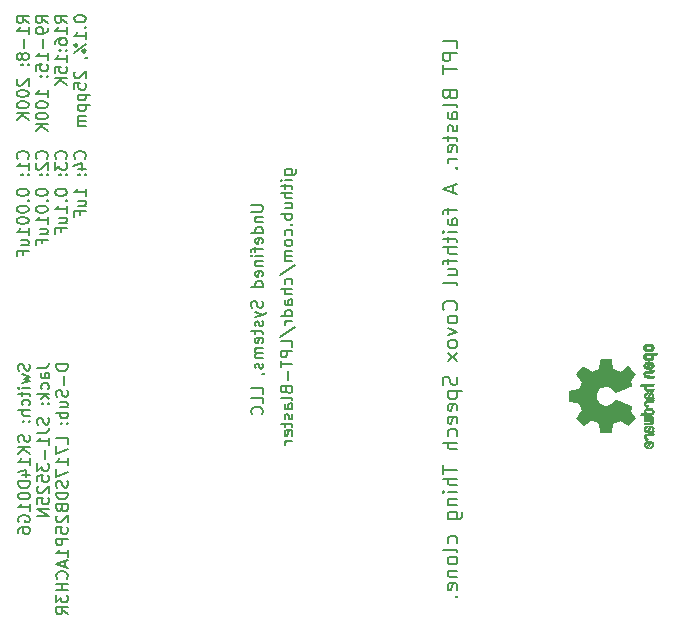
<source format=gbr>
%TF.GenerationSoftware,KiCad,Pcbnew,7.0.10*%
%TF.CreationDate,2024-01-09T13:23:14-06:00*%
%TF.ProjectId,LPT Blaster,4c505420-426c-4617-9374-65722e6b6963,rev?*%
%TF.SameCoordinates,Original*%
%TF.FileFunction,Legend,Bot*%
%TF.FilePolarity,Positive*%
%FSLAX46Y46*%
G04 Gerber Fmt 4.6, Leading zero omitted, Abs format (unit mm)*
G04 Created by KiCad (PCBNEW 7.0.10) date 2024-01-09 13:23:14*
%MOMM*%
%LPD*%
G01*
G04 APERTURE LIST*
%ADD10C,0.150000*%
%ADD11C,0.200000*%
%ADD12C,0.010000*%
G04 APERTURE END LIST*
D10*
X98102200Y-73289160D02*
X98149819Y-73432017D01*
X98149819Y-73432017D02*
X98149819Y-73670112D01*
X98149819Y-73670112D02*
X98102200Y-73765350D01*
X98102200Y-73765350D02*
X98054580Y-73812969D01*
X98054580Y-73812969D02*
X97959342Y-73860588D01*
X97959342Y-73860588D02*
X97864104Y-73860588D01*
X97864104Y-73860588D02*
X97768866Y-73812969D01*
X97768866Y-73812969D02*
X97721247Y-73765350D01*
X97721247Y-73765350D02*
X97673628Y-73670112D01*
X97673628Y-73670112D02*
X97626009Y-73479636D01*
X97626009Y-73479636D02*
X97578390Y-73384398D01*
X97578390Y-73384398D02*
X97530771Y-73336779D01*
X97530771Y-73336779D02*
X97435533Y-73289160D01*
X97435533Y-73289160D02*
X97340295Y-73289160D01*
X97340295Y-73289160D02*
X97245057Y-73336779D01*
X97245057Y-73336779D02*
X97197438Y-73384398D01*
X97197438Y-73384398D02*
X97149819Y-73479636D01*
X97149819Y-73479636D02*
X97149819Y-73717731D01*
X97149819Y-73717731D02*
X97197438Y-73860588D01*
X97483152Y-74193922D02*
X98149819Y-74384398D01*
X98149819Y-74384398D02*
X97673628Y-74574874D01*
X97673628Y-74574874D02*
X98149819Y-74765350D01*
X98149819Y-74765350D02*
X97483152Y-74955826D01*
X98149819Y-75336779D02*
X97483152Y-75336779D01*
X97149819Y-75336779D02*
X97197438Y-75289160D01*
X97197438Y-75289160D02*
X97245057Y-75336779D01*
X97245057Y-75336779D02*
X97197438Y-75384398D01*
X97197438Y-75384398D02*
X97149819Y-75336779D01*
X97149819Y-75336779D02*
X97245057Y-75336779D01*
X97483152Y-75670112D02*
X97483152Y-76051064D01*
X97149819Y-75812969D02*
X98006961Y-75812969D01*
X98006961Y-75812969D02*
X98102200Y-75860588D01*
X98102200Y-75860588D02*
X98149819Y-75955826D01*
X98149819Y-75955826D02*
X98149819Y-76051064D01*
X98102200Y-76812969D02*
X98149819Y-76717731D01*
X98149819Y-76717731D02*
X98149819Y-76527255D01*
X98149819Y-76527255D02*
X98102200Y-76432017D01*
X98102200Y-76432017D02*
X98054580Y-76384398D01*
X98054580Y-76384398D02*
X97959342Y-76336779D01*
X97959342Y-76336779D02*
X97673628Y-76336779D01*
X97673628Y-76336779D02*
X97578390Y-76384398D01*
X97578390Y-76384398D02*
X97530771Y-76432017D01*
X97530771Y-76432017D02*
X97483152Y-76527255D01*
X97483152Y-76527255D02*
X97483152Y-76717731D01*
X97483152Y-76717731D02*
X97530771Y-76812969D01*
X98149819Y-77241541D02*
X97149819Y-77241541D01*
X98149819Y-77670112D02*
X97626009Y-77670112D01*
X97626009Y-77670112D02*
X97530771Y-77622493D01*
X97530771Y-77622493D02*
X97483152Y-77527255D01*
X97483152Y-77527255D02*
X97483152Y-77384398D01*
X97483152Y-77384398D02*
X97530771Y-77289160D01*
X97530771Y-77289160D02*
X97578390Y-77241541D01*
X98054580Y-78146303D02*
X98102200Y-78193922D01*
X98102200Y-78193922D02*
X98149819Y-78146303D01*
X98149819Y-78146303D02*
X98102200Y-78098684D01*
X98102200Y-78098684D02*
X98054580Y-78146303D01*
X98054580Y-78146303D02*
X98149819Y-78146303D01*
X97530771Y-78146303D02*
X97578390Y-78193922D01*
X97578390Y-78193922D02*
X97626009Y-78146303D01*
X97626009Y-78146303D02*
X97578390Y-78098684D01*
X97578390Y-78098684D02*
X97530771Y-78146303D01*
X97530771Y-78146303D02*
X97626009Y-78146303D01*
X98102200Y-79336779D02*
X98149819Y-79479636D01*
X98149819Y-79479636D02*
X98149819Y-79717731D01*
X98149819Y-79717731D02*
X98102200Y-79812969D01*
X98102200Y-79812969D02*
X98054580Y-79860588D01*
X98054580Y-79860588D02*
X97959342Y-79908207D01*
X97959342Y-79908207D02*
X97864104Y-79908207D01*
X97864104Y-79908207D02*
X97768866Y-79860588D01*
X97768866Y-79860588D02*
X97721247Y-79812969D01*
X97721247Y-79812969D02*
X97673628Y-79717731D01*
X97673628Y-79717731D02*
X97626009Y-79527255D01*
X97626009Y-79527255D02*
X97578390Y-79432017D01*
X97578390Y-79432017D02*
X97530771Y-79384398D01*
X97530771Y-79384398D02*
X97435533Y-79336779D01*
X97435533Y-79336779D02*
X97340295Y-79336779D01*
X97340295Y-79336779D02*
X97245057Y-79384398D01*
X97245057Y-79384398D02*
X97197438Y-79432017D01*
X97197438Y-79432017D02*
X97149819Y-79527255D01*
X97149819Y-79527255D02*
X97149819Y-79765350D01*
X97149819Y-79765350D02*
X97197438Y-79908207D01*
X98149819Y-80336779D02*
X97149819Y-80336779D01*
X98149819Y-80908207D02*
X97578390Y-80479636D01*
X97149819Y-80908207D02*
X97721247Y-80336779D01*
X98149819Y-81860588D02*
X98149819Y-81289160D01*
X98149819Y-81574874D02*
X97149819Y-81574874D01*
X97149819Y-81574874D02*
X97292676Y-81479636D01*
X97292676Y-81479636D02*
X97387914Y-81384398D01*
X97387914Y-81384398D02*
X97435533Y-81289160D01*
X97483152Y-82717731D02*
X98149819Y-82717731D01*
X97102200Y-82479636D02*
X97816485Y-82241541D01*
X97816485Y-82241541D02*
X97816485Y-82860588D01*
X98149819Y-83241541D02*
X97149819Y-83241541D01*
X97149819Y-83241541D02*
X97149819Y-83479636D01*
X97149819Y-83479636D02*
X97197438Y-83622493D01*
X97197438Y-83622493D02*
X97292676Y-83717731D01*
X97292676Y-83717731D02*
X97387914Y-83765350D01*
X97387914Y-83765350D02*
X97578390Y-83812969D01*
X97578390Y-83812969D02*
X97721247Y-83812969D01*
X97721247Y-83812969D02*
X97911723Y-83765350D01*
X97911723Y-83765350D02*
X98006961Y-83717731D01*
X98006961Y-83717731D02*
X98102200Y-83622493D01*
X98102200Y-83622493D02*
X98149819Y-83479636D01*
X98149819Y-83479636D02*
X98149819Y-83241541D01*
X97149819Y-84432017D02*
X97149819Y-84527255D01*
X97149819Y-84527255D02*
X97197438Y-84622493D01*
X97197438Y-84622493D02*
X97245057Y-84670112D01*
X97245057Y-84670112D02*
X97340295Y-84717731D01*
X97340295Y-84717731D02*
X97530771Y-84765350D01*
X97530771Y-84765350D02*
X97768866Y-84765350D01*
X97768866Y-84765350D02*
X97959342Y-84717731D01*
X97959342Y-84717731D02*
X98054580Y-84670112D01*
X98054580Y-84670112D02*
X98102200Y-84622493D01*
X98102200Y-84622493D02*
X98149819Y-84527255D01*
X98149819Y-84527255D02*
X98149819Y-84432017D01*
X98149819Y-84432017D02*
X98102200Y-84336779D01*
X98102200Y-84336779D02*
X98054580Y-84289160D01*
X98054580Y-84289160D02*
X97959342Y-84241541D01*
X97959342Y-84241541D02*
X97768866Y-84193922D01*
X97768866Y-84193922D02*
X97530771Y-84193922D01*
X97530771Y-84193922D02*
X97340295Y-84241541D01*
X97340295Y-84241541D02*
X97245057Y-84289160D01*
X97245057Y-84289160D02*
X97197438Y-84336779D01*
X97197438Y-84336779D02*
X97149819Y-84432017D01*
X98149819Y-85717731D02*
X98149819Y-85146303D01*
X98149819Y-85432017D02*
X97149819Y-85432017D01*
X97149819Y-85432017D02*
X97292676Y-85336779D01*
X97292676Y-85336779D02*
X97387914Y-85241541D01*
X97387914Y-85241541D02*
X97435533Y-85146303D01*
X97197438Y-86670112D02*
X97149819Y-86574874D01*
X97149819Y-86574874D02*
X97149819Y-86432017D01*
X97149819Y-86432017D02*
X97197438Y-86289160D01*
X97197438Y-86289160D02*
X97292676Y-86193922D01*
X97292676Y-86193922D02*
X97387914Y-86146303D01*
X97387914Y-86146303D02*
X97578390Y-86098684D01*
X97578390Y-86098684D02*
X97721247Y-86098684D01*
X97721247Y-86098684D02*
X97911723Y-86146303D01*
X97911723Y-86146303D02*
X98006961Y-86193922D01*
X98006961Y-86193922D02*
X98102200Y-86289160D01*
X98102200Y-86289160D02*
X98149819Y-86432017D01*
X98149819Y-86432017D02*
X98149819Y-86527255D01*
X98149819Y-86527255D02*
X98102200Y-86670112D01*
X98102200Y-86670112D02*
X98054580Y-86717731D01*
X98054580Y-86717731D02*
X97721247Y-86717731D01*
X97721247Y-86717731D02*
X97721247Y-86527255D01*
X97149819Y-87574874D02*
X97149819Y-87384398D01*
X97149819Y-87384398D02*
X97197438Y-87289160D01*
X97197438Y-87289160D02*
X97245057Y-87241541D01*
X97245057Y-87241541D02*
X97387914Y-87146303D01*
X97387914Y-87146303D02*
X97578390Y-87098684D01*
X97578390Y-87098684D02*
X97959342Y-87098684D01*
X97959342Y-87098684D02*
X98054580Y-87146303D01*
X98054580Y-87146303D02*
X98102200Y-87193922D01*
X98102200Y-87193922D02*
X98149819Y-87289160D01*
X98149819Y-87289160D02*
X98149819Y-87479636D01*
X98149819Y-87479636D02*
X98102200Y-87574874D01*
X98102200Y-87574874D02*
X98054580Y-87622493D01*
X98054580Y-87622493D02*
X97959342Y-87670112D01*
X97959342Y-87670112D02*
X97721247Y-87670112D01*
X97721247Y-87670112D02*
X97626009Y-87622493D01*
X97626009Y-87622493D02*
X97578390Y-87574874D01*
X97578390Y-87574874D02*
X97530771Y-87479636D01*
X97530771Y-87479636D02*
X97530771Y-87289160D01*
X97530771Y-87289160D02*
X97578390Y-87193922D01*
X97578390Y-87193922D02*
X97626009Y-87146303D01*
X97626009Y-87146303D02*
X97721247Y-87098684D01*
X98759819Y-73622493D02*
X99474104Y-73622493D01*
X99474104Y-73622493D02*
X99616961Y-73574874D01*
X99616961Y-73574874D02*
X99712200Y-73479636D01*
X99712200Y-73479636D02*
X99759819Y-73336779D01*
X99759819Y-73336779D02*
X99759819Y-73241541D01*
X99759819Y-74527255D02*
X99236009Y-74527255D01*
X99236009Y-74527255D02*
X99140771Y-74479636D01*
X99140771Y-74479636D02*
X99093152Y-74384398D01*
X99093152Y-74384398D02*
X99093152Y-74193922D01*
X99093152Y-74193922D02*
X99140771Y-74098684D01*
X99712200Y-74527255D02*
X99759819Y-74432017D01*
X99759819Y-74432017D02*
X99759819Y-74193922D01*
X99759819Y-74193922D02*
X99712200Y-74098684D01*
X99712200Y-74098684D02*
X99616961Y-74051065D01*
X99616961Y-74051065D02*
X99521723Y-74051065D01*
X99521723Y-74051065D02*
X99426485Y-74098684D01*
X99426485Y-74098684D02*
X99378866Y-74193922D01*
X99378866Y-74193922D02*
X99378866Y-74432017D01*
X99378866Y-74432017D02*
X99331247Y-74527255D01*
X99712200Y-75432017D02*
X99759819Y-75336779D01*
X99759819Y-75336779D02*
X99759819Y-75146303D01*
X99759819Y-75146303D02*
X99712200Y-75051065D01*
X99712200Y-75051065D02*
X99664580Y-75003446D01*
X99664580Y-75003446D02*
X99569342Y-74955827D01*
X99569342Y-74955827D02*
X99283628Y-74955827D01*
X99283628Y-74955827D02*
X99188390Y-75003446D01*
X99188390Y-75003446D02*
X99140771Y-75051065D01*
X99140771Y-75051065D02*
X99093152Y-75146303D01*
X99093152Y-75146303D02*
X99093152Y-75336779D01*
X99093152Y-75336779D02*
X99140771Y-75432017D01*
X99759819Y-75860589D02*
X98759819Y-75860589D01*
X99378866Y-75955827D02*
X99759819Y-76241541D01*
X99093152Y-76241541D02*
X99474104Y-75860589D01*
X99664580Y-76670113D02*
X99712200Y-76717732D01*
X99712200Y-76717732D02*
X99759819Y-76670113D01*
X99759819Y-76670113D02*
X99712200Y-76622494D01*
X99712200Y-76622494D02*
X99664580Y-76670113D01*
X99664580Y-76670113D02*
X99759819Y-76670113D01*
X99140771Y-76670113D02*
X99188390Y-76717732D01*
X99188390Y-76717732D02*
X99236009Y-76670113D01*
X99236009Y-76670113D02*
X99188390Y-76622494D01*
X99188390Y-76622494D02*
X99140771Y-76670113D01*
X99140771Y-76670113D02*
X99236009Y-76670113D01*
X99712200Y-77860589D02*
X99759819Y-78003446D01*
X99759819Y-78003446D02*
X99759819Y-78241541D01*
X99759819Y-78241541D02*
X99712200Y-78336779D01*
X99712200Y-78336779D02*
X99664580Y-78384398D01*
X99664580Y-78384398D02*
X99569342Y-78432017D01*
X99569342Y-78432017D02*
X99474104Y-78432017D01*
X99474104Y-78432017D02*
X99378866Y-78384398D01*
X99378866Y-78384398D02*
X99331247Y-78336779D01*
X99331247Y-78336779D02*
X99283628Y-78241541D01*
X99283628Y-78241541D02*
X99236009Y-78051065D01*
X99236009Y-78051065D02*
X99188390Y-77955827D01*
X99188390Y-77955827D02*
X99140771Y-77908208D01*
X99140771Y-77908208D02*
X99045533Y-77860589D01*
X99045533Y-77860589D02*
X98950295Y-77860589D01*
X98950295Y-77860589D02*
X98855057Y-77908208D01*
X98855057Y-77908208D02*
X98807438Y-77955827D01*
X98807438Y-77955827D02*
X98759819Y-78051065D01*
X98759819Y-78051065D02*
X98759819Y-78289160D01*
X98759819Y-78289160D02*
X98807438Y-78432017D01*
X98759819Y-79146303D02*
X99474104Y-79146303D01*
X99474104Y-79146303D02*
X99616961Y-79098684D01*
X99616961Y-79098684D02*
X99712200Y-79003446D01*
X99712200Y-79003446D02*
X99759819Y-78860589D01*
X99759819Y-78860589D02*
X99759819Y-78765351D01*
X99759819Y-80146303D02*
X99759819Y-79574875D01*
X99759819Y-79860589D02*
X98759819Y-79860589D01*
X98759819Y-79860589D02*
X98902676Y-79765351D01*
X98902676Y-79765351D02*
X98997914Y-79670113D01*
X98997914Y-79670113D02*
X99045533Y-79574875D01*
X99378866Y-80574875D02*
X99378866Y-81336780D01*
X98759819Y-81717732D02*
X98759819Y-82336779D01*
X98759819Y-82336779D02*
X99140771Y-82003446D01*
X99140771Y-82003446D02*
X99140771Y-82146303D01*
X99140771Y-82146303D02*
X99188390Y-82241541D01*
X99188390Y-82241541D02*
X99236009Y-82289160D01*
X99236009Y-82289160D02*
X99331247Y-82336779D01*
X99331247Y-82336779D02*
X99569342Y-82336779D01*
X99569342Y-82336779D02*
X99664580Y-82289160D01*
X99664580Y-82289160D02*
X99712200Y-82241541D01*
X99712200Y-82241541D02*
X99759819Y-82146303D01*
X99759819Y-82146303D02*
X99759819Y-81860589D01*
X99759819Y-81860589D02*
X99712200Y-81765351D01*
X99712200Y-81765351D02*
X99664580Y-81717732D01*
X98759819Y-83241541D02*
X98759819Y-82765351D01*
X98759819Y-82765351D02*
X99236009Y-82717732D01*
X99236009Y-82717732D02*
X99188390Y-82765351D01*
X99188390Y-82765351D02*
X99140771Y-82860589D01*
X99140771Y-82860589D02*
X99140771Y-83098684D01*
X99140771Y-83098684D02*
X99188390Y-83193922D01*
X99188390Y-83193922D02*
X99236009Y-83241541D01*
X99236009Y-83241541D02*
X99331247Y-83289160D01*
X99331247Y-83289160D02*
X99569342Y-83289160D01*
X99569342Y-83289160D02*
X99664580Y-83241541D01*
X99664580Y-83241541D02*
X99712200Y-83193922D01*
X99712200Y-83193922D02*
X99759819Y-83098684D01*
X99759819Y-83098684D02*
X99759819Y-82860589D01*
X99759819Y-82860589D02*
X99712200Y-82765351D01*
X99712200Y-82765351D02*
X99664580Y-82717732D01*
X98855057Y-83670113D02*
X98807438Y-83717732D01*
X98807438Y-83717732D02*
X98759819Y-83812970D01*
X98759819Y-83812970D02*
X98759819Y-84051065D01*
X98759819Y-84051065D02*
X98807438Y-84146303D01*
X98807438Y-84146303D02*
X98855057Y-84193922D01*
X98855057Y-84193922D02*
X98950295Y-84241541D01*
X98950295Y-84241541D02*
X99045533Y-84241541D01*
X99045533Y-84241541D02*
X99188390Y-84193922D01*
X99188390Y-84193922D02*
X99759819Y-83622494D01*
X99759819Y-83622494D02*
X99759819Y-84241541D01*
X98759819Y-85146303D02*
X98759819Y-84670113D01*
X98759819Y-84670113D02*
X99236009Y-84622494D01*
X99236009Y-84622494D02*
X99188390Y-84670113D01*
X99188390Y-84670113D02*
X99140771Y-84765351D01*
X99140771Y-84765351D02*
X99140771Y-85003446D01*
X99140771Y-85003446D02*
X99188390Y-85098684D01*
X99188390Y-85098684D02*
X99236009Y-85146303D01*
X99236009Y-85146303D02*
X99331247Y-85193922D01*
X99331247Y-85193922D02*
X99569342Y-85193922D01*
X99569342Y-85193922D02*
X99664580Y-85146303D01*
X99664580Y-85146303D02*
X99712200Y-85098684D01*
X99712200Y-85098684D02*
X99759819Y-85003446D01*
X99759819Y-85003446D02*
X99759819Y-84765351D01*
X99759819Y-84765351D02*
X99712200Y-84670113D01*
X99712200Y-84670113D02*
X99664580Y-84622494D01*
X99759819Y-85622494D02*
X98759819Y-85622494D01*
X98759819Y-85622494D02*
X99759819Y-86193922D01*
X99759819Y-86193922D02*
X98759819Y-86193922D01*
X101369819Y-73336779D02*
X100369819Y-73336779D01*
X100369819Y-73336779D02*
X100369819Y-73574874D01*
X100369819Y-73574874D02*
X100417438Y-73717731D01*
X100417438Y-73717731D02*
X100512676Y-73812969D01*
X100512676Y-73812969D02*
X100607914Y-73860588D01*
X100607914Y-73860588D02*
X100798390Y-73908207D01*
X100798390Y-73908207D02*
X100941247Y-73908207D01*
X100941247Y-73908207D02*
X101131723Y-73860588D01*
X101131723Y-73860588D02*
X101226961Y-73812969D01*
X101226961Y-73812969D02*
X101322200Y-73717731D01*
X101322200Y-73717731D02*
X101369819Y-73574874D01*
X101369819Y-73574874D02*
X101369819Y-73336779D01*
X100988866Y-74336779D02*
X100988866Y-75098684D01*
X101322200Y-75527255D02*
X101369819Y-75670112D01*
X101369819Y-75670112D02*
X101369819Y-75908207D01*
X101369819Y-75908207D02*
X101322200Y-76003445D01*
X101322200Y-76003445D02*
X101274580Y-76051064D01*
X101274580Y-76051064D02*
X101179342Y-76098683D01*
X101179342Y-76098683D02*
X101084104Y-76098683D01*
X101084104Y-76098683D02*
X100988866Y-76051064D01*
X100988866Y-76051064D02*
X100941247Y-76003445D01*
X100941247Y-76003445D02*
X100893628Y-75908207D01*
X100893628Y-75908207D02*
X100846009Y-75717731D01*
X100846009Y-75717731D02*
X100798390Y-75622493D01*
X100798390Y-75622493D02*
X100750771Y-75574874D01*
X100750771Y-75574874D02*
X100655533Y-75527255D01*
X100655533Y-75527255D02*
X100560295Y-75527255D01*
X100560295Y-75527255D02*
X100465057Y-75574874D01*
X100465057Y-75574874D02*
X100417438Y-75622493D01*
X100417438Y-75622493D02*
X100369819Y-75717731D01*
X100369819Y-75717731D02*
X100369819Y-75955826D01*
X100369819Y-75955826D02*
X100417438Y-76098683D01*
X100703152Y-76955826D02*
X101369819Y-76955826D01*
X100703152Y-76527255D02*
X101226961Y-76527255D01*
X101226961Y-76527255D02*
X101322200Y-76574874D01*
X101322200Y-76574874D02*
X101369819Y-76670112D01*
X101369819Y-76670112D02*
X101369819Y-76812969D01*
X101369819Y-76812969D02*
X101322200Y-76908207D01*
X101322200Y-76908207D02*
X101274580Y-76955826D01*
X101369819Y-77432017D02*
X100369819Y-77432017D01*
X100750771Y-77432017D02*
X100703152Y-77527255D01*
X100703152Y-77527255D02*
X100703152Y-77717731D01*
X100703152Y-77717731D02*
X100750771Y-77812969D01*
X100750771Y-77812969D02*
X100798390Y-77860588D01*
X100798390Y-77860588D02*
X100893628Y-77908207D01*
X100893628Y-77908207D02*
X101179342Y-77908207D01*
X101179342Y-77908207D02*
X101274580Y-77860588D01*
X101274580Y-77860588D02*
X101322200Y-77812969D01*
X101322200Y-77812969D02*
X101369819Y-77717731D01*
X101369819Y-77717731D02*
X101369819Y-77527255D01*
X101369819Y-77527255D02*
X101322200Y-77432017D01*
X101274580Y-78336779D02*
X101322200Y-78384398D01*
X101322200Y-78384398D02*
X101369819Y-78336779D01*
X101369819Y-78336779D02*
X101322200Y-78289160D01*
X101322200Y-78289160D02*
X101274580Y-78336779D01*
X101274580Y-78336779D02*
X101369819Y-78336779D01*
X100750771Y-78336779D02*
X100798390Y-78384398D01*
X100798390Y-78384398D02*
X100846009Y-78336779D01*
X100846009Y-78336779D02*
X100798390Y-78289160D01*
X100798390Y-78289160D02*
X100750771Y-78336779D01*
X100750771Y-78336779D02*
X100846009Y-78336779D01*
X101369819Y-80051064D02*
X101369819Y-79574874D01*
X101369819Y-79574874D02*
X100369819Y-79574874D01*
X100369819Y-80289160D02*
X100369819Y-80955826D01*
X100369819Y-80955826D02*
X101369819Y-80527255D01*
X101369819Y-81860588D02*
X101369819Y-81289160D01*
X101369819Y-81574874D02*
X100369819Y-81574874D01*
X100369819Y-81574874D02*
X100512676Y-81479636D01*
X100512676Y-81479636D02*
X100607914Y-81384398D01*
X100607914Y-81384398D02*
X100655533Y-81289160D01*
X100369819Y-82193922D02*
X100369819Y-82860588D01*
X100369819Y-82860588D02*
X101369819Y-82432017D01*
X101322200Y-83193922D02*
X101369819Y-83336779D01*
X101369819Y-83336779D02*
X101369819Y-83574874D01*
X101369819Y-83574874D02*
X101322200Y-83670112D01*
X101322200Y-83670112D02*
X101274580Y-83717731D01*
X101274580Y-83717731D02*
X101179342Y-83765350D01*
X101179342Y-83765350D02*
X101084104Y-83765350D01*
X101084104Y-83765350D02*
X100988866Y-83717731D01*
X100988866Y-83717731D02*
X100941247Y-83670112D01*
X100941247Y-83670112D02*
X100893628Y-83574874D01*
X100893628Y-83574874D02*
X100846009Y-83384398D01*
X100846009Y-83384398D02*
X100798390Y-83289160D01*
X100798390Y-83289160D02*
X100750771Y-83241541D01*
X100750771Y-83241541D02*
X100655533Y-83193922D01*
X100655533Y-83193922D02*
X100560295Y-83193922D01*
X100560295Y-83193922D02*
X100465057Y-83241541D01*
X100465057Y-83241541D02*
X100417438Y-83289160D01*
X100417438Y-83289160D02*
X100369819Y-83384398D01*
X100369819Y-83384398D02*
X100369819Y-83622493D01*
X100369819Y-83622493D02*
X100417438Y-83765350D01*
X101369819Y-84193922D02*
X100369819Y-84193922D01*
X100369819Y-84193922D02*
X100369819Y-84432017D01*
X100369819Y-84432017D02*
X100417438Y-84574874D01*
X100417438Y-84574874D02*
X100512676Y-84670112D01*
X100512676Y-84670112D02*
X100607914Y-84717731D01*
X100607914Y-84717731D02*
X100798390Y-84765350D01*
X100798390Y-84765350D02*
X100941247Y-84765350D01*
X100941247Y-84765350D02*
X101131723Y-84717731D01*
X101131723Y-84717731D02*
X101226961Y-84670112D01*
X101226961Y-84670112D02*
X101322200Y-84574874D01*
X101322200Y-84574874D02*
X101369819Y-84432017D01*
X101369819Y-84432017D02*
X101369819Y-84193922D01*
X100846009Y-85527255D02*
X100893628Y-85670112D01*
X100893628Y-85670112D02*
X100941247Y-85717731D01*
X100941247Y-85717731D02*
X101036485Y-85765350D01*
X101036485Y-85765350D02*
X101179342Y-85765350D01*
X101179342Y-85765350D02*
X101274580Y-85717731D01*
X101274580Y-85717731D02*
X101322200Y-85670112D01*
X101322200Y-85670112D02*
X101369819Y-85574874D01*
X101369819Y-85574874D02*
X101369819Y-85193922D01*
X101369819Y-85193922D02*
X100369819Y-85193922D01*
X100369819Y-85193922D02*
X100369819Y-85527255D01*
X100369819Y-85527255D02*
X100417438Y-85622493D01*
X100417438Y-85622493D02*
X100465057Y-85670112D01*
X100465057Y-85670112D02*
X100560295Y-85717731D01*
X100560295Y-85717731D02*
X100655533Y-85717731D01*
X100655533Y-85717731D02*
X100750771Y-85670112D01*
X100750771Y-85670112D02*
X100798390Y-85622493D01*
X100798390Y-85622493D02*
X100846009Y-85527255D01*
X100846009Y-85527255D02*
X100846009Y-85193922D01*
X100465057Y-86146303D02*
X100417438Y-86193922D01*
X100417438Y-86193922D02*
X100369819Y-86289160D01*
X100369819Y-86289160D02*
X100369819Y-86527255D01*
X100369819Y-86527255D02*
X100417438Y-86622493D01*
X100417438Y-86622493D02*
X100465057Y-86670112D01*
X100465057Y-86670112D02*
X100560295Y-86717731D01*
X100560295Y-86717731D02*
X100655533Y-86717731D01*
X100655533Y-86717731D02*
X100798390Y-86670112D01*
X100798390Y-86670112D02*
X101369819Y-86098684D01*
X101369819Y-86098684D02*
X101369819Y-86717731D01*
X100369819Y-87622493D02*
X100369819Y-87146303D01*
X100369819Y-87146303D02*
X100846009Y-87098684D01*
X100846009Y-87098684D02*
X100798390Y-87146303D01*
X100798390Y-87146303D02*
X100750771Y-87241541D01*
X100750771Y-87241541D02*
X100750771Y-87479636D01*
X100750771Y-87479636D02*
X100798390Y-87574874D01*
X100798390Y-87574874D02*
X100846009Y-87622493D01*
X100846009Y-87622493D02*
X100941247Y-87670112D01*
X100941247Y-87670112D02*
X101179342Y-87670112D01*
X101179342Y-87670112D02*
X101274580Y-87622493D01*
X101274580Y-87622493D02*
X101322200Y-87574874D01*
X101322200Y-87574874D02*
X101369819Y-87479636D01*
X101369819Y-87479636D02*
X101369819Y-87241541D01*
X101369819Y-87241541D02*
X101322200Y-87146303D01*
X101322200Y-87146303D02*
X101274580Y-87098684D01*
X101369819Y-88098684D02*
X100369819Y-88098684D01*
X100369819Y-88098684D02*
X100369819Y-88479636D01*
X100369819Y-88479636D02*
X100417438Y-88574874D01*
X100417438Y-88574874D02*
X100465057Y-88622493D01*
X100465057Y-88622493D02*
X100560295Y-88670112D01*
X100560295Y-88670112D02*
X100703152Y-88670112D01*
X100703152Y-88670112D02*
X100798390Y-88622493D01*
X100798390Y-88622493D02*
X100846009Y-88574874D01*
X100846009Y-88574874D02*
X100893628Y-88479636D01*
X100893628Y-88479636D02*
X100893628Y-88098684D01*
X101369819Y-89622493D02*
X101369819Y-89051065D01*
X101369819Y-89336779D02*
X100369819Y-89336779D01*
X100369819Y-89336779D02*
X100512676Y-89241541D01*
X100512676Y-89241541D02*
X100607914Y-89146303D01*
X100607914Y-89146303D02*
X100655533Y-89051065D01*
X101084104Y-90003446D02*
X101084104Y-90479636D01*
X101369819Y-89908208D02*
X100369819Y-90241541D01*
X100369819Y-90241541D02*
X101369819Y-90574874D01*
X101274580Y-91479636D02*
X101322200Y-91432017D01*
X101322200Y-91432017D02*
X101369819Y-91289160D01*
X101369819Y-91289160D02*
X101369819Y-91193922D01*
X101369819Y-91193922D02*
X101322200Y-91051065D01*
X101322200Y-91051065D02*
X101226961Y-90955827D01*
X101226961Y-90955827D02*
X101131723Y-90908208D01*
X101131723Y-90908208D02*
X100941247Y-90860589D01*
X100941247Y-90860589D02*
X100798390Y-90860589D01*
X100798390Y-90860589D02*
X100607914Y-90908208D01*
X100607914Y-90908208D02*
X100512676Y-90955827D01*
X100512676Y-90955827D02*
X100417438Y-91051065D01*
X100417438Y-91051065D02*
X100369819Y-91193922D01*
X100369819Y-91193922D02*
X100369819Y-91289160D01*
X100369819Y-91289160D02*
X100417438Y-91432017D01*
X100417438Y-91432017D02*
X100465057Y-91479636D01*
X101369819Y-91908208D02*
X100369819Y-91908208D01*
X100846009Y-91908208D02*
X100846009Y-92479636D01*
X101369819Y-92479636D02*
X100369819Y-92479636D01*
X100369819Y-92860589D02*
X100369819Y-93479636D01*
X100369819Y-93479636D02*
X100750771Y-93146303D01*
X100750771Y-93146303D02*
X100750771Y-93289160D01*
X100750771Y-93289160D02*
X100798390Y-93384398D01*
X100798390Y-93384398D02*
X100846009Y-93432017D01*
X100846009Y-93432017D02*
X100941247Y-93479636D01*
X100941247Y-93479636D02*
X101179342Y-93479636D01*
X101179342Y-93479636D02*
X101274580Y-93432017D01*
X101274580Y-93432017D02*
X101322200Y-93384398D01*
X101322200Y-93384398D02*
X101369819Y-93289160D01*
X101369819Y-93289160D02*
X101369819Y-93003446D01*
X101369819Y-93003446D02*
X101322200Y-92908208D01*
X101322200Y-92908208D02*
X101274580Y-92860589D01*
X101369819Y-94479636D02*
X100893628Y-94146303D01*
X101369819Y-93908208D02*
X100369819Y-93908208D01*
X100369819Y-93908208D02*
X100369819Y-94289160D01*
X100369819Y-94289160D02*
X100417438Y-94384398D01*
X100417438Y-94384398D02*
X100465057Y-94432017D01*
X100465057Y-94432017D02*
X100560295Y-94479636D01*
X100560295Y-94479636D02*
X100703152Y-94479636D01*
X100703152Y-94479636D02*
X100798390Y-94432017D01*
X100798390Y-94432017D02*
X100846009Y-94384398D01*
X100846009Y-94384398D02*
X100893628Y-94289160D01*
X100893628Y-94289160D02*
X100893628Y-93908208D01*
X119703152Y-57265350D02*
X120512676Y-57265350D01*
X120512676Y-57265350D02*
X120607914Y-57217731D01*
X120607914Y-57217731D02*
X120655533Y-57170112D01*
X120655533Y-57170112D02*
X120703152Y-57074874D01*
X120703152Y-57074874D02*
X120703152Y-56932017D01*
X120703152Y-56932017D02*
X120655533Y-56836779D01*
X120322200Y-57265350D02*
X120369819Y-57170112D01*
X120369819Y-57170112D02*
X120369819Y-56979636D01*
X120369819Y-56979636D02*
X120322200Y-56884398D01*
X120322200Y-56884398D02*
X120274580Y-56836779D01*
X120274580Y-56836779D02*
X120179342Y-56789160D01*
X120179342Y-56789160D02*
X119893628Y-56789160D01*
X119893628Y-56789160D02*
X119798390Y-56836779D01*
X119798390Y-56836779D02*
X119750771Y-56884398D01*
X119750771Y-56884398D02*
X119703152Y-56979636D01*
X119703152Y-56979636D02*
X119703152Y-57170112D01*
X119703152Y-57170112D02*
X119750771Y-57265350D01*
X120369819Y-57741541D02*
X119703152Y-57741541D01*
X119369819Y-57741541D02*
X119417438Y-57693922D01*
X119417438Y-57693922D02*
X119465057Y-57741541D01*
X119465057Y-57741541D02*
X119417438Y-57789160D01*
X119417438Y-57789160D02*
X119369819Y-57741541D01*
X119369819Y-57741541D02*
X119465057Y-57741541D01*
X119703152Y-58074874D02*
X119703152Y-58455826D01*
X119369819Y-58217731D02*
X120226961Y-58217731D01*
X120226961Y-58217731D02*
X120322200Y-58265350D01*
X120322200Y-58265350D02*
X120369819Y-58360588D01*
X120369819Y-58360588D02*
X120369819Y-58455826D01*
X120369819Y-58789160D02*
X119369819Y-58789160D01*
X120369819Y-59217731D02*
X119846009Y-59217731D01*
X119846009Y-59217731D02*
X119750771Y-59170112D01*
X119750771Y-59170112D02*
X119703152Y-59074874D01*
X119703152Y-59074874D02*
X119703152Y-58932017D01*
X119703152Y-58932017D02*
X119750771Y-58836779D01*
X119750771Y-58836779D02*
X119798390Y-58789160D01*
X119703152Y-60122493D02*
X120369819Y-60122493D01*
X119703152Y-59693922D02*
X120226961Y-59693922D01*
X120226961Y-59693922D02*
X120322200Y-59741541D01*
X120322200Y-59741541D02*
X120369819Y-59836779D01*
X120369819Y-59836779D02*
X120369819Y-59979636D01*
X120369819Y-59979636D02*
X120322200Y-60074874D01*
X120322200Y-60074874D02*
X120274580Y-60122493D01*
X120369819Y-60598684D02*
X119369819Y-60598684D01*
X119750771Y-60598684D02*
X119703152Y-60693922D01*
X119703152Y-60693922D02*
X119703152Y-60884398D01*
X119703152Y-60884398D02*
X119750771Y-60979636D01*
X119750771Y-60979636D02*
X119798390Y-61027255D01*
X119798390Y-61027255D02*
X119893628Y-61074874D01*
X119893628Y-61074874D02*
X120179342Y-61074874D01*
X120179342Y-61074874D02*
X120274580Y-61027255D01*
X120274580Y-61027255D02*
X120322200Y-60979636D01*
X120322200Y-60979636D02*
X120369819Y-60884398D01*
X120369819Y-60884398D02*
X120369819Y-60693922D01*
X120369819Y-60693922D02*
X120322200Y-60598684D01*
X120274580Y-61503446D02*
X120322200Y-61551065D01*
X120322200Y-61551065D02*
X120369819Y-61503446D01*
X120369819Y-61503446D02*
X120322200Y-61455827D01*
X120322200Y-61455827D02*
X120274580Y-61503446D01*
X120274580Y-61503446D02*
X120369819Y-61503446D01*
X120322200Y-62408207D02*
X120369819Y-62312969D01*
X120369819Y-62312969D02*
X120369819Y-62122493D01*
X120369819Y-62122493D02*
X120322200Y-62027255D01*
X120322200Y-62027255D02*
X120274580Y-61979636D01*
X120274580Y-61979636D02*
X120179342Y-61932017D01*
X120179342Y-61932017D02*
X119893628Y-61932017D01*
X119893628Y-61932017D02*
X119798390Y-61979636D01*
X119798390Y-61979636D02*
X119750771Y-62027255D01*
X119750771Y-62027255D02*
X119703152Y-62122493D01*
X119703152Y-62122493D02*
X119703152Y-62312969D01*
X119703152Y-62312969D02*
X119750771Y-62408207D01*
X120369819Y-62979636D02*
X120322200Y-62884398D01*
X120322200Y-62884398D02*
X120274580Y-62836779D01*
X120274580Y-62836779D02*
X120179342Y-62789160D01*
X120179342Y-62789160D02*
X119893628Y-62789160D01*
X119893628Y-62789160D02*
X119798390Y-62836779D01*
X119798390Y-62836779D02*
X119750771Y-62884398D01*
X119750771Y-62884398D02*
X119703152Y-62979636D01*
X119703152Y-62979636D02*
X119703152Y-63122493D01*
X119703152Y-63122493D02*
X119750771Y-63217731D01*
X119750771Y-63217731D02*
X119798390Y-63265350D01*
X119798390Y-63265350D02*
X119893628Y-63312969D01*
X119893628Y-63312969D02*
X120179342Y-63312969D01*
X120179342Y-63312969D02*
X120274580Y-63265350D01*
X120274580Y-63265350D02*
X120322200Y-63217731D01*
X120322200Y-63217731D02*
X120369819Y-63122493D01*
X120369819Y-63122493D02*
X120369819Y-62979636D01*
X120369819Y-63741541D02*
X119703152Y-63741541D01*
X119798390Y-63741541D02*
X119750771Y-63789160D01*
X119750771Y-63789160D02*
X119703152Y-63884398D01*
X119703152Y-63884398D02*
X119703152Y-64027255D01*
X119703152Y-64027255D02*
X119750771Y-64122493D01*
X119750771Y-64122493D02*
X119846009Y-64170112D01*
X119846009Y-64170112D02*
X120369819Y-64170112D01*
X119846009Y-64170112D02*
X119750771Y-64217731D01*
X119750771Y-64217731D02*
X119703152Y-64312969D01*
X119703152Y-64312969D02*
X119703152Y-64455826D01*
X119703152Y-64455826D02*
X119750771Y-64551065D01*
X119750771Y-64551065D02*
X119846009Y-64598684D01*
X119846009Y-64598684D02*
X120369819Y-64598684D01*
X119322200Y-65789159D02*
X120607914Y-64932017D01*
X120322200Y-66551064D02*
X120369819Y-66455826D01*
X120369819Y-66455826D02*
X120369819Y-66265350D01*
X120369819Y-66265350D02*
X120322200Y-66170112D01*
X120322200Y-66170112D02*
X120274580Y-66122493D01*
X120274580Y-66122493D02*
X120179342Y-66074874D01*
X120179342Y-66074874D02*
X119893628Y-66074874D01*
X119893628Y-66074874D02*
X119798390Y-66122493D01*
X119798390Y-66122493D02*
X119750771Y-66170112D01*
X119750771Y-66170112D02*
X119703152Y-66265350D01*
X119703152Y-66265350D02*
X119703152Y-66455826D01*
X119703152Y-66455826D02*
X119750771Y-66551064D01*
X120369819Y-66979636D02*
X119369819Y-66979636D01*
X120369819Y-67408207D02*
X119846009Y-67408207D01*
X119846009Y-67408207D02*
X119750771Y-67360588D01*
X119750771Y-67360588D02*
X119703152Y-67265350D01*
X119703152Y-67265350D02*
X119703152Y-67122493D01*
X119703152Y-67122493D02*
X119750771Y-67027255D01*
X119750771Y-67027255D02*
X119798390Y-66979636D01*
X120369819Y-68312969D02*
X119846009Y-68312969D01*
X119846009Y-68312969D02*
X119750771Y-68265350D01*
X119750771Y-68265350D02*
X119703152Y-68170112D01*
X119703152Y-68170112D02*
X119703152Y-67979636D01*
X119703152Y-67979636D02*
X119750771Y-67884398D01*
X120322200Y-68312969D02*
X120369819Y-68217731D01*
X120369819Y-68217731D02*
X120369819Y-67979636D01*
X120369819Y-67979636D02*
X120322200Y-67884398D01*
X120322200Y-67884398D02*
X120226961Y-67836779D01*
X120226961Y-67836779D02*
X120131723Y-67836779D01*
X120131723Y-67836779D02*
X120036485Y-67884398D01*
X120036485Y-67884398D02*
X119988866Y-67979636D01*
X119988866Y-67979636D02*
X119988866Y-68217731D01*
X119988866Y-68217731D02*
X119941247Y-68312969D01*
X120369819Y-69217731D02*
X119369819Y-69217731D01*
X120322200Y-69217731D02*
X120369819Y-69122493D01*
X120369819Y-69122493D02*
X120369819Y-68932017D01*
X120369819Y-68932017D02*
X120322200Y-68836779D01*
X120322200Y-68836779D02*
X120274580Y-68789160D01*
X120274580Y-68789160D02*
X120179342Y-68741541D01*
X120179342Y-68741541D02*
X119893628Y-68741541D01*
X119893628Y-68741541D02*
X119798390Y-68789160D01*
X119798390Y-68789160D02*
X119750771Y-68836779D01*
X119750771Y-68836779D02*
X119703152Y-68932017D01*
X119703152Y-68932017D02*
X119703152Y-69122493D01*
X119703152Y-69122493D02*
X119750771Y-69217731D01*
X120369819Y-69693922D02*
X119703152Y-69693922D01*
X119893628Y-69693922D02*
X119798390Y-69741541D01*
X119798390Y-69741541D02*
X119750771Y-69789160D01*
X119750771Y-69789160D02*
X119703152Y-69884398D01*
X119703152Y-69884398D02*
X119703152Y-69979636D01*
X119322200Y-71027255D02*
X120607914Y-70170113D01*
X120369819Y-71836779D02*
X120369819Y-71360589D01*
X120369819Y-71360589D02*
X119369819Y-71360589D01*
X120369819Y-72170113D02*
X119369819Y-72170113D01*
X119369819Y-72170113D02*
X119369819Y-72551065D01*
X119369819Y-72551065D02*
X119417438Y-72646303D01*
X119417438Y-72646303D02*
X119465057Y-72693922D01*
X119465057Y-72693922D02*
X119560295Y-72741541D01*
X119560295Y-72741541D02*
X119703152Y-72741541D01*
X119703152Y-72741541D02*
X119798390Y-72693922D01*
X119798390Y-72693922D02*
X119846009Y-72646303D01*
X119846009Y-72646303D02*
X119893628Y-72551065D01*
X119893628Y-72551065D02*
X119893628Y-72170113D01*
X119369819Y-73027256D02*
X119369819Y-73598684D01*
X120369819Y-73312970D02*
X119369819Y-73312970D01*
X119988866Y-73932018D02*
X119988866Y-74693923D01*
X119846009Y-75503446D02*
X119893628Y-75646303D01*
X119893628Y-75646303D02*
X119941247Y-75693922D01*
X119941247Y-75693922D02*
X120036485Y-75741541D01*
X120036485Y-75741541D02*
X120179342Y-75741541D01*
X120179342Y-75741541D02*
X120274580Y-75693922D01*
X120274580Y-75693922D02*
X120322200Y-75646303D01*
X120322200Y-75646303D02*
X120369819Y-75551065D01*
X120369819Y-75551065D02*
X120369819Y-75170113D01*
X120369819Y-75170113D02*
X119369819Y-75170113D01*
X119369819Y-75170113D02*
X119369819Y-75503446D01*
X119369819Y-75503446D02*
X119417438Y-75598684D01*
X119417438Y-75598684D02*
X119465057Y-75646303D01*
X119465057Y-75646303D02*
X119560295Y-75693922D01*
X119560295Y-75693922D02*
X119655533Y-75693922D01*
X119655533Y-75693922D02*
X119750771Y-75646303D01*
X119750771Y-75646303D02*
X119798390Y-75598684D01*
X119798390Y-75598684D02*
X119846009Y-75503446D01*
X119846009Y-75503446D02*
X119846009Y-75170113D01*
X120369819Y-76312970D02*
X120322200Y-76217732D01*
X120322200Y-76217732D02*
X120226961Y-76170113D01*
X120226961Y-76170113D02*
X119369819Y-76170113D01*
X120369819Y-77122494D02*
X119846009Y-77122494D01*
X119846009Y-77122494D02*
X119750771Y-77074875D01*
X119750771Y-77074875D02*
X119703152Y-76979637D01*
X119703152Y-76979637D02*
X119703152Y-76789161D01*
X119703152Y-76789161D02*
X119750771Y-76693923D01*
X120322200Y-77122494D02*
X120369819Y-77027256D01*
X120369819Y-77027256D02*
X120369819Y-76789161D01*
X120369819Y-76789161D02*
X120322200Y-76693923D01*
X120322200Y-76693923D02*
X120226961Y-76646304D01*
X120226961Y-76646304D02*
X120131723Y-76646304D01*
X120131723Y-76646304D02*
X120036485Y-76693923D01*
X120036485Y-76693923D02*
X119988866Y-76789161D01*
X119988866Y-76789161D02*
X119988866Y-77027256D01*
X119988866Y-77027256D02*
X119941247Y-77122494D01*
X120322200Y-77551066D02*
X120369819Y-77646304D01*
X120369819Y-77646304D02*
X120369819Y-77836780D01*
X120369819Y-77836780D02*
X120322200Y-77932018D01*
X120322200Y-77932018D02*
X120226961Y-77979637D01*
X120226961Y-77979637D02*
X120179342Y-77979637D01*
X120179342Y-77979637D02*
X120084104Y-77932018D01*
X120084104Y-77932018D02*
X120036485Y-77836780D01*
X120036485Y-77836780D02*
X120036485Y-77693923D01*
X120036485Y-77693923D02*
X119988866Y-77598685D01*
X119988866Y-77598685D02*
X119893628Y-77551066D01*
X119893628Y-77551066D02*
X119846009Y-77551066D01*
X119846009Y-77551066D02*
X119750771Y-77598685D01*
X119750771Y-77598685D02*
X119703152Y-77693923D01*
X119703152Y-77693923D02*
X119703152Y-77836780D01*
X119703152Y-77836780D02*
X119750771Y-77932018D01*
X119703152Y-78265352D02*
X119703152Y-78646304D01*
X119369819Y-78408209D02*
X120226961Y-78408209D01*
X120226961Y-78408209D02*
X120322200Y-78455828D01*
X120322200Y-78455828D02*
X120369819Y-78551066D01*
X120369819Y-78551066D02*
X120369819Y-78646304D01*
X120322200Y-79360590D02*
X120369819Y-79265352D01*
X120369819Y-79265352D02*
X120369819Y-79074876D01*
X120369819Y-79074876D02*
X120322200Y-78979638D01*
X120322200Y-78979638D02*
X120226961Y-78932019D01*
X120226961Y-78932019D02*
X119846009Y-78932019D01*
X119846009Y-78932019D02*
X119750771Y-78979638D01*
X119750771Y-78979638D02*
X119703152Y-79074876D01*
X119703152Y-79074876D02*
X119703152Y-79265352D01*
X119703152Y-79265352D02*
X119750771Y-79360590D01*
X119750771Y-79360590D02*
X119846009Y-79408209D01*
X119846009Y-79408209D02*
X119941247Y-79408209D01*
X119941247Y-79408209D02*
X120036485Y-78932019D01*
X120369819Y-79836781D02*
X119703152Y-79836781D01*
X119893628Y-79836781D02*
X119798390Y-79884400D01*
X119798390Y-79884400D02*
X119750771Y-79932019D01*
X119750771Y-79932019D02*
X119703152Y-80027257D01*
X119703152Y-80027257D02*
X119703152Y-80122495D01*
D11*
X134336623Y-46524435D02*
X134336623Y-45929197D01*
X134336623Y-45929197D02*
X133086623Y-45929197D01*
X134336623Y-46941102D02*
X133086623Y-46941102D01*
X133086623Y-46941102D02*
X133086623Y-47417292D01*
X133086623Y-47417292D02*
X133146147Y-47536340D01*
X133146147Y-47536340D02*
X133205671Y-47595863D01*
X133205671Y-47595863D02*
X133324719Y-47655387D01*
X133324719Y-47655387D02*
X133503290Y-47655387D01*
X133503290Y-47655387D02*
X133622338Y-47595863D01*
X133622338Y-47595863D02*
X133681861Y-47536340D01*
X133681861Y-47536340D02*
X133741385Y-47417292D01*
X133741385Y-47417292D02*
X133741385Y-46941102D01*
X133086623Y-48012530D02*
X133086623Y-48726816D01*
X134336623Y-48369673D02*
X133086623Y-48369673D01*
X133681861Y-50512530D02*
X133741385Y-50691102D01*
X133741385Y-50691102D02*
X133800909Y-50750625D01*
X133800909Y-50750625D02*
X133919957Y-50810149D01*
X133919957Y-50810149D02*
X134098528Y-50810149D01*
X134098528Y-50810149D02*
X134217576Y-50750625D01*
X134217576Y-50750625D02*
X134277100Y-50691102D01*
X134277100Y-50691102D02*
X134336623Y-50572054D01*
X134336623Y-50572054D02*
X134336623Y-50095864D01*
X134336623Y-50095864D02*
X133086623Y-50095864D01*
X133086623Y-50095864D02*
X133086623Y-50512530D01*
X133086623Y-50512530D02*
X133146147Y-50631578D01*
X133146147Y-50631578D02*
X133205671Y-50691102D01*
X133205671Y-50691102D02*
X133324719Y-50750625D01*
X133324719Y-50750625D02*
X133443766Y-50750625D01*
X133443766Y-50750625D02*
X133562814Y-50691102D01*
X133562814Y-50691102D02*
X133622338Y-50631578D01*
X133622338Y-50631578D02*
X133681861Y-50512530D01*
X133681861Y-50512530D02*
X133681861Y-50095864D01*
X134336623Y-51524435D02*
X134277100Y-51405387D01*
X134277100Y-51405387D02*
X134158052Y-51345864D01*
X134158052Y-51345864D02*
X133086623Y-51345864D01*
X134336623Y-52536340D02*
X133681861Y-52536340D01*
X133681861Y-52536340D02*
X133562814Y-52476816D01*
X133562814Y-52476816D02*
X133503290Y-52357768D01*
X133503290Y-52357768D02*
X133503290Y-52119673D01*
X133503290Y-52119673D02*
X133562814Y-52000626D01*
X134277100Y-52536340D02*
X134336623Y-52417292D01*
X134336623Y-52417292D02*
X134336623Y-52119673D01*
X134336623Y-52119673D02*
X134277100Y-52000626D01*
X134277100Y-52000626D02*
X134158052Y-51941102D01*
X134158052Y-51941102D02*
X134039004Y-51941102D01*
X134039004Y-51941102D02*
X133919957Y-52000626D01*
X133919957Y-52000626D02*
X133860433Y-52119673D01*
X133860433Y-52119673D02*
X133860433Y-52417292D01*
X133860433Y-52417292D02*
X133800909Y-52536340D01*
X134277100Y-53072054D02*
X134336623Y-53191101D01*
X134336623Y-53191101D02*
X134336623Y-53429197D01*
X134336623Y-53429197D02*
X134277100Y-53548244D01*
X134277100Y-53548244D02*
X134158052Y-53607768D01*
X134158052Y-53607768D02*
X134098528Y-53607768D01*
X134098528Y-53607768D02*
X133979480Y-53548244D01*
X133979480Y-53548244D02*
X133919957Y-53429197D01*
X133919957Y-53429197D02*
X133919957Y-53250625D01*
X133919957Y-53250625D02*
X133860433Y-53131578D01*
X133860433Y-53131578D02*
X133741385Y-53072054D01*
X133741385Y-53072054D02*
X133681861Y-53072054D01*
X133681861Y-53072054D02*
X133562814Y-53131578D01*
X133562814Y-53131578D02*
X133503290Y-53250625D01*
X133503290Y-53250625D02*
X133503290Y-53429197D01*
X133503290Y-53429197D02*
X133562814Y-53548244D01*
X133503290Y-53964911D02*
X133503290Y-54441102D01*
X133086623Y-54143483D02*
X134158052Y-54143483D01*
X134158052Y-54143483D02*
X134277100Y-54203006D01*
X134277100Y-54203006D02*
X134336623Y-54322054D01*
X134336623Y-54322054D02*
X134336623Y-54441102D01*
X134277100Y-55333959D02*
X134336623Y-55214911D01*
X134336623Y-55214911D02*
X134336623Y-54976816D01*
X134336623Y-54976816D02*
X134277100Y-54857769D01*
X134277100Y-54857769D02*
X134158052Y-54798245D01*
X134158052Y-54798245D02*
X133681861Y-54798245D01*
X133681861Y-54798245D02*
X133562814Y-54857769D01*
X133562814Y-54857769D02*
X133503290Y-54976816D01*
X133503290Y-54976816D02*
X133503290Y-55214911D01*
X133503290Y-55214911D02*
X133562814Y-55333959D01*
X133562814Y-55333959D02*
X133681861Y-55393483D01*
X133681861Y-55393483D02*
X133800909Y-55393483D01*
X133800909Y-55393483D02*
X133919957Y-54798245D01*
X134336623Y-55929198D02*
X133503290Y-55929198D01*
X133741385Y-55929198D02*
X133622338Y-55988721D01*
X133622338Y-55988721D02*
X133562814Y-56048245D01*
X133562814Y-56048245D02*
X133503290Y-56167293D01*
X133503290Y-56167293D02*
X133503290Y-56286340D01*
X134217576Y-56703008D02*
X134277100Y-56762531D01*
X134277100Y-56762531D02*
X134336623Y-56703008D01*
X134336623Y-56703008D02*
X134277100Y-56643484D01*
X134277100Y-56643484D02*
X134217576Y-56703008D01*
X134217576Y-56703008D02*
X134336623Y-56703008D01*
X133979480Y-58191103D02*
X133979480Y-58786341D01*
X134336623Y-58072055D02*
X133086623Y-58488722D01*
X133086623Y-58488722D02*
X134336623Y-58905388D01*
X133503290Y-60095865D02*
X133503290Y-60572056D01*
X134336623Y-60274437D02*
X133265195Y-60274437D01*
X133265195Y-60274437D02*
X133146147Y-60333960D01*
X133146147Y-60333960D02*
X133086623Y-60453008D01*
X133086623Y-60453008D02*
X133086623Y-60572056D01*
X134336623Y-61524437D02*
X133681861Y-61524437D01*
X133681861Y-61524437D02*
X133562814Y-61464913D01*
X133562814Y-61464913D02*
X133503290Y-61345865D01*
X133503290Y-61345865D02*
X133503290Y-61107770D01*
X133503290Y-61107770D02*
X133562814Y-60988723D01*
X134277100Y-61524437D02*
X134336623Y-61405389D01*
X134336623Y-61405389D02*
X134336623Y-61107770D01*
X134336623Y-61107770D02*
X134277100Y-60988723D01*
X134277100Y-60988723D02*
X134158052Y-60929199D01*
X134158052Y-60929199D02*
X134039004Y-60929199D01*
X134039004Y-60929199D02*
X133919957Y-60988723D01*
X133919957Y-60988723D02*
X133860433Y-61107770D01*
X133860433Y-61107770D02*
X133860433Y-61405389D01*
X133860433Y-61405389D02*
X133800909Y-61524437D01*
X134336623Y-62119675D02*
X133503290Y-62119675D01*
X133086623Y-62119675D02*
X133146147Y-62060151D01*
X133146147Y-62060151D02*
X133205671Y-62119675D01*
X133205671Y-62119675D02*
X133146147Y-62179198D01*
X133146147Y-62179198D02*
X133086623Y-62119675D01*
X133086623Y-62119675D02*
X133205671Y-62119675D01*
X133503290Y-62536341D02*
X133503290Y-63012532D01*
X133086623Y-62714913D02*
X134158052Y-62714913D01*
X134158052Y-62714913D02*
X134277100Y-62774436D01*
X134277100Y-62774436D02*
X134336623Y-62893484D01*
X134336623Y-62893484D02*
X134336623Y-63012532D01*
X134336623Y-63429199D02*
X133086623Y-63429199D01*
X134336623Y-63964913D02*
X133681861Y-63964913D01*
X133681861Y-63964913D02*
X133562814Y-63905389D01*
X133562814Y-63905389D02*
X133503290Y-63786341D01*
X133503290Y-63786341D02*
X133503290Y-63607770D01*
X133503290Y-63607770D02*
X133562814Y-63488722D01*
X133562814Y-63488722D02*
X133622338Y-63429199D01*
X133503290Y-64381579D02*
X133503290Y-64857770D01*
X134336623Y-64560151D02*
X133265195Y-64560151D01*
X133265195Y-64560151D02*
X133146147Y-64619674D01*
X133146147Y-64619674D02*
X133086623Y-64738722D01*
X133086623Y-64738722D02*
X133086623Y-64857770D01*
X133503290Y-65810151D02*
X134336623Y-65810151D01*
X133503290Y-65274437D02*
X134158052Y-65274437D01*
X134158052Y-65274437D02*
X134277100Y-65333960D01*
X134277100Y-65333960D02*
X134336623Y-65453008D01*
X134336623Y-65453008D02*
X134336623Y-65631579D01*
X134336623Y-65631579D02*
X134277100Y-65750627D01*
X134277100Y-65750627D02*
X134217576Y-65810151D01*
X134336623Y-66583960D02*
X134277100Y-66464912D01*
X134277100Y-66464912D02*
X134158052Y-66405389D01*
X134158052Y-66405389D02*
X133086623Y-66405389D01*
X134217576Y-68726817D02*
X134277100Y-68667293D01*
X134277100Y-68667293D02*
X134336623Y-68488722D01*
X134336623Y-68488722D02*
X134336623Y-68369674D01*
X134336623Y-68369674D02*
X134277100Y-68191103D01*
X134277100Y-68191103D02*
X134158052Y-68072055D01*
X134158052Y-68072055D02*
X134039004Y-68012532D01*
X134039004Y-68012532D02*
X133800909Y-67953008D01*
X133800909Y-67953008D02*
X133622338Y-67953008D01*
X133622338Y-67953008D02*
X133384242Y-68012532D01*
X133384242Y-68012532D02*
X133265195Y-68072055D01*
X133265195Y-68072055D02*
X133146147Y-68191103D01*
X133146147Y-68191103D02*
X133086623Y-68369674D01*
X133086623Y-68369674D02*
X133086623Y-68488722D01*
X133086623Y-68488722D02*
X133146147Y-68667293D01*
X133146147Y-68667293D02*
X133205671Y-68726817D01*
X134336623Y-69441103D02*
X134277100Y-69322055D01*
X134277100Y-69322055D02*
X134217576Y-69262532D01*
X134217576Y-69262532D02*
X134098528Y-69203008D01*
X134098528Y-69203008D02*
X133741385Y-69203008D01*
X133741385Y-69203008D02*
X133622338Y-69262532D01*
X133622338Y-69262532D02*
X133562814Y-69322055D01*
X133562814Y-69322055D02*
X133503290Y-69441103D01*
X133503290Y-69441103D02*
X133503290Y-69619674D01*
X133503290Y-69619674D02*
X133562814Y-69738722D01*
X133562814Y-69738722D02*
X133622338Y-69798246D01*
X133622338Y-69798246D02*
X133741385Y-69857770D01*
X133741385Y-69857770D02*
X134098528Y-69857770D01*
X134098528Y-69857770D02*
X134217576Y-69798246D01*
X134217576Y-69798246D02*
X134277100Y-69738722D01*
X134277100Y-69738722D02*
X134336623Y-69619674D01*
X134336623Y-69619674D02*
X134336623Y-69441103D01*
X133503290Y-70274436D02*
X134336623Y-70572055D01*
X134336623Y-70572055D02*
X133503290Y-70869674D01*
X134336623Y-71524436D02*
X134277100Y-71405388D01*
X134277100Y-71405388D02*
X134217576Y-71345865D01*
X134217576Y-71345865D02*
X134098528Y-71286341D01*
X134098528Y-71286341D02*
X133741385Y-71286341D01*
X133741385Y-71286341D02*
X133622338Y-71345865D01*
X133622338Y-71345865D02*
X133562814Y-71405388D01*
X133562814Y-71405388D02*
X133503290Y-71524436D01*
X133503290Y-71524436D02*
X133503290Y-71703007D01*
X133503290Y-71703007D02*
X133562814Y-71822055D01*
X133562814Y-71822055D02*
X133622338Y-71881579D01*
X133622338Y-71881579D02*
X133741385Y-71941103D01*
X133741385Y-71941103D02*
X134098528Y-71941103D01*
X134098528Y-71941103D02*
X134217576Y-71881579D01*
X134217576Y-71881579D02*
X134277100Y-71822055D01*
X134277100Y-71822055D02*
X134336623Y-71703007D01*
X134336623Y-71703007D02*
X134336623Y-71524436D01*
X134336623Y-72357769D02*
X133503290Y-73012531D01*
X133503290Y-72357769D02*
X134336623Y-73012531D01*
X134277100Y-74381579D02*
X134336623Y-74560150D01*
X134336623Y-74560150D02*
X134336623Y-74857769D01*
X134336623Y-74857769D02*
X134277100Y-74976817D01*
X134277100Y-74976817D02*
X134217576Y-75036341D01*
X134217576Y-75036341D02*
X134098528Y-75095864D01*
X134098528Y-75095864D02*
X133979480Y-75095864D01*
X133979480Y-75095864D02*
X133860433Y-75036341D01*
X133860433Y-75036341D02*
X133800909Y-74976817D01*
X133800909Y-74976817D02*
X133741385Y-74857769D01*
X133741385Y-74857769D02*
X133681861Y-74619674D01*
X133681861Y-74619674D02*
X133622338Y-74500626D01*
X133622338Y-74500626D02*
X133562814Y-74441103D01*
X133562814Y-74441103D02*
X133443766Y-74381579D01*
X133443766Y-74381579D02*
X133324719Y-74381579D01*
X133324719Y-74381579D02*
X133205671Y-74441103D01*
X133205671Y-74441103D02*
X133146147Y-74500626D01*
X133146147Y-74500626D02*
X133086623Y-74619674D01*
X133086623Y-74619674D02*
X133086623Y-74917293D01*
X133086623Y-74917293D02*
X133146147Y-75095864D01*
X133503290Y-75631579D02*
X134753290Y-75631579D01*
X133562814Y-75631579D02*
X133503290Y-75750626D01*
X133503290Y-75750626D02*
X133503290Y-75988721D01*
X133503290Y-75988721D02*
X133562814Y-76107769D01*
X133562814Y-76107769D02*
X133622338Y-76167293D01*
X133622338Y-76167293D02*
X133741385Y-76226817D01*
X133741385Y-76226817D02*
X134098528Y-76226817D01*
X134098528Y-76226817D02*
X134217576Y-76167293D01*
X134217576Y-76167293D02*
X134277100Y-76107769D01*
X134277100Y-76107769D02*
X134336623Y-75988721D01*
X134336623Y-75988721D02*
X134336623Y-75750626D01*
X134336623Y-75750626D02*
X134277100Y-75631579D01*
X134277100Y-77238721D02*
X134336623Y-77119673D01*
X134336623Y-77119673D02*
X134336623Y-76881578D01*
X134336623Y-76881578D02*
X134277100Y-76762531D01*
X134277100Y-76762531D02*
X134158052Y-76703007D01*
X134158052Y-76703007D02*
X133681861Y-76703007D01*
X133681861Y-76703007D02*
X133562814Y-76762531D01*
X133562814Y-76762531D02*
X133503290Y-76881578D01*
X133503290Y-76881578D02*
X133503290Y-77119673D01*
X133503290Y-77119673D02*
X133562814Y-77238721D01*
X133562814Y-77238721D02*
X133681861Y-77298245D01*
X133681861Y-77298245D02*
X133800909Y-77298245D01*
X133800909Y-77298245D02*
X133919957Y-76703007D01*
X134277100Y-78310150D02*
X134336623Y-78191102D01*
X134336623Y-78191102D02*
X134336623Y-77953007D01*
X134336623Y-77953007D02*
X134277100Y-77833960D01*
X134277100Y-77833960D02*
X134158052Y-77774436D01*
X134158052Y-77774436D02*
X133681861Y-77774436D01*
X133681861Y-77774436D02*
X133562814Y-77833960D01*
X133562814Y-77833960D02*
X133503290Y-77953007D01*
X133503290Y-77953007D02*
X133503290Y-78191102D01*
X133503290Y-78191102D02*
X133562814Y-78310150D01*
X133562814Y-78310150D02*
X133681861Y-78369674D01*
X133681861Y-78369674D02*
X133800909Y-78369674D01*
X133800909Y-78369674D02*
X133919957Y-77774436D01*
X134277100Y-79441103D02*
X134336623Y-79322055D01*
X134336623Y-79322055D02*
X134336623Y-79083960D01*
X134336623Y-79083960D02*
X134277100Y-78964912D01*
X134277100Y-78964912D02*
X134217576Y-78905389D01*
X134217576Y-78905389D02*
X134098528Y-78845865D01*
X134098528Y-78845865D02*
X133741385Y-78845865D01*
X133741385Y-78845865D02*
X133622338Y-78905389D01*
X133622338Y-78905389D02*
X133562814Y-78964912D01*
X133562814Y-78964912D02*
X133503290Y-79083960D01*
X133503290Y-79083960D02*
X133503290Y-79322055D01*
X133503290Y-79322055D02*
X133562814Y-79441103D01*
X134336623Y-79976818D02*
X133086623Y-79976818D01*
X134336623Y-80512532D02*
X133681861Y-80512532D01*
X133681861Y-80512532D02*
X133562814Y-80453008D01*
X133562814Y-80453008D02*
X133503290Y-80333960D01*
X133503290Y-80333960D02*
X133503290Y-80155389D01*
X133503290Y-80155389D02*
X133562814Y-80036341D01*
X133562814Y-80036341D02*
X133622338Y-79976818D01*
X133086623Y-81881579D02*
X133086623Y-82595865D01*
X134336623Y-82238722D02*
X133086623Y-82238722D01*
X134336623Y-83012532D02*
X133086623Y-83012532D01*
X134336623Y-83548246D02*
X133681861Y-83548246D01*
X133681861Y-83548246D02*
X133562814Y-83488722D01*
X133562814Y-83488722D02*
X133503290Y-83369674D01*
X133503290Y-83369674D02*
X133503290Y-83191103D01*
X133503290Y-83191103D02*
X133562814Y-83072055D01*
X133562814Y-83072055D02*
X133622338Y-83012532D01*
X134336623Y-84143484D02*
X133503290Y-84143484D01*
X133086623Y-84143484D02*
X133146147Y-84083960D01*
X133146147Y-84083960D02*
X133205671Y-84143484D01*
X133205671Y-84143484D02*
X133146147Y-84203007D01*
X133146147Y-84203007D02*
X133086623Y-84143484D01*
X133086623Y-84143484D02*
X133205671Y-84143484D01*
X133503290Y-84738722D02*
X134336623Y-84738722D01*
X133622338Y-84738722D02*
X133562814Y-84798245D01*
X133562814Y-84798245D02*
X133503290Y-84917293D01*
X133503290Y-84917293D02*
X133503290Y-85095864D01*
X133503290Y-85095864D02*
X133562814Y-85214912D01*
X133562814Y-85214912D02*
X133681861Y-85274436D01*
X133681861Y-85274436D02*
X134336623Y-85274436D01*
X133503290Y-86405388D02*
X134515195Y-86405388D01*
X134515195Y-86405388D02*
X134634242Y-86345864D01*
X134634242Y-86345864D02*
X134693766Y-86286340D01*
X134693766Y-86286340D02*
X134753290Y-86167293D01*
X134753290Y-86167293D02*
X134753290Y-85988721D01*
X134753290Y-85988721D02*
X134693766Y-85869674D01*
X134277100Y-86405388D02*
X134336623Y-86286340D01*
X134336623Y-86286340D02*
X134336623Y-86048245D01*
X134336623Y-86048245D02*
X134277100Y-85929197D01*
X134277100Y-85929197D02*
X134217576Y-85869674D01*
X134217576Y-85869674D02*
X134098528Y-85810150D01*
X134098528Y-85810150D02*
X133741385Y-85810150D01*
X133741385Y-85810150D02*
X133622338Y-85869674D01*
X133622338Y-85869674D02*
X133562814Y-85929197D01*
X133562814Y-85929197D02*
X133503290Y-86048245D01*
X133503290Y-86048245D02*
X133503290Y-86286340D01*
X133503290Y-86286340D02*
X133562814Y-86405388D01*
X134277100Y-88488721D02*
X134336623Y-88369673D01*
X134336623Y-88369673D02*
X134336623Y-88131578D01*
X134336623Y-88131578D02*
X134277100Y-88012530D01*
X134277100Y-88012530D02*
X134217576Y-87953007D01*
X134217576Y-87953007D02*
X134098528Y-87893483D01*
X134098528Y-87893483D02*
X133741385Y-87893483D01*
X133741385Y-87893483D02*
X133622338Y-87953007D01*
X133622338Y-87953007D02*
X133562814Y-88012530D01*
X133562814Y-88012530D02*
X133503290Y-88131578D01*
X133503290Y-88131578D02*
X133503290Y-88369673D01*
X133503290Y-88369673D02*
X133562814Y-88488721D01*
X134336623Y-89203007D02*
X134277100Y-89083959D01*
X134277100Y-89083959D02*
X134158052Y-89024436D01*
X134158052Y-89024436D02*
X133086623Y-89024436D01*
X134336623Y-89857769D02*
X134277100Y-89738721D01*
X134277100Y-89738721D02*
X134217576Y-89679198D01*
X134217576Y-89679198D02*
X134098528Y-89619674D01*
X134098528Y-89619674D02*
X133741385Y-89619674D01*
X133741385Y-89619674D02*
X133622338Y-89679198D01*
X133622338Y-89679198D02*
X133562814Y-89738721D01*
X133562814Y-89738721D02*
X133503290Y-89857769D01*
X133503290Y-89857769D02*
X133503290Y-90036340D01*
X133503290Y-90036340D02*
X133562814Y-90155388D01*
X133562814Y-90155388D02*
X133622338Y-90214912D01*
X133622338Y-90214912D02*
X133741385Y-90274436D01*
X133741385Y-90274436D02*
X134098528Y-90274436D01*
X134098528Y-90274436D02*
X134217576Y-90214912D01*
X134217576Y-90214912D02*
X134277100Y-90155388D01*
X134277100Y-90155388D02*
X134336623Y-90036340D01*
X134336623Y-90036340D02*
X134336623Y-89857769D01*
X133503290Y-90810150D02*
X134336623Y-90810150D01*
X133622338Y-90810150D02*
X133562814Y-90869673D01*
X133562814Y-90869673D02*
X133503290Y-90988721D01*
X133503290Y-90988721D02*
X133503290Y-91167292D01*
X133503290Y-91167292D02*
X133562814Y-91286340D01*
X133562814Y-91286340D02*
X133681861Y-91345864D01*
X133681861Y-91345864D02*
X134336623Y-91345864D01*
X134277100Y-92417292D02*
X134336623Y-92298244D01*
X134336623Y-92298244D02*
X134336623Y-92060149D01*
X134336623Y-92060149D02*
X134277100Y-91941102D01*
X134277100Y-91941102D02*
X134158052Y-91881578D01*
X134158052Y-91881578D02*
X133681861Y-91881578D01*
X133681861Y-91881578D02*
X133562814Y-91941102D01*
X133562814Y-91941102D02*
X133503290Y-92060149D01*
X133503290Y-92060149D02*
X133503290Y-92298244D01*
X133503290Y-92298244D02*
X133562814Y-92417292D01*
X133562814Y-92417292D02*
X133681861Y-92476816D01*
X133681861Y-92476816D02*
X133800909Y-92476816D01*
X133800909Y-92476816D02*
X133919957Y-91881578D01*
X134217576Y-93012531D02*
X134277100Y-93072054D01*
X134277100Y-93072054D02*
X134336623Y-93012531D01*
X134336623Y-93012531D02*
X134277100Y-92953007D01*
X134277100Y-92953007D02*
X134217576Y-93012531D01*
X134217576Y-93012531D02*
X134336623Y-93012531D01*
D10*
X116869819Y-59836779D02*
X117679342Y-59836779D01*
X117679342Y-59836779D02*
X117774580Y-59884398D01*
X117774580Y-59884398D02*
X117822200Y-59932017D01*
X117822200Y-59932017D02*
X117869819Y-60027255D01*
X117869819Y-60027255D02*
X117869819Y-60217731D01*
X117869819Y-60217731D02*
X117822200Y-60312969D01*
X117822200Y-60312969D02*
X117774580Y-60360588D01*
X117774580Y-60360588D02*
X117679342Y-60408207D01*
X117679342Y-60408207D02*
X116869819Y-60408207D01*
X117203152Y-60884398D02*
X117869819Y-60884398D01*
X117298390Y-60884398D02*
X117250771Y-60932017D01*
X117250771Y-60932017D02*
X117203152Y-61027255D01*
X117203152Y-61027255D02*
X117203152Y-61170112D01*
X117203152Y-61170112D02*
X117250771Y-61265350D01*
X117250771Y-61265350D02*
X117346009Y-61312969D01*
X117346009Y-61312969D02*
X117869819Y-61312969D01*
X117869819Y-62217731D02*
X116869819Y-62217731D01*
X117822200Y-62217731D02*
X117869819Y-62122493D01*
X117869819Y-62122493D02*
X117869819Y-61932017D01*
X117869819Y-61932017D02*
X117822200Y-61836779D01*
X117822200Y-61836779D02*
X117774580Y-61789160D01*
X117774580Y-61789160D02*
X117679342Y-61741541D01*
X117679342Y-61741541D02*
X117393628Y-61741541D01*
X117393628Y-61741541D02*
X117298390Y-61789160D01*
X117298390Y-61789160D02*
X117250771Y-61836779D01*
X117250771Y-61836779D02*
X117203152Y-61932017D01*
X117203152Y-61932017D02*
X117203152Y-62122493D01*
X117203152Y-62122493D02*
X117250771Y-62217731D01*
X117822200Y-63074874D02*
X117869819Y-62979636D01*
X117869819Y-62979636D02*
X117869819Y-62789160D01*
X117869819Y-62789160D02*
X117822200Y-62693922D01*
X117822200Y-62693922D02*
X117726961Y-62646303D01*
X117726961Y-62646303D02*
X117346009Y-62646303D01*
X117346009Y-62646303D02*
X117250771Y-62693922D01*
X117250771Y-62693922D02*
X117203152Y-62789160D01*
X117203152Y-62789160D02*
X117203152Y-62979636D01*
X117203152Y-62979636D02*
X117250771Y-63074874D01*
X117250771Y-63074874D02*
X117346009Y-63122493D01*
X117346009Y-63122493D02*
X117441247Y-63122493D01*
X117441247Y-63122493D02*
X117536485Y-62646303D01*
X117203152Y-63408208D02*
X117203152Y-63789160D01*
X117869819Y-63551065D02*
X117012676Y-63551065D01*
X117012676Y-63551065D02*
X116917438Y-63598684D01*
X116917438Y-63598684D02*
X116869819Y-63693922D01*
X116869819Y-63693922D02*
X116869819Y-63789160D01*
X117869819Y-64122494D02*
X117203152Y-64122494D01*
X116869819Y-64122494D02*
X116917438Y-64074875D01*
X116917438Y-64074875D02*
X116965057Y-64122494D01*
X116965057Y-64122494D02*
X116917438Y-64170113D01*
X116917438Y-64170113D02*
X116869819Y-64122494D01*
X116869819Y-64122494D02*
X116965057Y-64122494D01*
X117203152Y-64598684D02*
X117869819Y-64598684D01*
X117298390Y-64598684D02*
X117250771Y-64646303D01*
X117250771Y-64646303D02*
X117203152Y-64741541D01*
X117203152Y-64741541D02*
X117203152Y-64884398D01*
X117203152Y-64884398D02*
X117250771Y-64979636D01*
X117250771Y-64979636D02*
X117346009Y-65027255D01*
X117346009Y-65027255D02*
X117869819Y-65027255D01*
X117822200Y-65884398D02*
X117869819Y-65789160D01*
X117869819Y-65789160D02*
X117869819Y-65598684D01*
X117869819Y-65598684D02*
X117822200Y-65503446D01*
X117822200Y-65503446D02*
X117726961Y-65455827D01*
X117726961Y-65455827D02*
X117346009Y-65455827D01*
X117346009Y-65455827D02*
X117250771Y-65503446D01*
X117250771Y-65503446D02*
X117203152Y-65598684D01*
X117203152Y-65598684D02*
X117203152Y-65789160D01*
X117203152Y-65789160D02*
X117250771Y-65884398D01*
X117250771Y-65884398D02*
X117346009Y-65932017D01*
X117346009Y-65932017D02*
X117441247Y-65932017D01*
X117441247Y-65932017D02*
X117536485Y-65455827D01*
X117869819Y-66789160D02*
X116869819Y-66789160D01*
X117822200Y-66789160D02*
X117869819Y-66693922D01*
X117869819Y-66693922D02*
X117869819Y-66503446D01*
X117869819Y-66503446D02*
X117822200Y-66408208D01*
X117822200Y-66408208D02*
X117774580Y-66360589D01*
X117774580Y-66360589D02*
X117679342Y-66312970D01*
X117679342Y-66312970D02*
X117393628Y-66312970D01*
X117393628Y-66312970D02*
X117298390Y-66360589D01*
X117298390Y-66360589D02*
X117250771Y-66408208D01*
X117250771Y-66408208D02*
X117203152Y-66503446D01*
X117203152Y-66503446D02*
X117203152Y-66693922D01*
X117203152Y-66693922D02*
X117250771Y-66789160D01*
X117822200Y-67979637D02*
X117869819Y-68122494D01*
X117869819Y-68122494D02*
X117869819Y-68360589D01*
X117869819Y-68360589D02*
X117822200Y-68455827D01*
X117822200Y-68455827D02*
X117774580Y-68503446D01*
X117774580Y-68503446D02*
X117679342Y-68551065D01*
X117679342Y-68551065D02*
X117584104Y-68551065D01*
X117584104Y-68551065D02*
X117488866Y-68503446D01*
X117488866Y-68503446D02*
X117441247Y-68455827D01*
X117441247Y-68455827D02*
X117393628Y-68360589D01*
X117393628Y-68360589D02*
X117346009Y-68170113D01*
X117346009Y-68170113D02*
X117298390Y-68074875D01*
X117298390Y-68074875D02*
X117250771Y-68027256D01*
X117250771Y-68027256D02*
X117155533Y-67979637D01*
X117155533Y-67979637D02*
X117060295Y-67979637D01*
X117060295Y-67979637D02*
X116965057Y-68027256D01*
X116965057Y-68027256D02*
X116917438Y-68074875D01*
X116917438Y-68074875D02*
X116869819Y-68170113D01*
X116869819Y-68170113D02*
X116869819Y-68408208D01*
X116869819Y-68408208D02*
X116917438Y-68551065D01*
X117203152Y-68884399D02*
X117869819Y-69122494D01*
X117203152Y-69360589D02*
X117869819Y-69122494D01*
X117869819Y-69122494D02*
X118107914Y-69027256D01*
X118107914Y-69027256D02*
X118155533Y-68979637D01*
X118155533Y-68979637D02*
X118203152Y-68884399D01*
X117822200Y-69693923D02*
X117869819Y-69789161D01*
X117869819Y-69789161D02*
X117869819Y-69979637D01*
X117869819Y-69979637D02*
X117822200Y-70074875D01*
X117822200Y-70074875D02*
X117726961Y-70122494D01*
X117726961Y-70122494D02*
X117679342Y-70122494D01*
X117679342Y-70122494D02*
X117584104Y-70074875D01*
X117584104Y-70074875D02*
X117536485Y-69979637D01*
X117536485Y-69979637D02*
X117536485Y-69836780D01*
X117536485Y-69836780D02*
X117488866Y-69741542D01*
X117488866Y-69741542D02*
X117393628Y-69693923D01*
X117393628Y-69693923D02*
X117346009Y-69693923D01*
X117346009Y-69693923D02*
X117250771Y-69741542D01*
X117250771Y-69741542D02*
X117203152Y-69836780D01*
X117203152Y-69836780D02*
X117203152Y-69979637D01*
X117203152Y-69979637D02*
X117250771Y-70074875D01*
X117203152Y-70408209D02*
X117203152Y-70789161D01*
X116869819Y-70551066D02*
X117726961Y-70551066D01*
X117726961Y-70551066D02*
X117822200Y-70598685D01*
X117822200Y-70598685D02*
X117869819Y-70693923D01*
X117869819Y-70693923D02*
X117869819Y-70789161D01*
X117822200Y-71503447D02*
X117869819Y-71408209D01*
X117869819Y-71408209D02*
X117869819Y-71217733D01*
X117869819Y-71217733D02*
X117822200Y-71122495D01*
X117822200Y-71122495D02*
X117726961Y-71074876D01*
X117726961Y-71074876D02*
X117346009Y-71074876D01*
X117346009Y-71074876D02*
X117250771Y-71122495D01*
X117250771Y-71122495D02*
X117203152Y-71217733D01*
X117203152Y-71217733D02*
X117203152Y-71408209D01*
X117203152Y-71408209D02*
X117250771Y-71503447D01*
X117250771Y-71503447D02*
X117346009Y-71551066D01*
X117346009Y-71551066D02*
X117441247Y-71551066D01*
X117441247Y-71551066D02*
X117536485Y-71074876D01*
X117869819Y-71979638D02*
X117203152Y-71979638D01*
X117298390Y-71979638D02*
X117250771Y-72027257D01*
X117250771Y-72027257D02*
X117203152Y-72122495D01*
X117203152Y-72122495D02*
X117203152Y-72265352D01*
X117203152Y-72265352D02*
X117250771Y-72360590D01*
X117250771Y-72360590D02*
X117346009Y-72408209D01*
X117346009Y-72408209D02*
X117869819Y-72408209D01*
X117346009Y-72408209D02*
X117250771Y-72455828D01*
X117250771Y-72455828D02*
X117203152Y-72551066D01*
X117203152Y-72551066D02*
X117203152Y-72693923D01*
X117203152Y-72693923D02*
X117250771Y-72789162D01*
X117250771Y-72789162D02*
X117346009Y-72836781D01*
X117346009Y-72836781D02*
X117869819Y-72836781D01*
X117822200Y-73265352D02*
X117869819Y-73360590D01*
X117869819Y-73360590D02*
X117869819Y-73551066D01*
X117869819Y-73551066D02*
X117822200Y-73646304D01*
X117822200Y-73646304D02*
X117726961Y-73693923D01*
X117726961Y-73693923D02*
X117679342Y-73693923D01*
X117679342Y-73693923D02*
X117584104Y-73646304D01*
X117584104Y-73646304D02*
X117536485Y-73551066D01*
X117536485Y-73551066D02*
X117536485Y-73408209D01*
X117536485Y-73408209D02*
X117488866Y-73312971D01*
X117488866Y-73312971D02*
X117393628Y-73265352D01*
X117393628Y-73265352D02*
X117346009Y-73265352D01*
X117346009Y-73265352D02*
X117250771Y-73312971D01*
X117250771Y-73312971D02*
X117203152Y-73408209D01*
X117203152Y-73408209D02*
X117203152Y-73551066D01*
X117203152Y-73551066D02*
X117250771Y-73646304D01*
X117822200Y-74170114D02*
X117869819Y-74170114D01*
X117869819Y-74170114D02*
X117965057Y-74122495D01*
X117965057Y-74122495D02*
X118012676Y-74074876D01*
X117869819Y-75836780D02*
X117869819Y-75360590D01*
X117869819Y-75360590D02*
X116869819Y-75360590D01*
X117869819Y-76646304D02*
X117869819Y-76170114D01*
X117869819Y-76170114D02*
X116869819Y-76170114D01*
X117774580Y-77551066D02*
X117822200Y-77503447D01*
X117822200Y-77503447D02*
X117869819Y-77360590D01*
X117869819Y-77360590D02*
X117869819Y-77265352D01*
X117869819Y-77265352D02*
X117822200Y-77122495D01*
X117822200Y-77122495D02*
X117726961Y-77027257D01*
X117726961Y-77027257D02*
X117631723Y-76979638D01*
X117631723Y-76979638D02*
X117441247Y-76932019D01*
X117441247Y-76932019D02*
X117298390Y-76932019D01*
X117298390Y-76932019D02*
X117107914Y-76979638D01*
X117107914Y-76979638D02*
X117012676Y-77027257D01*
X117012676Y-77027257D02*
X116917438Y-77122495D01*
X116917438Y-77122495D02*
X116869819Y-77265352D01*
X116869819Y-77265352D02*
X116869819Y-77360590D01*
X116869819Y-77360590D02*
X116917438Y-77503447D01*
X116917438Y-77503447D02*
X116965057Y-77551066D01*
X97944580Y-55908207D02*
X97992200Y-55860588D01*
X97992200Y-55860588D02*
X98039819Y-55717731D01*
X98039819Y-55717731D02*
X98039819Y-55622493D01*
X98039819Y-55622493D02*
X97992200Y-55479636D01*
X97992200Y-55479636D02*
X97896961Y-55384398D01*
X97896961Y-55384398D02*
X97801723Y-55336779D01*
X97801723Y-55336779D02*
X97611247Y-55289160D01*
X97611247Y-55289160D02*
X97468390Y-55289160D01*
X97468390Y-55289160D02*
X97277914Y-55336779D01*
X97277914Y-55336779D02*
X97182676Y-55384398D01*
X97182676Y-55384398D02*
X97087438Y-55479636D01*
X97087438Y-55479636D02*
X97039819Y-55622493D01*
X97039819Y-55622493D02*
X97039819Y-55717731D01*
X97039819Y-55717731D02*
X97087438Y-55860588D01*
X97087438Y-55860588D02*
X97135057Y-55908207D01*
X98039819Y-56860588D02*
X98039819Y-56289160D01*
X98039819Y-56574874D02*
X97039819Y-56574874D01*
X97039819Y-56574874D02*
X97182676Y-56479636D01*
X97182676Y-56479636D02*
X97277914Y-56384398D01*
X97277914Y-56384398D02*
X97325533Y-56289160D01*
X97944580Y-57289160D02*
X97992200Y-57336779D01*
X97992200Y-57336779D02*
X98039819Y-57289160D01*
X98039819Y-57289160D02*
X97992200Y-57241541D01*
X97992200Y-57241541D02*
X97944580Y-57289160D01*
X97944580Y-57289160D02*
X98039819Y-57289160D01*
X97420771Y-57289160D02*
X97468390Y-57336779D01*
X97468390Y-57336779D02*
X97516009Y-57289160D01*
X97516009Y-57289160D02*
X97468390Y-57241541D01*
X97468390Y-57241541D02*
X97420771Y-57289160D01*
X97420771Y-57289160D02*
X97516009Y-57289160D01*
X97039819Y-58717731D02*
X97039819Y-58812969D01*
X97039819Y-58812969D02*
X97087438Y-58908207D01*
X97087438Y-58908207D02*
X97135057Y-58955826D01*
X97135057Y-58955826D02*
X97230295Y-59003445D01*
X97230295Y-59003445D02*
X97420771Y-59051064D01*
X97420771Y-59051064D02*
X97658866Y-59051064D01*
X97658866Y-59051064D02*
X97849342Y-59003445D01*
X97849342Y-59003445D02*
X97944580Y-58955826D01*
X97944580Y-58955826D02*
X97992200Y-58908207D01*
X97992200Y-58908207D02*
X98039819Y-58812969D01*
X98039819Y-58812969D02*
X98039819Y-58717731D01*
X98039819Y-58717731D02*
X97992200Y-58622493D01*
X97992200Y-58622493D02*
X97944580Y-58574874D01*
X97944580Y-58574874D02*
X97849342Y-58527255D01*
X97849342Y-58527255D02*
X97658866Y-58479636D01*
X97658866Y-58479636D02*
X97420771Y-58479636D01*
X97420771Y-58479636D02*
X97230295Y-58527255D01*
X97230295Y-58527255D02*
X97135057Y-58574874D01*
X97135057Y-58574874D02*
X97087438Y-58622493D01*
X97087438Y-58622493D02*
X97039819Y-58717731D01*
X97944580Y-59479636D02*
X97992200Y-59527255D01*
X97992200Y-59527255D02*
X98039819Y-59479636D01*
X98039819Y-59479636D02*
X97992200Y-59432017D01*
X97992200Y-59432017D02*
X97944580Y-59479636D01*
X97944580Y-59479636D02*
X98039819Y-59479636D01*
X97039819Y-60146302D02*
X97039819Y-60241540D01*
X97039819Y-60241540D02*
X97087438Y-60336778D01*
X97087438Y-60336778D02*
X97135057Y-60384397D01*
X97135057Y-60384397D02*
X97230295Y-60432016D01*
X97230295Y-60432016D02*
X97420771Y-60479635D01*
X97420771Y-60479635D02*
X97658866Y-60479635D01*
X97658866Y-60479635D02*
X97849342Y-60432016D01*
X97849342Y-60432016D02*
X97944580Y-60384397D01*
X97944580Y-60384397D02*
X97992200Y-60336778D01*
X97992200Y-60336778D02*
X98039819Y-60241540D01*
X98039819Y-60241540D02*
X98039819Y-60146302D01*
X98039819Y-60146302D02*
X97992200Y-60051064D01*
X97992200Y-60051064D02*
X97944580Y-60003445D01*
X97944580Y-60003445D02*
X97849342Y-59955826D01*
X97849342Y-59955826D02*
X97658866Y-59908207D01*
X97658866Y-59908207D02*
X97420771Y-59908207D01*
X97420771Y-59908207D02*
X97230295Y-59955826D01*
X97230295Y-59955826D02*
X97135057Y-60003445D01*
X97135057Y-60003445D02*
X97087438Y-60051064D01*
X97087438Y-60051064D02*
X97039819Y-60146302D01*
X97039819Y-61098683D02*
X97039819Y-61193921D01*
X97039819Y-61193921D02*
X97087438Y-61289159D01*
X97087438Y-61289159D02*
X97135057Y-61336778D01*
X97135057Y-61336778D02*
X97230295Y-61384397D01*
X97230295Y-61384397D02*
X97420771Y-61432016D01*
X97420771Y-61432016D02*
X97658866Y-61432016D01*
X97658866Y-61432016D02*
X97849342Y-61384397D01*
X97849342Y-61384397D02*
X97944580Y-61336778D01*
X97944580Y-61336778D02*
X97992200Y-61289159D01*
X97992200Y-61289159D02*
X98039819Y-61193921D01*
X98039819Y-61193921D02*
X98039819Y-61098683D01*
X98039819Y-61098683D02*
X97992200Y-61003445D01*
X97992200Y-61003445D02*
X97944580Y-60955826D01*
X97944580Y-60955826D02*
X97849342Y-60908207D01*
X97849342Y-60908207D02*
X97658866Y-60860588D01*
X97658866Y-60860588D02*
X97420771Y-60860588D01*
X97420771Y-60860588D02*
X97230295Y-60908207D01*
X97230295Y-60908207D02*
X97135057Y-60955826D01*
X97135057Y-60955826D02*
X97087438Y-61003445D01*
X97087438Y-61003445D02*
X97039819Y-61098683D01*
X98039819Y-62384397D02*
X98039819Y-61812969D01*
X98039819Y-62098683D02*
X97039819Y-62098683D01*
X97039819Y-62098683D02*
X97182676Y-62003445D01*
X97182676Y-62003445D02*
X97277914Y-61908207D01*
X97277914Y-61908207D02*
X97325533Y-61812969D01*
X97373152Y-63241540D02*
X98039819Y-63241540D01*
X97373152Y-62812969D02*
X97896961Y-62812969D01*
X97896961Y-62812969D02*
X97992200Y-62860588D01*
X97992200Y-62860588D02*
X98039819Y-62955826D01*
X98039819Y-62955826D02*
X98039819Y-63098683D01*
X98039819Y-63098683D02*
X97992200Y-63193921D01*
X97992200Y-63193921D02*
X97944580Y-63241540D01*
X97516009Y-64051064D02*
X97516009Y-63717731D01*
X98039819Y-63717731D02*
X97039819Y-63717731D01*
X97039819Y-63717731D02*
X97039819Y-64193921D01*
X99554580Y-55908207D02*
X99602200Y-55860588D01*
X99602200Y-55860588D02*
X99649819Y-55717731D01*
X99649819Y-55717731D02*
X99649819Y-55622493D01*
X99649819Y-55622493D02*
X99602200Y-55479636D01*
X99602200Y-55479636D02*
X99506961Y-55384398D01*
X99506961Y-55384398D02*
X99411723Y-55336779D01*
X99411723Y-55336779D02*
X99221247Y-55289160D01*
X99221247Y-55289160D02*
X99078390Y-55289160D01*
X99078390Y-55289160D02*
X98887914Y-55336779D01*
X98887914Y-55336779D02*
X98792676Y-55384398D01*
X98792676Y-55384398D02*
X98697438Y-55479636D01*
X98697438Y-55479636D02*
X98649819Y-55622493D01*
X98649819Y-55622493D02*
X98649819Y-55717731D01*
X98649819Y-55717731D02*
X98697438Y-55860588D01*
X98697438Y-55860588D02*
X98745057Y-55908207D01*
X98745057Y-56289160D02*
X98697438Y-56336779D01*
X98697438Y-56336779D02*
X98649819Y-56432017D01*
X98649819Y-56432017D02*
X98649819Y-56670112D01*
X98649819Y-56670112D02*
X98697438Y-56765350D01*
X98697438Y-56765350D02*
X98745057Y-56812969D01*
X98745057Y-56812969D02*
X98840295Y-56860588D01*
X98840295Y-56860588D02*
X98935533Y-56860588D01*
X98935533Y-56860588D02*
X99078390Y-56812969D01*
X99078390Y-56812969D02*
X99649819Y-56241541D01*
X99649819Y-56241541D02*
X99649819Y-56860588D01*
X99554580Y-57289160D02*
X99602200Y-57336779D01*
X99602200Y-57336779D02*
X99649819Y-57289160D01*
X99649819Y-57289160D02*
X99602200Y-57241541D01*
X99602200Y-57241541D02*
X99554580Y-57289160D01*
X99554580Y-57289160D02*
X99649819Y-57289160D01*
X99030771Y-57289160D02*
X99078390Y-57336779D01*
X99078390Y-57336779D02*
X99126009Y-57289160D01*
X99126009Y-57289160D02*
X99078390Y-57241541D01*
X99078390Y-57241541D02*
X99030771Y-57289160D01*
X99030771Y-57289160D02*
X99126009Y-57289160D01*
X98649819Y-58717731D02*
X98649819Y-58812969D01*
X98649819Y-58812969D02*
X98697438Y-58908207D01*
X98697438Y-58908207D02*
X98745057Y-58955826D01*
X98745057Y-58955826D02*
X98840295Y-59003445D01*
X98840295Y-59003445D02*
X99030771Y-59051064D01*
X99030771Y-59051064D02*
X99268866Y-59051064D01*
X99268866Y-59051064D02*
X99459342Y-59003445D01*
X99459342Y-59003445D02*
X99554580Y-58955826D01*
X99554580Y-58955826D02*
X99602200Y-58908207D01*
X99602200Y-58908207D02*
X99649819Y-58812969D01*
X99649819Y-58812969D02*
X99649819Y-58717731D01*
X99649819Y-58717731D02*
X99602200Y-58622493D01*
X99602200Y-58622493D02*
X99554580Y-58574874D01*
X99554580Y-58574874D02*
X99459342Y-58527255D01*
X99459342Y-58527255D02*
X99268866Y-58479636D01*
X99268866Y-58479636D02*
X99030771Y-58479636D01*
X99030771Y-58479636D02*
X98840295Y-58527255D01*
X98840295Y-58527255D02*
X98745057Y-58574874D01*
X98745057Y-58574874D02*
X98697438Y-58622493D01*
X98697438Y-58622493D02*
X98649819Y-58717731D01*
X99554580Y-59479636D02*
X99602200Y-59527255D01*
X99602200Y-59527255D02*
X99649819Y-59479636D01*
X99649819Y-59479636D02*
X99602200Y-59432017D01*
X99602200Y-59432017D02*
X99554580Y-59479636D01*
X99554580Y-59479636D02*
X99649819Y-59479636D01*
X98649819Y-60146302D02*
X98649819Y-60241540D01*
X98649819Y-60241540D02*
X98697438Y-60336778D01*
X98697438Y-60336778D02*
X98745057Y-60384397D01*
X98745057Y-60384397D02*
X98840295Y-60432016D01*
X98840295Y-60432016D02*
X99030771Y-60479635D01*
X99030771Y-60479635D02*
X99268866Y-60479635D01*
X99268866Y-60479635D02*
X99459342Y-60432016D01*
X99459342Y-60432016D02*
X99554580Y-60384397D01*
X99554580Y-60384397D02*
X99602200Y-60336778D01*
X99602200Y-60336778D02*
X99649819Y-60241540D01*
X99649819Y-60241540D02*
X99649819Y-60146302D01*
X99649819Y-60146302D02*
X99602200Y-60051064D01*
X99602200Y-60051064D02*
X99554580Y-60003445D01*
X99554580Y-60003445D02*
X99459342Y-59955826D01*
X99459342Y-59955826D02*
X99268866Y-59908207D01*
X99268866Y-59908207D02*
X99030771Y-59908207D01*
X99030771Y-59908207D02*
X98840295Y-59955826D01*
X98840295Y-59955826D02*
X98745057Y-60003445D01*
X98745057Y-60003445D02*
X98697438Y-60051064D01*
X98697438Y-60051064D02*
X98649819Y-60146302D01*
X99649819Y-61432016D02*
X99649819Y-60860588D01*
X99649819Y-61146302D02*
X98649819Y-61146302D01*
X98649819Y-61146302D02*
X98792676Y-61051064D01*
X98792676Y-61051064D02*
X98887914Y-60955826D01*
X98887914Y-60955826D02*
X98935533Y-60860588D01*
X98983152Y-62289159D02*
X99649819Y-62289159D01*
X98983152Y-61860588D02*
X99506961Y-61860588D01*
X99506961Y-61860588D02*
X99602200Y-61908207D01*
X99602200Y-61908207D02*
X99649819Y-62003445D01*
X99649819Y-62003445D02*
X99649819Y-62146302D01*
X99649819Y-62146302D02*
X99602200Y-62241540D01*
X99602200Y-62241540D02*
X99554580Y-62289159D01*
X99126009Y-63098683D02*
X99126009Y-62765350D01*
X99649819Y-62765350D02*
X98649819Y-62765350D01*
X98649819Y-62765350D02*
X98649819Y-63241540D01*
X101164580Y-55908207D02*
X101212200Y-55860588D01*
X101212200Y-55860588D02*
X101259819Y-55717731D01*
X101259819Y-55717731D02*
X101259819Y-55622493D01*
X101259819Y-55622493D02*
X101212200Y-55479636D01*
X101212200Y-55479636D02*
X101116961Y-55384398D01*
X101116961Y-55384398D02*
X101021723Y-55336779D01*
X101021723Y-55336779D02*
X100831247Y-55289160D01*
X100831247Y-55289160D02*
X100688390Y-55289160D01*
X100688390Y-55289160D02*
X100497914Y-55336779D01*
X100497914Y-55336779D02*
X100402676Y-55384398D01*
X100402676Y-55384398D02*
X100307438Y-55479636D01*
X100307438Y-55479636D02*
X100259819Y-55622493D01*
X100259819Y-55622493D02*
X100259819Y-55717731D01*
X100259819Y-55717731D02*
X100307438Y-55860588D01*
X100307438Y-55860588D02*
X100355057Y-55908207D01*
X100259819Y-56241541D02*
X100259819Y-56860588D01*
X100259819Y-56860588D02*
X100640771Y-56527255D01*
X100640771Y-56527255D02*
X100640771Y-56670112D01*
X100640771Y-56670112D02*
X100688390Y-56765350D01*
X100688390Y-56765350D02*
X100736009Y-56812969D01*
X100736009Y-56812969D02*
X100831247Y-56860588D01*
X100831247Y-56860588D02*
X101069342Y-56860588D01*
X101069342Y-56860588D02*
X101164580Y-56812969D01*
X101164580Y-56812969D02*
X101212200Y-56765350D01*
X101212200Y-56765350D02*
X101259819Y-56670112D01*
X101259819Y-56670112D02*
X101259819Y-56384398D01*
X101259819Y-56384398D02*
X101212200Y-56289160D01*
X101212200Y-56289160D02*
X101164580Y-56241541D01*
X101164580Y-57289160D02*
X101212200Y-57336779D01*
X101212200Y-57336779D02*
X101259819Y-57289160D01*
X101259819Y-57289160D02*
X101212200Y-57241541D01*
X101212200Y-57241541D02*
X101164580Y-57289160D01*
X101164580Y-57289160D02*
X101259819Y-57289160D01*
X100640771Y-57289160D02*
X100688390Y-57336779D01*
X100688390Y-57336779D02*
X100736009Y-57289160D01*
X100736009Y-57289160D02*
X100688390Y-57241541D01*
X100688390Y-57241541D02*
X100640771Y-57289160D01*
X100640771Y-57289160D02*
X100736009Y-57289160D01*
X100259819Y-58717731D02*
X100259819Y-58812969D01*
X100259819Y-58812969D02*
X100307438Y-58908207D01*
X100307438Y-58908207D02*
X100355057Y-58955826D01*
X100355057Y-58955826D02*
X100450295Y-59003445D01*
X100450295Y-59003445D02*
X100640771Y-59051064D01*
X100640771Y-59051064D02*
X100878866Y-59051064D01*
X100878866Y-59051064D02*
X101069342Y-59003445D01*
X101069342Y-59003445D02*
X101164580Y-58955826D01*
X101164580Y-58955826D02*
X101212200Y-58908207D01*
X101212200Y-58908207D02*
X101259819Y-58812969D01*
X101259819Y-58812969D02*
X101259819Y-58717731D01*
X101259819Y-58717731D02*
X101212200Y-58622493D01*
X101212200Y-58622493D02*
X101164580Y-58574874D01*
X101164580Y-58574874D02*
X101069342Y-58527255D01*
X101069342Y-58527255D02*
X100878866Y-58479636D01*
X100878866Y-58479636D02*
X100640771Y-58479636D01*
X100640771Y-58479636D02*
X100450295Y-58527255D01*
X100450295Y-58527255D02*
X100355057Y-58574874D01*
X100355057Y-58574874D02*
X100307438Y-58622493D01*
X100307438Y-58622493D02*
X100259819Y-58717731D01*
X101164580Y-59479636D02*
X101212200Y-59527255D01*
X101212200Y-59527255D02*
X101259819Y-59479636D01*
X101259819Y-59479636D02*
X101212200Y-59432017D01*
X101212200Y-59432017D02*
X101164580Y-59479636D01*
X101164580Y-59479636D02*
X101259819Y-59479636D01*
X101259819Y-60479635D02*
X101259819Y-59908207D01*
X101259819Y-60193921D02*
X100259819Y-60193921D01*
X100259819Y-60193921D02*
X100402676Y-60098683D01*
X100402676Y-60098683D02*
X100497914Y-60003445D01*
X100497914Y-60003445D02*
X100545533Y-59908207D01*
X100593152Y-61336778D02*
X101259819Y-61336778D01*
X100593152Y-60908207D02*
X101116961Y-60908207D01*
X101116961Y-60908207D02*
X101212200Y-60955826D01*
X101212200Y-60955826D02*
X101259819Y-61051064D01*
X101259819Y-61051064D02*
X101259819Y-61193921D01*
X101259819Y-61193921D02*
X101212200Y-61289159D01*
X101212200Y-61289159D02*
X101164580Y-61336778D01*
X100736009Y-62146302D02*
X100736009Y-61812969D01*
X101259819Y-61812969D02*
X100259819Y-61812969D01*
X100259819Y-61812969D02*
X100259819Y-62289159D01*
X102774580Y-55908207D02*
X102822200Y-55860588D01*
X102822200Y-55860588D02*
X102869819Y-55717731D01*
X102869819Y-55717731D02*
X102869819Y-55622493D01*
X102869819Y-55622493D02*
X102822200Y-55479636D01*
X102822200Y-55479636D02*
X102726961Y-55384398D01*
X102726961Y-55384398D02*
X102631723Y-55336779D01*
X102631723Y-55336779D02*
X102441247Y-55289160D01*
X102441247Y-55289160D02*
X102298390Y-55289160D01*
X102298390Y-55289160D02*
X102107914Y-55336779D01*
X102107914Y-55336779D02*
X102012676Y-55384398D01*
X102012676Y-55384398D02*
X101917438Y-55479636D01*
X101917438Y-55479636D02*
X101869819Y-55622493D01*
X101869819Y-55622493D02*
X101869819Y-55717731D01*
X101869819Y-55717731D02*
X101917438Y-55860588D01*
X101917438Y-55860588D02*
X101965057Y-55908207D01*
X102203152Y-56765350D02*
X102869819Y-56765350D01*
X101822200Y-56527255D02*
X102536485Y-56289160D01*
X102536485Y-56289160D02*
X102536485Y-56908207D01*
X102774580Y-57289160D02*
X102822200Y-57336779D01*
X102822200Y-57336779D02*
X102869819Y-57289160D01*
X102869819Y-57289160D02*
X102822200Y-57241541D01*
X102822200Y-57241541D02*
X102774580Y-57289160D01*
X102774580Y-57289160D02*
X102869819Y-57289160D01*
X102250771Y-57289160D02*
X102298390Y-57336779D01*
X102298390Y-57336779D02*
X102346009Y-57289160D01*
X102346009Y-57289160D02*
X102298390Y-57241541D01*
X102298390Y-57241541D02*
X102250771Y-57289160D01*
X102250771Y-57289160D02*
X102346009Y-57289160D01*
X102869819Y-59051064D02*
X102869819Y-58479636D01*
X102869819Y-58765350D02*
X101869819Y-58765350D01*
X101869819Y-58765350D02*
X102012676Y-58670112D01*
X102012676Y-58670112D02*
X102107914Y-58574874D01*
X102107914Y-58574874D02*
X102155533Y-58479636D01*
X102203152Y-59908207D02*
X102869819Y-59908207D01*
X102203152Y-59479636D02*
X102726961Y-59479636D01*
X102726961Y-59479636D02*
X102822200Y-59527255D01*
X102822200Y-59527255D02*
X102869819Y-59622493D01*
X102869819Y-59622493D02*
X102869819Y-59765350D01*
X102869819Y-59765350D02*
X102822200Y-59860588D01*
X102822200Y-59860588D02*
X102774580Y-59908207D01*
X102346009Y-60717731D02*
X102346009Y-60384398D01*
X102869819Y-60384398D02*
X101869819Y-60384398D01*
X101869819Y-60384398D02*
X101869819Y-60860588D01*
X98039819Y-44408207D02*
X97563628Y-44074874D01*
X98039819Y-43836779D02*
X97039819Y-43836779D01*
X97039819Y-43836779D02*
X97039819Y-44217731D01*
X97039819Y-44217731D02*
X97087438Y-44312969D01*
X97087438Y-44312969D02*
X97135057Y-44360588D01*
X97135057Y-44360588D02*
X97230295Y-44408207D01*
X97230295Y-44408207D02*
X97373152Y-44408207D01*
X97373152Y-44408207D02*
X97468390Y-44360588D01*
X97468390Y-44360588D02*
X97516009Y-44312969D01*
X97516009Y-44312969D02*
X97563628Y-44217731D01*
X97563628Y-44217731D02*
X97563628Y-43836779D01*
X98039819Y-45360588D02*
X98039819Y-44789160D01*
X98039819Y-45074874D02*
X97039819Y-45074874D01*
X97039819Y-45074874D02*
X97182676Y-44979636D01*
X97182676Y-44979636D02*
X97277914Y-44884398D01*
X97277914Y-44884398D02*
X97325533Y-44789160D01*
X97658866Y-45789160D02*
X97658866Y-46551065D01*
X97468390Y-47170112D02*
X97420771Y-47074874D01*
X97420771Y-47074874D02*
X97373152Y-47027255D01*
X97373152Y-47027255D02*
X97277914Y-46979636D01*
X97277914Y-46979636D02*
X97230295Y-46979636D01*
X97230295Y-46979636D02*
X97135057Y-47027255D01*
X97135057Y-47027255D02*
X97087438Y-47074874D01*
X97087438Y-47074874D02*
X97039819Y-47170112D01*
X97039819Y-47170112D02*
X97039819Y-47360588D01*
X97039819Y-47360588D02*
X97087438Y-47455826D01*
X97087438Y-47455826D02*
X97135057Y-47503445D01*
X97135057Y-47503445D02*
X97230295Y-47551064D01*
X97230295Y-47551064D02*
X97277914Y-47551064D01*
X97277914Y-47551064D02*
X97373152Y-47503445D01*
X97373152Y-47503445D02*
X97420771Y-47455826D01*
X97420771Y-47455826D02*
X97468390Y-47360588D01*
X97468390Y-47360588D02*
X97468390Y-47170112D01*
X97468390Y-47170112D02*
X97516009Y-47074874D01*
X97516009Y-47074874D02*
X97563628Y-47027255D01*
X97563628Y-47027255D02*
X97658866Y-46979636D01*
X97658866Y-46979636D02*
X97849342Y-46979636D01*
X97849342Y-46979636D02*
X97944580Y-47027255D01*
X97944580Y-47027255D02*
X97992200Y-47074874D01*
X97992200Y-47074874D02*
X98039819Y-47170112D01*
X98039819Y-47170112D02*
X98039819Y-47360588D01*
X98039819Y-47360588D02*
X97992200Y-47455826D01*
X97992200Y-47455826D02*
X97944580Y-47503445D01*
X97944580Y-47503445D02*
X97849342Y-47551064D01*
X97849342Y-47551064D02*
X97658866Y-47551064D01*
X97658866Y-47551064D02*
X97563628Y-47503445D01*
X97563628Y-47503445D02*
X97516009Y-47455826D01*
X97516009Y-47455826D02*
X97468390Y-47360588D01*
X97944580Y-47979636D02*
X97992200Y-48027255D01*
X97992200Y-48027255D02*
X98039819Y-47979636D01*
X98039819Y-47979636D02*
X97992200Y-47932017D01*
X97992200Y-47932017D02*
X97944580Y-47979636D01*
X97944580Y-47979636D02*
X98039819Y-47979636D01*
X97420771Y-47979636D02*
X97468390Y-48027255D01*
X97468390Y-48027255D02*
X97516009Y-47979636D01*
X97516009Y-47979636D02*
X97468390Y-47932017D01*
X97468390Y-47932017D02*
X97420771Y-47979636D01*
X97420771Y-47979636D02*
X97516009Y-47979636D01*
X97135057Y-49170112D02*
X97087438Y-49217731D01*
X97087438Y-49217731D02*
X97039819Y-49312969D01*
X97039819Y-49312969D02*
X97039819Y-49551064D01*
X97039819Y-49551064D02*
X97087438Y-49646302D01*
X97087438Y-49646302D02*
X97135057Y-49693921D01*
X97135057Y-49693921D02*
X97230295Y-49741540D01*
X97230295Y-49741540D02*
X97325533Y-49741540D01*
X97325533Y-49741540D02*
X97468390Y-49693921D01*
X97468390Y-49693921D02*
X98039819Y-49122493D01*
X98039819Y-49122493D02*
X98039819Y-49741540D01*
X97039819Y-50360588D02*
X97039819Y-50455826D01*
X97039819Y-50455826D02*
X97087438Y-50551064D01*
X97087438Y-50551064D02*
X97135057Y-50598683D01*
X97135057Y-50598683D02*
X97230295Y-50646302D01*
X97230295Y-50646302D02*
X97420771Y-50693921D01*
X97420771Y-50693921D02*
X97658866Y-50693921D01*
X97658866Y-50693921D02*
X97849342Y-50646302D01*
X97849342Y-50646302D02*
X97944580Y-50598683D01*
X97944580Y-50598683D02*
X97992200Y-50551064D01*
X97992200Y-50551064D02*
X98039819Y-50455826D01*
X98039819Y-50455826D02*
X98039819Y-50360588D01*
X98039819Y-50360588D02*
X97992200Y-50265350D01*
X97992200Y-50265350D02*
X97944580Y-50217731D01*
X97944580Y-50217731D02*
X97849342Y-50170112D01*
X97849342Y-50170112D02*
X97658866Y-50122493D01*
X97658866Y-50122493D02*
X97420771Y-50122493D01*
X97420771Y-50122493D02*
X97230295Y-50170112D01*
X97230295Y-50170112D02*
X97135057Y-50217731D01*
X97135057Y-50217731D02*
X97087438Y-50265350D01*
X97087438Y-50265350D02*
X97039819Y-50360588D01*
X97039819Y-51312969D02*
X97039819Y-51408207D01*
X97039819Y-51408207D02*
X97087438Y-51503445D01*
X97087438Y-51503445D02*
X97135057Y-51551064D01*
X97135057Y-51551064D02*
X97230295Y-51598683D01*
X97230295Y-51598683D02*
X97420771Y-51646302D01*
X97420771Y-51646302D02*
X97658866Y-51646302D01*
X97658866Y-51646302D02*
X97849342Y-51598683D01*
X97849342Y-51598683D02*
X97944580Y-51551064D01*
X97944580Y-51551064D02*
X97992200Y-51503445D01*
X97992200Y-51503445D02*
X98039819Y-51408207D01*
X98039819Y-51408207D02*
X98039819Y-51312969D01*
X98039819Y-51312969D02*
X97992200Y-51217731D01*
X97992200Y-51217731D02*
X97944580Y-51170112D01*
X97944580Y-51170112D02*
X97849342Y-51122493D01*
X97849342Y-51122493D02*
X97658866Y-51074874D01*
X97658866Y-51074874D02*
X97420771Y-51074874D01*
X97420771Y-51074874D02*
X97230295Y-51122493D01*
X97230295Y-51122493D02*
X97135057Y-51170112D01*
X97135057Y-51170112D02*
X97087438Y-51217731D01*
X97087438Y-51217731D02*
X97039819Y-51312969D01*
X98039819Y-52074874D02*
X97039819Y-52074874D01*
X98039819Y-52646302D02*
X97468390Y-52217731D01*
X97039819Y-52646302D02*
X97611247Y-52074874D01*
X99649819Y-44408207D02*
X99173628Y-44074874D01*
X99649819Y-43836779D02*
X98649819Y-43836779D01*
X98649819Y-43836779D02*
X98649819Y-44217731D01*
X98649819Y-44217731D02*
X98697438Y-44312969D01*
X98697438Y-44312969D02*
X98745057Y-44360588D01*
X98745057Y-44360588D02*
X98840295Y-44408207D01*
X98840295Y-44408207D02*
X98983152Y-44408207D01*
X98983152Y-44408207D02*
X99078390Y-44360588D01*
X99078390Y-44360588D02*
X99126009Y-44312969D01*
X99126009Y-44312969D02*
X99173628Y-44217731D01*
X99173628Y-44217731D02*
X99173628Y-43836779D01*
X99649819Y-44884398D02*
X99649819Y-45074874D01*
X99649819Y-45074874D02*
X99602200Y-45170112D01*
X99602200Y-45170112D02*
X99554580Y-45217731D01*
X99554580Y-45217731D02*
X99411723Y-45312969D01*
X99411723Y-45312969D02*
X99221247Y-45360588D01*
X99221247Y-45360588D02*
X98840295Y-45360588D01*
X98840295Y-45360588D02*
X98745057Y-45312969D01*
X98745057Y-45312969D02*
X98697438Y-45265350D01*
X98697438Y-45265350D02*
X98649819Y-45170112D01*
X98649819Y-45170112D02*
X98649819Y-44979636D01*
X98649819Y-44979636D02*
X98697438Y-44884398D01*
X98697438Y-44884398D02*
X98745057Y-44836779D01*
X98745057Y-44836779D02*
X98840295Y-44789160D01*
X98840295Y-44789160D02*
X99078390Y-44789160D01*
X99078390Y-44789160D02*
X99173628Y-44836779D01*
X99173628Y-44836779D02*
X99221247Y-44884398D01*
X99221247Y-44884398D02*
X99268866Y-44979636D01*
X99268866Y-44979636D02*
X99268866Y-45170112D01*
X99268866Y-45170112D02*
X99221247Y-45265350D01*
X99221247Y-45265350D02*
X99173628Y-45312969D01*
X99173628Y-45312969D02*
X99078390Y-45360588D01*
X99268866Y-45789160D02*
X99268866Y-46551065D01*
X99649819Y-47551064D02*
X99649819Y-46979636D01*
X99649819Y-47265350D02*
X98649819Y-47265350D01*
X98649819Y-47265350D02*
X98792676Y-47170112D01*
X98792676Y-47170112D02*
X98887914Y-47074874D01*
X98887914Y-47074874D02*
X98935533Y-46979636D01*
X98649819Y-48455826D02*
X98649819Y-47979636D01*
X98649819Y-47979636D02*
X99126009Y-47932017D01*
X99126009Y-47932017D02*
X99078390Y-47979636D01*
X99078390Y-47979636D02*
X99030771Y-48074874D01*
X99030771Y-48074874D02*
X99030771Y-48312969D01*
X99030771Y-48312969D02*
X99078390Y-48408207D01*
X99078390Y-48408207D02*
X99126009Y-48455826D01*
X99126009Y-48455826D02*
X99221247Y-48503445D01*
X99221247Y-48503445D02*
X99459342Y-48503445D01*
X99459342Y-48503445D02*
X99554580Y-48455826D01*
X99554580Y-48455826D02*
X99602200Y-48408207D01*
X99602200Y-48408207D02*
X99649819Y-48312969D01*
X99649819Y-48312969D02*
X99649819Y-48074874D01*
X99649819Y-48074874D02*
X99602200Y-47979636D01*
X99602200Y-47979636D02*
X99554580Y-47932017D01*
X99554580Y-48932017D02*
X99602200Y-48979636D01*
X99602200Y-48979636D02*
X99649819Y-48932017D01*
X99649819Y-48932017D02*
X99602200Y-48884398D01*
X99602200Y-48884398D02*
X99554580Y-48932017D01*
X99554580Y-48932017D02*
X99649819Y-48932017D01*
X99030771Y-48932017D02*
X99078390Y-48979636D01*
X99078390Y-48979636D02*
X99126009Y-48932017D01*
X99126009Y-48932017D02*
X99078390Y-48884398D01*
X99078390Y-48884398D02*
X99030771Y-48932017D01*
X99030771Y-48932017D02*
X99126009Y-48932017D01*
X99649819Y-50693921D02*
X99649819Y-50122493D01*
X99649819Y-50408207D02*
X98649819Y-50408207D01*
X98649819Y-50408207D02*
X98792676Y-50312969D01*
X98792676Y-50312969D02*
X98887914Y-50217731D01*
X98887914Y-50217731D02*
X98935533Y-50122493D01*
X98649819Y-51312969D02*
X98649819Y-51408207D01*
X98649819Y-51408207D02*
X98697438Y-51503445D01*
X98697438Y-51503445D02*
X98745057Y-51551064D01*
X98745057Y-51551064D02*
X98840295Y-51598683D01*
X98840295Y-51598683D02*
X99030771Y-51646302D01*
X99030771Y-51646302D02*
X99268866Y-51646302D01*
X99268866Y-51646302D02*
X99459342Y-51598683D01*
X99459342Y-51598683D02*
X99554580Y-51551064D01*
X99554580Y-51551064D02*
X99602200Y-51503445D01*
X99602200Y-51503445D02*
X99649819Y-51408207D01*
X99649819Y-51408207D02*
X99649819Y-51312969D01*
X99649819Y-51312969D02*
X99602200Y-51217731D01*
X99602200Y-51217731D02*
X99554580Y-51170112D01*
X99554580Y-51170112D02*
X99459342Y-51122493D01*
X99459342Y-51122493D02*
X99268866Y-51074874D01*
X99268866Y-51074874D02*
X99030771Y-51074874D01*
X99030771Y-51074874D02*
X98840295Y-51122493D01*
X98840295Y-51122493D02*
X98745057Y-51170112D01*
X98745057Y-51170112D02*
X98697438Y-51217731D01*
X98697438Y-51217731D02*
X98649819Y-51312969D01*
X98649819Y-52265350D02*
X98649819Y-52360588D01*
X98649819Y-52360588D02*
X98697438Y-52455826D01*
X98697438Y-52455826D02*
X98745057Y-52503445D01*
X98745057Y-52503445D02*
X98840295Y-52551064D01*
X98840295Y-52551064D02*
X99030771Y-52598683D01*
X99030771Y-52598683D02*
X99268866Y-52598683D01*
X99268866Y-52598683D02*
X99459342Y-52551064D01*
X99459342Y-52551064D02*
X99554580Y-52503445D01*
X99554580Y-52503445D02*
X99602200Y-52455826D01*
X99602200Y-52455826D02*
X99649819Y-52360588D01*
X99649819Y-52360588D02*
X99649819Y-52265350D01*
X99649819Y-52265350D02*
X99602200Y-52170112D01*
X99602200Y-52170112D02*
X99554580Y-52122493D01*
X99554580Y-52122493D02*
X99459342Y-52074874D01*
X99459342Y-52074874D02*
X99268866Y-52027255D01*
X99268866Y-52027255D02*
X99030771Y-52027255D01*
X99030771Y-52027255D02*
X98840295Y-52074874D01*
X98840295Y-52074874D02*
X98745057Y-52122493D01*
X98745057Y-52122493D02*
X98697438Y-52170112D01*
X98697438Y-52170112D02*
X98649819Y-52265350D01*
X99649819Y-53027255D02*
X98649819Y-53027255D01*
X99649819Y-53598683D02*
X99078390Y-53170112D01*
X98649819Y-53598683D02*
X99221247Y-53027255D01*
X101259819Y-44408207D02*
X100783628Y-44074874D01*
X101259819Y-43836779D02*
X100259819Y-43836779D01*
X100259819Y-43836779D02*
X100259819Y-44217731D01*
X100259819Y-44217731D02*
X100307438Y-44312969D01*
X100307438Y-44312969D02*
X100355057Y-44360588D01*
X100355057Y-44360588D02*
X100450295Y-44408207D01*
X100450295Y-44408207D02*
X100593152Y-44408207D01*
X100593152Y-44408207D02*
X100688390Y-44360588D01*
X100688390Y-44360588D02*
X100736009Y-44312969D01*
X100736009Y-44312969D02*
X100783628Y-44217731D01*
X100783628Y-44217731D02*
X100783628Y-43836779D01*
X101259819Y-45360588D02*
X101259819Y-44789160D01*
X101259819Y-45074874D02*
X100259819Y-45074874D01*
X100259819Y-45074874D02*
X100402676Y-44979636D01*
X100402676Y-44979636D02*
X100497914Y-44884398D01*
X100497914Y-44884398D02*
X100545533Y-44789160D01*
X100259819Y-46217731D02*
X100259819Y-46027255D01*
X100259819Y-46027255D02*
X100307438Y-45932017D01*
X100307438Y-45932017D02*
X100355057Y-45884398D01*
X100355057Y-45884398D02*
X100497914Y-45789160D01*
X100497914Y-45789160D02*
X100688390Y-45741541D01*
X100688390Y-45741541D02*
X101069342Y-45741541D01*
X101069342Y-45741541D02*
X101164580Y-45789160D01*
X101164580Y-45789160D02*
X101212200Y-45836779D01*
X101212200Y-45836779D02*
X101259819Y-45932017D01*
X101259819Y-45932017D02*
X101259819Y-46122493D01*
X101259819Y-46122493D02*
X101212200Y-46217731D01*
X101212200Y-46217731D02*
X101164580Y-46265350D01*
X101164580Y-46265350D02*
X101069342Y-46312969D01*
X101069342Y-46312969D02*
X100831247Y-46312969D01*
X100831247Y-46312969D02*
X100736009Y-46265350D01*
X100736009Y-46265350D02*
X100688390Y-46217731D01*
X100688390Y-46217731D02*
X100640771Y-46122493D01*
X100640771Y-46122493D02*
X100640771Y-45932017D01*
X100640771Y-45932017D02*
X100688390Y-45836779D01*
X100688390Y-45836779D02*
X100736009Y-45789160D01*
X100736009Y-45789160D02*
X100831247Y-45741541D01*
X101164580Y-46741541D02*
X101212200Y-46789160D01*
X101212200Y-46789160D02*
X101259819Y-46741541D01*
X101259819Y-46741541D02*
X101212200Y-46693922D01*
X101212200Y-46693922D02*
X101164580Y-46741541D01*
X101164580Y-46741541D02*
X101259819Y-46741541D01*
X100640771Y-46741541D02*
X100688390Y-46789160D01*
X100688390Y-46789160D02*
X100736009Y-46741541D01*
X100736009Y-46741541D02*
X100688390Y-46693922D01*
X100688390Y-46693922D02*
X100640771Y-46741541D01*
X100640771Y-46741541D02*
X100736009Y-46741541D01*
X101259819Y-47741540D02*
X101259819Y-47170112D01*
X101259819Y-47455826D02*
X100259819Y-47455826D01*
X100259819Y-47455826D02*
X100402676Y-47360588D01*
X100402676Y-47360588D02*
X100497914Y-47265350D01*
X100497914Y-47265350D02*
X100545533Y-47170112D01*
X100259819Y-48646302D02*
X100259819Y-48170112D01*
X100259819Y-48170112D02*
X100736009Y-48122493D01*
X100736009Y-48122493D02*
X100688390Y-48170112D01*
X100688390Y-48170112D02*
X100640771Y-48265350D01*
X100640771Y-48265350D02*
X100640771Y-48503445D01*
X100640771Y-48503445D02*
X100688390Y-48598683D01*
X100688390Y-48598683D02*
X100736009Y-48646302D01*
X100736009Y-48646302D02*
X100831247Y-48693921D01*
X100831247Y-48693921D02*
X101069342Y-48693921D01*
X101069342Y-48693921D02*
X101164580Y-48646302D01*
X101164580Y-48646302D02*
X101212200Y-48598683D01*
X101212200Y-48598683D02*
X101259819Y-48503445D01*
X101259819Y-48503445D02*
X101259819Y-48265350D01*
X101259819Y-48265350D02*
X101212200Y-48170112D01*
X101212200Y-48170112D02*
X101164580Y-48122493D01*
X101259819Y-49122493D02*
X100259819Y-49122493D01*
X101259819Y-49693921D02*
X100688390Y-49265350D01*
X100259819Y-49693921D02*
X100831247Y-49122493D01*
X101869819Y-44027255D02*
X101869819Y-44122493D01*
X101869819Y-44122493D02*
X101917438Y-44217731D01*
X101917438Y-44217731D02*
X101965057Y-44265350D01*
X101965057Y-44265350D02*
X102060295Y-44312969D01*
X102060295Y-44312969D02*
X102250771Y-44360588D01*
X102250771Y-44360588D02*
X102488866Y-44360588D01*
X102488866Y-44360588D02*
X102679342Y-44312969D01*
X102679342Y-44312969D02*
X102774580Y-44265350D01*
X102774580Y-44265350D02*
X102822200Y-44217731D01*
X102822200Y-44217731D02*
X102869819Y-44122493D01*
X102869819Y-44122493D02*
X102869819Y-44027255D01*
X102869819Y-44027255D02*
X102822200Y-43932017D01*
X102822200Y-43932017D02*
X102774580Y-43884398D01*
X102774580Y-43884398D02*
X102679342Y-43836779D01*
X102679342Y-43836779D02*
X102488866Y-43789160D01*
X102488866Y-43789160D02*
X102250771Y-43789160D01*
X102250771Y-43789160D02*
X102060295Y-43836779D01*
X102060295Y-43836779D02*
X101965057Y-43884398D01*
X101965057Y-43884398D02*
X101917438Y-43932017D01*
X101917438Y-43932017D02*
X101869819Y-44027255D01*
X102774580Y-44789160D02*
X102822200Y-44836779D01*
X102822200Y-44836779D02*
X102869819Y-44789160D01*
X102869819Y-44789160D02*
X102822200Y-44741541D01*
X102822200Y-44741541D02*
X102774580Y-44789160D01*
X102774580Y-44789160D02*
X102869819Y-44789160D01*
X102869819Y-45789159D02*
X102869819Y-45217731D01*
X102869819Y-45503445D02*
X101869819Y-45503445D01*
X101869819Y-45503445D02*
X102012676Y-45408207D01*
X102012676Y-45408207D02*
X102107914Y-45312969D01*
X102107914Y-45312969D02*
X102155533Y-45217731D01*
X102869819Y-46170112D02*
X101869819Y-46932016D01*
X101869819Y-46312969D02*
X101917438Y-46408207D01*
X101917438Y-46408207D02*
X102012676Y-46455826D01*
X102012676Y-46455826D02*
X102107914Y-46408207D01*
X102107914Y-46408207D02*
X102155533Y-46312969D01*
X102155533Y-46312969D02*
X102107914Y-46217731D01*
X102107914Y-46217731D02*
X102012676Y-46170112D01*
X102012676Y-46170112D02*
X101917438Y-46217731D01*
X101917438Y-46217731D02*
X101869819Y-46312969D01*
X102822200Y-46884397D02*
X102726961Y-46932016D01*
X102726961Y-46932016D02*
X102631723Y-46884397D01*
X102631723Y-46884397D02*
X102584104Y-46789159D01*
X102584104Y-46789159D02*
X102631723Y-46693921D01*
X102631723Y-46693921D02*
X102726961Y-46646302D01*
X102726961Y-46646302D02*
X102822200Y-46693921D01*
X102822200Y-46693921D02*
X102869819Y-46789159D01*
X102869819Y-46789159D02*
X102822200Y-46884397D01*
X102822200Y-47408207D02*
X102869819Y-47408207D01*
X102869819Y-47408207D02*
X102965057Y-47360588D01*
X102965057Y-47360588D02*
X103012676Y-47312969D01*
X101965057Y-48551064D02*
X101917438Y-48598683D01*
X101917438Y-48598683D02*
X101869819Y-48693921D01*
X101869819Y-48693921D02*
X101869819Y-48932016D01*
X101869819Y-48932016D02*
X101917438Y-49027254D01*
X101917438Y-49027254D02*
X101965057Y-49074873D01*
X101965057Y-49074873D02*
X102060295Y-49122492D01*
X102060295Y-49122492D02*
X102155533Y-49122492D01*
X102155533Y-49122492D02*
X102298390Y-49074873D01*
X102298390Y-49074873D02*
X102869819Y-48503445D01*
X102869819Y-48503445D02*
X102869819Y-49122492D01*
X101869819Y-50027254D02*
X101869819Y-49551064D01*
X101869819Y-49551064D02*
X102346009Y-49503445D01*
X102346009Y-49503445D02*
X102298390Y-49551064D01*
X102298390Y-49551064D02*
X102250771Y-49646302D01*
X102250771Y-49646302D02*
X102250771Y-49884397D01*
X102250771Y-49884397D02*
X102298390Y-49979635D01*
X102298390Y-49979635D02*
X102346009Y-50027254D01*
X102346009Y-50027254D02*
X102441247Y-50074873D01*
X102441247Y-50074873D02*
X102679342Y-50074873D01*
X102679342Y-50074873D02*
X102774580Y-50027254D01*
X102774580Y-50027254D02*
X102822200Y-49979635D01*
X102822200Y-49979635D02*
X102869819Y-49884397D01*
X102869819Y-49884397D02*
X102869819Y-49646302D01*
X102869819Y-49646302D02*
X102822200Y-49551064D01*
X102822200Y-49551064D02*
X102774580Y-49503445D01*
X102203152Y-50503445D02*
X103203152Y-50503445D01*
X102250771Y-50503445D02*
X102203152Y-50598683D01*
X102203152Y-50598683D02*
X102203152Y-50789159D01*
X102203152Y-50789159D02*
X102250771Y-50884397D01*
X102250771Y-50884397D02*
X102298390Y-50932016D01*
X102298390Y-50932016D02*
X102393628Y-50979635D01*
X102393628Y-50979635D02*
X102679342Y-50979635D01*
X102679342Y-50979635D02*
X102774580Y-50932016D01*
X102774580Y-50932016D02*
X102822200Y-50884397D01*
X102822200Y-50884397D02*
X102869819Y-50789159D01*
X102869819Y-50789159D02*
X102869819Y-50598683D01*
X102869819Y-50598683D02*
X102822200Y-50503445D01*
X102203152Y-51408207D02*
X103203152Y-51408207D01*
X102250771Y-51408207D02*
X102203152Y-51503445D01*
X102203152Y-51503445D02*
X102203152Y-51693921D01*
X102203152Y-51693921D02*
X102250771Y-51789159D01*
X102250771Y-51789159D02*
X102298390Y-51836778D01*
X102298390Y-51836778D02*
X102393628Y-51884397D01*
X102393628Y-51884397D02*
X102679342Y-51884397D01*
X102679342Y-51884397D02*
X102774580Y-51836778D01*
X102774580Y-51836778D02*
X102822200Y-51789159D01*
X102822200Y-51789159D02*
X102869819Y-51693921D01*
X102869819Y-51693921D02*
X102869819Y-51503445D01*
X102869819Y-51503445D02*
X102822200Y-51408207D01*
X102869819Y-52312969D02*
X102203152Y-52312969D01*
X102298390Y-52312969D02*
X102250771Y-52360588D01*
X102250771Y-52360588D02*
X102203152Y-52455826D01*
X102203152Y-52455826D02*
X102203152Y-52598683D01*
X102203152Y-52598683D02*
X102250771Y-52693921D01*
X102250771Y-52693921D02*
X102346009Y-52741540D01*
X102346009Y-52741540D02*
X102869819Y-52741540D01*
X102346009Y-52741540D02*
X102250771Y-52789159D01*
X102250771Y-52789159D02*
X102203152Y-52884397D01*
X102203152Y-52884397D02*
X102203152Y-53027254D01*
X102203152Y-53027254D02*
X102250771Y-53122493D01*
X102250771Y-53122493D02*
X102346009Y-53170112D01*
X102346009Y-53170112D02*
X102869819Y-53170112D01*
%TO.C,REF\u002A\u002A*%
D12*
X150938738Y-73899697D02*
X150920787Y-73946754D01*
X150903511Y-73981985D01*
X150881242Y-74004983D01*
X150847165Y-74018345D01*
X150794463Y-74024672D01*
X150716323Y-74026563D01*
X150605928Y-74026615D01*
X150517935Y-74026883D01*
X150433502Y-74028479D01*
X150375834Y-74032288D01*
X150337988Y-74039180D01*
X150313024Y-74050025D01*
X150294000Y-74065692D01*
X150267153Y-74104208D01*
X150257034Y-74168909D01*
X150282606Y-74232919D01*
X150285880Y-74237144D01*
X150301007Y-74250311D01*
X150325268Y-74260025D01*
X150364650Y-74267097D01*
X150425141Y-74272344D01*
X150512729Y-74276579D01*
X150633402Y-74280615D01*
X150956515Y-74290385D01*
X150882065Y-74456461D01*
X150587062Y-74456461D01*
X150506919Y-74456117D01*
X150395431Y-74453153D01*
X150312421Y-74445649D01*
X150251199Y-74431810D01*
X150205075Y-74409845D01*
X150167358Y-74377961D01*
X150131358Y-74334367D01*
X150095089Y-74271664D01*
X150071412Y-74172883D01*
X150081684Y-74073628D01*
X150124569Y-73982371D01*
X150198729Y-73907584D01*
X150221944Y-73892083D01*
X150248256Y-73879226D01*
X150281420Y-73870107D01*
X150327881Y-73863898D01*
X150394082Y-73859767D01*
X150486468Y-73856884D01*
X150611485Y-73854421D01*
X150958278Y-73848303D01*
X150938738Y-73899697D01*
G36*
X150938738Y-73899697D02*
G01*
X150920787Y-73946754D01*
X150903511Y-73981985D01*
X150881242Y-74004983D01*
X150847165Y-74018345D01*
X150794463Y-74024672D01*
X150716323Y-74026563D01*
X150605928Y-74026615D01*
X150517935Y-74026883D01*
X150433502Y-74028479D01*
X150375834Y-74032288D01*
X150337988Y-74039180D01*
X150313024Y-74050025D01*
X150294000Y-74065692D01*
X150267153Y-74104208D01*
X150257034Y-74168909D01*
X150282606Y-74232919D01*
X150285880Y-74237144D01*
X150301007Y-74250311D01*
X150325268Y-74260025D01*
X150364650Y-74267097D01*
X150425141Y-74272344D01*
X150512729Y-74276579D01*
X150633402Y-74280615D01*
X150956515Y-74290385D01*
X150882065Y-74456461D01*
X150587062Y-74456461D01*
X150506919Y-74456117D01*
X150395431Y-74453153D01*
X150312421Y-74445649D01*
X150251199Y-74431810D01*
X150205075Y-74409845D01*
X150167358Y-74377961D01*
X150131358Y-74334367D01*
X150095089Y-74271664D01*
X150071412Y-74172883D01*
X150081684Y-74073628D01*
X150124569Y-73982371D01*
X150198729Y-73907584D01*
X150221944Y-73892083D01*
X150248256Y-73879226D01*
X150281420Y-73870107D01*
X150327881Y-73863898D01*
X150394082Y-73859767D01*
X150486468Y-73856884D01*
X150611485Y-73854421D01*
X150958278Y-73848303D01*
X150938738Y-73899697D01*
G37*
X150604652Y-77037161D02*
X150708507Y-77048190D01*
X150786333Y-77072186D01*
X150845760Y-77111957D01*
X150894418Y-77170312D01*
X150922546Y-77225900D01*
X150938199Y-77319249D01*
X150921084Y-77412470D01*
X150873388Y-77496728D01*
X150797294Y-77563182D01*
X150783262Y-77571207D01*
X150758679Y-77581804D01*
X150727309Y-77589665D01*
X150683769Y-77595193D01*
X150622678Y-77598794D01*
X150538655Y-77600872D01*
X150426320Y-77601833D01*
X150280289Y-77602081D01*
X149826963Y-77602154D01*
X149853564Y-77538654D01*
X149860845Y-77521864D01*
X149877287Y-77495141D01*
X149902187Y-77479844D01*
X149945732Y-77471437D01*
X150018106Y-77465385D01*
X150083089Y-77459856D01*
X150125750Y-77452550D01*
X150141670Y-77442082D01*
X150137400Y-77426308D01*
X150122397Y-77386110D01*
X150118678Y-77314272D01*
X150122089Y-77295301D01*
X150258057Y-77295301D01*
X150262575Y-77363600D01*
X150300144Y-77422902D01*
X150315040Y-77435667D01*
X150343089Y-77451236D01*
X150382258Y-77460238D01*
X150441858Y-77464383D01*
X150531200Y-77465385D01*
X150602316Y-77464923D01*
X150666641Y-77462001D01*
X150708166Y-77454779D01*
X150736067Y-77441439D01*
X150759517Y-77420164D01*
X150764025Y-77415179D01*
X150797295Y-77351137D01*
X150793890Y-77283375D01*
X150754042Y-77220266D01*
X150733398Y-77201474D01*
X150706029Y-77185746D01*
X150668192Y-77176961D01*
X150610355Y-77173141D01*
X150522986Y-77172308D01*
X150456319Y-77172719D01*
X150391245Y-77175566D01*
X150349251Y-77182744D01*
X150321063Y-77196111D01*
X150297406Y-77217528D01*
X150286753Y-77230110D01*
X150258057Y-77295301D01*
X150122089Y-77295301D01*
X150132572Y-77236990D01*
X150162505Y-77170312D01*
X150190211Y-77133629D01*
X150244269Y-77086528D01*
X150313577Y-77056362D01*
X150405765Y-77040322D01*
X150522986Y-77035809D01*
X150528462Y-77035599D01*
X150604652Y-77037161D01*
G36*
X150604652Y-77037161D02*
G01*
X150708507Y-77048190D01*
X150786333Y-77072186D01*
X150845760Y-77111957D01*
X150894418Y-77170312D01*
X150922546Y-77225900D01*
X150938199Y-77319249D01*
X150921084Y-77412470D01*
X150873388Y-77496728D01*
X150797294Y-77563182D01*
X150783262Y-77571207D01*
X150758679Y-77581804D01*
X150727309Y-77589665D01*
X150683769Y-77595193D01*
X150622678Y-77598794D01*
X150538655Y-77600872D01*
X150426320Y-77601833D01*
X150280289Y-77602081D01*
X149826963Y-77602154D01*
X149853564Y-77538654D01*
X149860845Y-77521864D01*
X149877287Y-77495141D01*
X149902187Y-77479844D01*
X149945732Y-77471437D01*
X150018106Y-77465385D01*
X150083089Y-77459856D01*
X150125750Y-77452550D01*
X150141670Y-77442082D01*
X150137400Y-77426308D01*
X150122397Y-77386110D01*
X150118678Y-77314272D01*
X150122089Y-77295301D01*
X150258057Y-77295301D01*
X150262575Y-77363600D01*
X150300144Y-77422902D01*
X150315040Y-77435667D01*
X150343089Y-77451236D01*
X150382258Y-77460238D01*
X150441858Y-77464383D01*
X150531200Y-77465385D01*
X150602316Y-77464923D01*
X150666641Y-77462001D01*
X150708166Y-77454779D01*
X150736067Y-77441439D01*
X150759517Y-77420164D01*
X150764025Y-77415179D01*
X150797295Y-77351137D01*
X150793890Y-77283375D01*
X150754042Y-77220266D01*
X150733398Y-77201474D01*
X150706029Y-77185746D01*
X150668192Y-77176961D01*
X150610355Y-77173141D01*
X150522986Y-77172308D01*
X150456319Y-77172719D01*
X150391245Y-77175566D01*
X150349251Y-77182744D01*
X150321063Y-77196111D01*
X150297406Y-77217528D01*
X150286753Y-77230110D01*
X150258057Y-77295301D01*
X150122089Y-77295301D01*
X150132572Y-77236990D01*
X150162505Y-77170312D01*
X150190211Y-77133629D01*
X150244269Y-77086528D01*
X150313577Y-77056362D01*
X150405765Y-77040322D01*
X150522986Y-77035809D01*
X150528462Y-77035599D01*
X150604652Y-77037161D01*
G37*
X150555094Y-75023340D02*
X150679805Y-75024042D01*
X150785557Y-75025117D01*
X150867322Y-75026500D01*
X150920069Y-75028126D01*
X150938769Y-75029930D01*
X150938706Y-75030636D01*
X150931912Y-75054613D01*
X150917320Y-75098315D01*
X150895870Y-75159846D01*
X150620617Y-75159846D01*
X150512466Y-75160237D01*
X150434026Y-75162054D01*
X150380647Y-75166233D01*
X150345256Y-75173714D01*
X150320779Y-75185433D01*
X150300144Y-75202329D01*
X150289170Y-75213848D01*
X150258775Y-75276136D01*
X150261466Y-75344789D01*
X150297406Y-75407702D01*
X150306325Y-75416861D01*
X150324844Y-75431529D01*
X150349326Y-75441567D01*
X150386393Y-75447849D01*
X150442667Y-75451252D01*
X150524771Y-75452651D01*
X150639329Y-75452923D01*
X150697430Y-75453053D01*
X150792993Y-75453901D01*
X150869526Y-75455406D01*
X150920345Y-75457415D01*
X150938769Y-75459777D01*
X150938706Y-75460482D01*
X150931912Y-75484459D01*
X150917320Y-75528161D01*
X150895870Y-75589692D01*
X150619358Y-75589662D01*
X150594742Y-75589616D01*
X150466419Y-75587030D01*
X150369384Y-75579087D01*
X150297057Y-75563845D01*
X150242855Y-75539364D01*
X150200198Y-75503702D01*
X150162505Y-75454918D01*
X150138910Y-75407339D01*
X150120672Y-75331268D01*
X150119636Y-75256444D01*
X150137378Y-75198923D01*
X150139829Y-75194598D01*
X150139566Y-75181262D01*
X150119039Y-75172149D01*
X150071980Y-75165572D01*
X149992120Y-75159846D01*
X149828236Y-75150077D01*
X149881806Y-75023077D01*
X150416455Y-75023077D01*
X150555094Y-75023340D01*
G36*
X150555094Y-75023340D02*
G01*
X150679805Y-75024042D01*
X150785557Y-75025117D01*
X150867322Y-75026500D01*
X150920069Y-75028126D01*
X150938769Y-75029930D01*
X150938706Y-75030636D01*
X150931912Y-75054613D01*
X150917320Y-75098315D01*
X150895870Y-75159846D01*
X150620617Y-75159846D01*
X150512466Y-75160237D01*
X150434026Y-75162054D01*
X150380647Y-75166233D01*
X150345256Y-75173714D01*
X150320779Y-75185433D01*
X150300144Y-75202329D01*
X150289170Y-75213848D01*
X150258775Y-75276136D01*
X150261466Y-75344789D01*
X150297406Y-75407702D01*
X150306325Y-75416861D01*
X150324844Y-75431529D01*
X150349326Y-75441567D01*
X150386393Y-75447849D01*
X150442667Y-75451252D01*
X150524771Y-75452651D01*
X150639329Y-75452923D01*
X150697430Y-75453053D01*
X150792993Y-75453901D01*
X150869526Y-75455406D01*
X150920345Y-75457415D01*
X150938769Y-75459777D01*
X150938706Y-75460482D01*
X150931912Y-75484459D01*
X150917320Y-75528161D01*
X150895870Y-75589692D01*
X150619358Y-75589662D01*
X150594742Y-75589616D01*
X150466419Y-75587030D01*
X150369384Y-75579087D01*
X150297057Y-75563845D01*
X150242855Y-75539364D01*
X150200198Y-75503702D01*
X150162505Y-75454918D01*
X150138910Y-75407339D01*
X150120672Y-75331268D01*
X150119636Y-75256444D01*
X150137378Y-75198923D01*
X150139829Y-75194598D01*
X150139566Y-75181262D01*
X150119039Y-75172149D01*
X150071980Y-75165572D01*
X149992120Y-75159846D01*
X149828236Y-75150077D01*
X149881806Y-75023077D01*
X150416455Y-75023077D01*
X150555094Y-75023340D01*
G37*
X150441518Y-75769809D02*
X150414837Y-75813300D01*
X150359446Y-75847574D01*
X150348024Y-75851093D01*
X150289838Y-75888972D01*
X150258407Y-75946064D01*
X150257058Y-76011617D01*
X150289116Y-76074883D01*
X150297383Y-76084328D01*
X150333311Y-76115913D01*
X150364635Y-76121129D01*
X150395391Y-76097235D01*
X150429617Y-76041490D01*
X150471350Y-75951154D01*
X150473993Y-75945044D01*
X150520755Y-75844759D01*
X150562181Y-75776265D01*
X150603542Y-75734101D01*
X150650111Y-75712807D01*
X150707160Y-75706923D01*
X150770408Y-75714634D01*
X150851364Y-75753570D01*
X150909522Y-75822068D01*
X150926983Y-75871612D01*
X150936537Y-75941531D01*
X150934496Y-76009425D01*
X150920082Y-76057907D01*
X150916493Y-76063057D01*
X150891416Y-76076733D01*
X150847218Y-76067243D01*
X150812527Y-76050754D01*
X150798084Y-76024313D01*
X150798803Y-75974166D01*
X150794660Y-75904547D01*
X150766054Y-75859057D01*
X150713104Y-75843692D01*
X150711582Y-75843706D01*
X150680845Y-75853017D01*
X150652643Y-75884689D01*
X150620136Y-75946269D01*
X150580998Y-76030014D01*
X150559706Y-76085482D01*
X150561079Y-76117503D01*
X150589203Y-76132466D01*
X150648170Y-76136758D01*
X150742068Y-76136769D01*
X150800031Y-76137248D01*
X150871612Y-76139444D01*
X150920606Y-76143014D01*
X150938769Y-76147509D01*
X150938646Y-76148710D01*
X150928802Y-76174681D01*
X150908028Y-76217695D01*
X150877287Y-76277141D01*
X150600298Y-76270077D01*
X150581928Y-76269586D01*
X150452992Y-76263975D01*
X150355814Y-76254062D01*
X150283925Y-76237825D01*
X150230852Y-76213241D01*
X150190127Y-76178285D01*
X150155279Y-76130936D01*
X150154733Y-76130060D01*
X150126303Y-76053501D01*
X150121500Y-75964956D01*
X150139228Y-75879542D01*
X150178389Y-75812378D01*
X150208902Y-75782831D01*
X150300110Y-75726052D01*
X150399548Y-75706923D01*
X150467960Y-75706923D01*
X150441518Y-75769809D01*
G36*
X150441518Y-75769809D02*
G01*
X150414837Y-75813300D01*
X150359446Y-75847574D01*
X150348024Y-75851093D01*
X150289838Y-75888972D01*
X150258407Y-75946064D01*
X150257058Y-76011617D01*
X150289116Y-76074883D01*
X150297383Y-76084328D01*
X150333311Y-76115913D01*
X150364635Y-76121129D01*
X150395391Y-76097235D01*
X150429617Y-76041490D01*
X150471350Y-75951154D01*
X150473993Y-75945044D01*
X150520755Y-75844759D01*
X150562181Y-75776265D01*
X150603542Y-75734101D01*
X150650111Y-75712807D01*
X150707160Y-75706923D01*
X150770408Y-75714634D01*
X150851364Y-75753570D01*
X150909522Y-75822068D01*
X150926983Y-75871612D01*
X150936537Y-75941531D01*
X150934496Y-76009425D01*
X150920082Y-76057907D01*
X150916493Y-76063057D01*
X150891416Y-76076733D01*
X150847218Y-76067243D01*
X150812527Y-76050754D01*
X150798084Y-76024313D01*
X150798803Y-75974166D01*
X150794660Y-75904547D01*
X150766054Y-75859057D01*
X150713104Y-75843692D01*
X150711582Y-75843706D01*
X150680845Y-75853017D01*
X150652643Y-75884689D01*
X150620136Y-75946269D01*
X150580998Y-76030014D01*
X150559706Y-76085482D01*
X150561079Y-76117503D01*
X150589203Y-76132466D01*
X150648170Y-76136758D01*
X150742068Y-76136769D01*
X150800031Y-76137248D01*
X150871612Y-76139444D01*
X150920606Y-76143014D01*
X150938769Y-76147509D01*
X150938646Y-76148710D01*
X150928802Y-76174681D01*
X150908028Y-76217695D01*
X150877287Y-76277141D01*
X150600298Y-76270077D01*
X150581928Y-76269586D01*
X150452992Y-76263975D01*
X150355814Y-76254062D01*
X150283925Y-76237825D01*
X150230852Y-76213241D01*
X150190127Y-76178285D01*
X150155279Y-76130936D01*
X150154733Y-76130060D01*
X150126303Y-76053501D01*
X150121500Y-75964956D01*
X150139228Y-75879542D01*
X150178389Y-75812378D01*
X150208902Y-75782831D01*
X150300110Y-75726052D01*
X150399548Y-75706923D01*
X150467960Y-75706923D01*
X150441518Y-75769809D01*
G37*
X151129804Y-72349723D02*
X151184522Y-72355302D01*
X151216761Y-72365433D01*
X151230422Y-72381174D01*
X151229403Y-72403583D01*
X151217603Y-72433720D01*
X151198920Y-72472645D01*
X151194933Y-72480962D01*
X151175419Y-72515598D01*
X151152202Y-72533686D01*
X151113492Y-72540608D01*
X151047497Y-72541744D01*
X150929000Y-72541795D01*
X150929000Y-72663859D01*
X150925712Y-72738945D01*
X150912377Y-72797985D01*
X150885423Y-72847014D01*
X150882788Y-72850670D01*
X150838286Y-72900419D01*
X150784523Y-72935041D01*
X150714154Y-72956877D01*
X150619830Y-72968263D01*
X150494206Y-72971538D01*
X150402536Y-72970813D01*
X150333098Y-72967510D01*
X150284945Y-72960172D01*
X150248866Y-72947345D01*
X150215648Y-72927577D01*
X150190261Y-72909431D01*
X150121727Y-72843539D01*
X150084505Y-72768886D01*
X150072722Y-72675096D01*
X150073544Y-72667584D01*
X150254923Y-72667584D01*
X150257050Y-72690683D01*
X150278147Y-72730650D01*
X150325161Y-72757074D01*
X150402175Y-72771670D01*
X150513271Y-72776154D01*
X150531131Y-72776120D01*
X150611748Y-72774265D01*
X150664447Y-72768307D01*
X150698668Y-72756494D01*
X150723846Y-72737077D01*
X150725049Y-72735867D01*
X150757628Y-72688142D01*
X150754417Y-72641890D01*
X150714965Y-72589650D01*
X150701482Y-72576872D01*
X150673837Y-72558051D01*
X150637880Y-72547438D01*
X150583364Y-72542748D01*
X150500042Y-72541692D01*
X150449598Y-72542606D01*
X150357857Y-72552523D01*
X150297752Y-72575158D01*
X150264900Y-72612762D01*
X150254923Y-72667584D01*
X150073544Y-72667584D01*
X150084467Y-72567760D01*
X150126595Y-72474969D01*
X150200898Y-72401579D01*
X150208764Y-72396046D01*
X150229668Y-72383143D01*
X150253555Y-72373258D01*
X150285582Y-72365907D01*
X150330905Y-72360606D01*
X150394679Y-72356873D01*
X150482060Y-72354222D01*
X150500042Y-72353904D01*
X150598205Y-72352172D01*
X150748269Y-72350237D01*
X150791802Y-72349700D01*
X150937344Y-72347981D01*
X151048711Y-72347635D01*
X151129804Y-72349723D01*
G36*
X151129804Y-72349723D02*
G01*
X151184522Y-72355302D01*
X151216761Y-72365433D01*
X151230422Y-72381174D01*
X151229403Y-72403583D01*
X151217603Y-72433720D01*
X151198920Y-72472645D01*
X151194933Y-72480962D01*
X151175419Y-72515598D01*
X151152202Y-72533686D01*
X151113492Y-72540608D01*
X151047497Y-72541744D01*
X150929000Y-72541795D01*
X150929000Y-72663859D01*
X150925712Y-72738945D01*
X150912377Y-72797985D01*
X150885423Y-72847014D01*
X150882788Y-72850670D01*
X150838286Y-72900419D01*
X150784523Y-72935041D01*
X150714154Y-72956877D01*
X150619830Y-72968263D01*
X150494206Y-72971538D01*
X150402536Y-72970813D01*
X150333098Y-72967510D01*
X150284945Y-72960172D01*
X150248866Y-72947345D01*
X150215648Y-72927577D01*
X150190261Y-72909431D01*
X150121727Y-72843539D01*
X150084505Y-72768886D01*
X150072722Y-72675096D01*
X150073544Y-72667584D01*
X150254923Y-72667584D01*
X150257050Y-72690683D01*
X150278147Y-72730650D01*
X150325161Y-72757074D01*
X150402175Y-72771670D01*
X150513271Y-72776154D01*
X150531131Y-72776120D01*
X150611748Y-72774265D01*
X150664447Y-72768307D01*
X150698668Y-72756494D01*
X150723846Y-72737077D01*
X150725049Y-72735867D01*
X150757628Y-72688142D01*
X150754417Y-72641890D01*
X150714965Y-72589650D01*
X150701482Y-72576872D01*
X150673837Y-72558051D01*
X150637880Y-72547438D01*
X150583364Y-72542748D01*
X150500042Y-72541692D01*
X150449598Y-72542606D01*
X150357857Y-72552523D01*
X150297752Y-72575158D01*
X150264900Y-72612762D01*
X150254923Y-72667584D01*
X150073544Y-72667584D01*
X150084467Y-72567760D01*
X150126595Y-72474969D01*
X150200898Y-72401579D01*
X150208764Y-72396046D01*
X150229668Y-72383143D01*
X150253555Y-72373258D01*
X150285582Y-72365907D01*
X150330905Y-72360606D01*
X150394679Y-72356873D01*
X150482060Y-72354222D01*
X150500042Y-72353904D01*
X150598205Y-72352172D01*
X150748269Y-72350237D01*
X150791802Y-72349700D01*
X150937344Y-72347981D01*
X151048711Y-72347635D01*
X151129804Y-72349723D01*
G37*
X150530105Y-71603865D02*
X150624584Y-71604924D01*
X150690414Y-71608564D01*
X150736394Y-71616108D01*
X150771321Y-71628878D01*
X150803995Y-71648197D01*
X150810775Y-71652950D01*
X150864231Y-71703241D01*
X150904547Y-71760543D01*
X150917629Y-71789968D01*
X150939450Y-71895701D01*
X150925336Y-72000266D01*
X150877105Y-72096632D01*
X150796579Y-72177765D01*
X150785791Y-72184615D01*
X150723153Y-72206903D01*
X150635935Y-72221921D01*
X150535210Y-72229208D01*
X150432052Y-72228301D01*
X150337533Y-72218738D01*
X150262727Y-72200057D01*
X150212905Y-72176049D01*
X150135409Y-72108464D01*
X150087256Y-72016886D01*
X150071727Y-71911720D01*
X150254923Y-71911720D01*
X150256432Y-71929984D01*
X150284107Y-71981152D01*
X150346172Y-72014965D01*
X150442037Y-72031204D01*
X150571114Y-72029651D01*
X150579420Y-72029026D01*
X150650643Y-72019923D01*
X150695809Y-72003712D01*
X150726752Y-71976340D01*
X150755737Y-71930447D01*
X150757261Y-71885058D01*
X150723846Y-71838308D01*
X150715053Y-71830176D01*
X150688741Y-71814246D01*
X150650520Y-71804841D01*
X150591349Y-71800368D01*
X150502182Y-71799231D01*
X150418664Y-71801178D01*
X150339095Y-71810895D01*
X150288808Y-71830953D01*
X150262513Y-71863760D01*
X150254923Y-71911720D01*
X150071727Y-71911720D01*
X150070703Y-71904787D01*
X150071599Y-71874849D01*
X150089929Y-71786685D01*
X150136104Y-71714267D01*
X150215648Y-71647808D01*
X150221548Y-71643853D01*
X150253288Y-71625960D01*
X150289163Y-71614322D01*
X150337906Y-71607629D01*
X150408249Y-71604574D01*
X150502182Y-71603894D01*
X150508923Y-71603846D01*
X150530105Y-71603865D01*
G36*
X150530105Y-71603865D02*
G01*
X150624584Y-71604924D01*
X150690414Y-71608564D01*
X150736394Y-71616108D01*
X150771321Y-71628878D01*
X150803995Y-71648197D01*
X150810775Y-71652950D01*
X150864231Y-71703241D01*
X150904547Y-71760543D01*
X150917629Y-71789968D01*
X150939450Y-71895701D01*
X150925336Y-72000266D01*
X150877105Y-72096632D01*
X150796579Y-72177765D01*
X150785791Y-72184615D01*
X150723153Y-72206903D01*
X150635935Y-72221921D01*
X150535210Y-72229208D01*
X150432052Y-72228301D01*
X150337533Y-72218738D01*
X150262727Y-72200057D01*
X150212905Y-72176049D01*
X150135409Y-72108464D01*
X150087256Y-72016886D01*
X150071727Y-71911720D01*
X150254923Y-71911720D01*
X150256432Y-71929984D01*
X150284107Y-71981152D01*
X150346172Y-72014965D01*
X150442037Y-72031204D01*
X150571114Y-72029651D01*
X150579420Y-72029026D01*
X150650643Y-72019923D01*
X150695809Y-72003712D01*
X150726752Y-71976340D01*
X150755737Y-71930447D01*
X150757261Y-71885058D01*
X150723846Y-71838308D01*
X150715053Y-71830176D01*
X150688741Y-71814246D01*
X150650520Y-71804841D01*
X150591349Y-71800368D01*
X150502182Y-71799231D01*
X150418664Y-71801178D01*
X150339095Y-71810895D01*
X150288808Y-71830953D01*
X150262513Y-71863760D01*
X150254923Y-71911720D01*
X150071727Y-71911720D01*
X150070703Y-71904787D01*
X150071599Y-71874849D01*
X150089929Y-71786685D01*
X150136104Y-71714267D01*
X150215648Y-71647808D01*
X150221548Y-71643853D01*
X150253288Y-71625960D01*
X150289163Y-71614322D01*
X150337906Y-71607629D01*
X150408249Y-71604574D01*
X150502182Y-71603894D01*
X150508923Y-71603846D01*
X150530105Y-71603865D01*
G37*
X147322091Y-73015500D02*
X147324518Y-73027908D01*
X147337088Y-73093801D01*
X147354170Y-73184916D01*
X147373829Y-73290896D01*
X147394132Y-73401385D01*
X147402299Y-73444895D01*
X147422167Y-73542118D01*
X147440954Y-73623142D01*
X147456859Y-73680523D01*
X147468079Y-73706813D01*
X147486411Y-73718727D01*
X147534916Y-73740417D01*
X147597692Y-73762605D01*
X147621200Y-73770415D01*
X147698366Y-73799165D01*
X147789694Y-73836248D01*
X147880093Y-73875625D01*
X147927310Y-73896685D01*
X147997837Y-73926689D01*
X148050655Y-73947308D01*
X148076912Y-73954974D01*
X148078894Y-73954548D01*
X148106751Y-73940007D01*
X148160510Y-73907217D01*
X148234963Y-73859507D01*
X148324897Y-73800202D01*
X148425104Y-73732631D01*
X148751416Y-73510287D01*
X149044016Y-73802399D01*
X149072171Y-73830651D01*
X149156449Y-73917039D01*
X149229128Y-73994244D01*
X149286112Y-74057742D01*
X149323307Y-74103010D01*
X149336616Y-74125526D01*
X149326490Y-74149977D01*
X149297421Y-74201181D01*
X149252896Y-74273253D01*
X149196411Y-74360540D01*
X149131462Y-74457388D01*
X149067314Y-74552514D01*
X149010827Y-74638331D01*
X148966184Y-74708348D01*
X148936855Y-74757124D01*
X148926308Y-74779217D01*
X148926404Y-74780512D01*
X148936802Y-74809861D01*
X148961012Y-74861907D01*
X148994249Y-74926292D01*
X148994613Y-74926968D01*
X149037441Y-75012479D01*
X149058365Y-75071074D01*
X149058423Y-75107429D01*
X149038654Y-75126225D01*
X149019195Y-75134181D01*
X148967080Y-75155653D01*
X148886964Y-75188727D01*
X148783107Y-75231644D01*
X148659767Y-75282644D01*
X148521201Y-75339967D01*
X148371670Y-75401854D01*
X148235636Y-75457948D01*
X148096050Y-75515023D01*
X147971315Y-75565521D01*
X147865672Y-75607746D01*
X147783365Y-75640005D01*
X147728635Y-75660603D01*
X147705726Y-75667846D01*
X147684718Y-75654014D01*
X147649642Y-75615588D01*
X147608887Y-75561193D01*
X147502267Y-75430605D01*
X147366025Y-75313740D01*
X147216118Y-75228220D01*
X147056971Y-75174569D01*
X146893012Y-75153316D01*
X146728667Y-75164986D01*
X146568361Y-75210106D01*
X146416520Y-75289203D01*
X146277572Y-75402803D01*
X146223460Y-75462035D01*
X146127782Y-75603946D01*
X146065405Y-75755794D01*
X146034844Y-75913139D01*
X146034615Y-76071544D01*
X146063232Y-76226571D01*
X146119210Y-76373780D01*
X146201064Y-76508734D01*
X146307309Y-76626995D01*
X146436459Y-76724123D01*
X146587031Y-76795682D01*
X146757539Y-76837231D01*
X146839722Y-76844857D01*
X147017775Y-76834366D01*
X147186704Y-76787118D01*
X147343522Y-76704511D01*
X147485245Y-76587941D01*
X147608887Y-76438807D01*
X147647982Y-76386439D01*
X147683443Y-76347168D01*
X147705692Y-76332154D01*
X147725088Y-76338141D01*
X147777059Y-76357568D01*
X147857002Y-76388806D01*
X147960673Y-76430161D01*
X148083832Y-76479939D01*
X148222234Y-76536447D01*
X148371637Y-76597991D01*
X148507020Y-76653992D01*
X148646852Y-76711816D01*
X148771872Y-76763500D01*
X148877822Y-76807282D01*
X148960441Y-76841403D01*
X149015472Y-76864102D01*
X149038654Y-76873620D01*
X149038928Y-76873731D01*
X149058503Y-76892772D01*
X149058279Y-76929306D01*
X149037210Y-76988046D01*
X148994249Y-77073708D01*
X148990631Y-77080451D01*
X148958087Y-77144062D01*
X148935050Y-77194293D01*
X148926308Y-77220782D01*
X148936639Y-77242494D01*
X148965788Y-77291016D01*
X149010287Y-77360837D01*
X149066668Y-77446516D01*
X149131462Y-77542612D01*
X149194984Y-77637294D01*
X149251705Y-77724868D01*
X149296547Y-77797358D01*
X149326016Y-77849111D01*
X149336616Y-77874474D01*
X149335270Y-77878794D01*
X149314056Y-77908908D01*
X149270237Y-77960360D01*
X149207909Y-78028625D01*
X149131170Y-78109180D01*
X149044116Y-78197500D01*
X148751617Y-78489512D01*
X148082525Y-78034640D01*
X147932916Y-78103792D01*
X147932473Y-78103997D01*
X147837101Y-78145523D01*
X147730896Y-78187956D01*
X147636769Y-78222142D01*
X147621588Y-78227316D01*
X147551109Y-78253399D01*
X147496342Y-78276919D01*
X147468079Y-78293323D01*
X147464088Y-78300004D01*
X147450697Y-78340108D01*
X147433373Y-78408205D01*
X147413917Y-78496855D01*
X147394132Y-78598615D01*
X147388551Y-78629096D01*
X147368233Y-78739372D01*
X147349095Y-78842269D01*
X147333070Y-78927431D01*
X147322091Y-78984500D01*
X147301845Y-79087077D01*
X146874701Y-79087077D01*
X146822180Y-79087054D01*
X146694047Y-79086621D01*
X146598420Y-79085341D01*
X146530411Y-79082832D01*
X146485133Y-79078714D01*
X146457697Y-79072605D01*
X146443218Y-79064122D01*
X146436807Y-79052885D01*
X146434209Y-79042006D01*
X146425022Y-78997653D01*
X146410991Y-78926894D01*
X146393486Y-78836926D01*
X146373874Y-78734944D01*
X146353525Y-78628143D01*
X146333807Y-78523719D01*
X146316089Y-78428868D01*
X146301738Y-78350786D01*
X146292124Y-78296668D01*
X146288616Y-78273709D01*
X146286497Y-78272158D01*
X146259006Y-78259675D01*
X146206406Y-78238073D01*
X146137192Y-78210877D01*
X146043937Y-78173134D01*
X145936159Y-78126672D01*
X145841172Y-78083122D01*
X145819851Y-78073142D01*
X145753086Y-78045138D01*
X145701590Y-78028359D01*
X145675095Y-78026146D01*
X145673218Y-78027287D01*
X145645565Y-78045416D01*
X145591849Y-78081356D01*
X145517303Y-78131582D01*
X145427162Y-78192570D01*
X145326657Y-78260795D01*
X145212470Y-78337670D01*
X145123770Y-78395337D01*
X145058721Y-78434574D01*
X145013295Y-78457650D01*
X144983463Y-78466834D01*
X144965195Y-78464396D01*
X144963825Y-78463576D01*
X144937205Y-78441523D01*
X144888697Y-78396564D01*
X144823108Y-78333327D01*
X144745247Y-78256441D01*
X144659922Y-78170535D01*
X144573334Y-78081421D01*
X144491947Y-77994128D01*
X144437035Y-77929982D01*
X144407190Y-77887321D01*
X144401004Y-77864479D01*
X144402394Y-77861495D01*
X144421127Y-77830064D01*
X144457733Y-77773003D01*
X144508697Y-77695657D01*
X144570504Y-77603374D01*
X144639639Y-77501498D01*
X144866420Y-77169407D01*
X144798353Y-77019434D01*
X144796381Y-77015077D01*
X144756491Y-76923000D01*
X144716818Y-76825317D01*
X144685674Y-76742461D01*
X144685545Y-76742095D01*
X144661456Y-76676315D01*
X144641110Y-76625677D01*
X144628901Y-76601116D01*
X144628458Y-76600718D01*
X144603456Y-76592381D01*
X144546598Y-76578659D01*
X144464014Y-76560877D01*
X144361831Y-76540359D01*
X144246178Y-76518429D01*
X144242033Y-76517664D01*
X144124019Y-76495771D01*
X144017151Y-76475719D01*
X143928252Y-76458808D01*
X143864145Y-76446333D01*
X143831654Y-76439594D01*
X143829853Y-76439163D01*
X143815944Y-76434727D01*
X143805489Y-76425737D01*
X143797996Y-76407263D01*
X143792972Y-76374372D01*
X143789922Y-76322132D01*
X143788355Y-76245612D01*
X143787776Y-76139878D01*
X143787692Y-76000000D01*
X143787693Y-75982425D01*
X143787807Y-75846629D01*
X143788472Y-75744424D01*
X143790182Y-75670878D01*
X143793429Y-75621058D01*
X143798706Y-75590033D01*
X143806507Y-75572871D01*
X143817325Y-75564639D01*
X143831654Y-75560406D01*
X143832168Y-75560284D01*
X143865851Y-75553328D01*
X143930917Y-75540680D01*
X144020542Y-75523640D01*
X144127904Y-75503504D01*
X144246178Y-75481571D01*
X144255856Y-75479782D01*
X144370650Y-75457917D01*
X144471480Y-75437570D01*
X144552217Y-75420066D01*
X144606734Y-75406729D01*
X144628901Y-75398884D01*
X144628936Y-75398842D01*
X144641200Y-75374116D01*
X144661576Y-75323369D01*
X144685674Y-75257538D01*
X144686983Y-75253831D01*
X144718791Y-75169669D01*
X144758685Y-75071770D01*
X144798353Y-74980565D01*
X144866420Y-74830593D01*
X144639639Y-74498501D01*
X144623688Y-74475111D01*
X144555890Y-74374920D01*
X144496208Y-74285520D01*
X144448156Y-74212255D01*
X144415250Y-74160473D01*
X144401004Y-74135520D01*
X144404270Y-74118423D01*
X144429571Y-74079605D01*
X144479675Y-74019615D01*
X144555989Y-73936790D01*
X144659922Y-73829465D01*
X144669382Y-73819861D01*
X144754145Y-73734698D01*
X144830937Y-73659051D01*
X144894947Y-73597551D01*
X144941361Y-73554827D01*
X144965369Y-73535511D01*
X144965485Y-73535448D01*
X144983763Y-73532994D01*
X145013411Y-73542044D01*
X145058486Y-73564881D01*
X145123044Y-73603787D01*
X145211140Y-73661046D01*
X145326830Y-73738941D01*
X145346357Y-73752215D01*
X145445278Y-73819348D01*
X145532848Y-73878590D01*
X145603831Y-73926412D01*
X145652991Y-73959285D01*
X145675095Y-73973682D01*
X145679777Y-73974768D01*
X145714710Y-73967956D01*
X145771753Y-73947550D01*
X145841172Y-73916877D01*
X145931959Y-73875192D01*
X146039686Y-73828648D01*
X146137192Y-73789123D01*
X146162430Y-73779324D01*
X146226870Y-73753660D01*
X146271763Y-73734807D01*
X146288616Y-73726290D01*
X146289875Y-73716889D01*
X146297159Y-73674637D01*
X146309739Y-73605479D01*
X146326246Y-73516613D01*
X146345312Y-73415232D01*
X146365569Y-73308533D01*
X146385647Y-73203712D01*
X146404179Y-73107964D01*
X146419795Y-73028484D01*
X146431127Y-72972470D01*
X146436807Y-72947115D01*
X146438408Y-72942912D01*
X146447045Y-72932666D01*
X146465433Y-72925043D01*
X146498460Y-72919662D01*
X146551013Y-72916141D01*
X146627979Y-72914099D01*
X146734246Y-72913153D01*
X146874701Y-72912923D01*
X147301845Y-72912923D01*
X147322091Y-73015500D01*
G36*
X147322091Y-73015500D02*
G01*
X147324518Y-73027908D01*
X147337088Y-73093801D01*
X147354170Y-73184916D01*
X147373829Y-73290896D01*
X147394132Y-73401385D01*
X147402299Y-73444895D01*
X147422167Y-73542118D01*
X147440954Y-73623142D01*
X147456859Y-73680523D01*
X147468079Y-73706813D01*
X147486411Y-73718727D01*
X147534916Y-73740417D01*
X147597692Y-73762605D01*
X147621200Y-73770415D01*
X147698366Y-73799165D01*
X147789694Y-73836248D01*
X147880093Y-73875625D01*
X147927310Y-73896685D01*
X147997837Y-73926689D01*
X148050655Y-73947308D01*
X148076912Y-73954974D01*
X148078894Y-73954548D01*
X148106751Y-73940007D01*
X148160510Y-73907217D01*
X148234963Y-73859507D01*
X148324897Y-73800202D01*
X148425104Y-73732631D01*
X148751416Y-73510287D01*
X149044016Y-73802399D01*
X149072171Y-73830651D01*
X149156449Y-73917039D01*
X149229128Y-73994244D01*
X149286112Y-74057742D01*
X149323307Y-74103010D01*
X149336616Y-74125526D01*
X149326490Y-74149977D01*
X149297421Y-74201181D01*
X149252896Y-74273253D01*
X149196411Y-74360540D01*
X149131462Y-74457388D01*
X149067314Y-74552514D01*
X149010827Y-74638331D01*
X148966184Y-74708348D01*
X148936855Y-74757124D01*
X148926308Y-74779217D01*
X148926404Y-74780512D01*
X148936802Y-74809861D01*
X148961012Y-74861907D01*
X148994249Y-74926292D01*
X148994613Y-74926968D01*
X149037441Y-75012479D01*
X149058365Y-75071074D01*
X149058423Y-75107429D01*
X149038654Y-75126225D01*
X149019195Y-75134181D01*
X148967080Y-75155653D01*
X148886964Y-75188727D01*
X148783107Y-75231644D01*
X148659767Y-75282644D01*
X148521201Y-75339967D01*
X148371670Y-75401854D01*
X148235636Y-75457948D01*
X148096050Y-75515023D01*
X147971315Y-75565521D01*
X147865672Y-75607746D01*
X147783365Y-75640005D01*
X147728635Y-75660603D01*
X147705726Y-75667846D01*
X147684718Y-75654014D01*
X147649642Y-75615588D01*
X147608887Y-75561193D01*
X147502267Y-75430605D01*
X147366025Y-75313740D01*
X147216118Y-75228220D01*
X147056971Y-75174569D01*
X146893012Y-75153316D01*
X146728667Y-75164986D01*
X146568361Y-75210106D01*
X146416520Y-75289203D01*
X146277572Y-75402803D01*
X146223460Y-75462035D01*
X146127782Y-75603946D01*
X146065405Y-75755794D01*
X146034844Y-75913139D01*
X146034615Y-76071544D01*
X146063232Y-76226571D01*
X146119210Y-76373780D01*
X146201064Y-76508734D01*
X146307309Y-76626995D01*
X146436459Y-76724123D01*
X146587031Y-76795682D01*
X146757539Y-76837231D01*
X146839722Y-76844857D01*
X147017775Y-76834366D01*
X147186704Y-76787118D01*
X147343522Y-76704511D01*
X147485245Y-76587941D01*
X147608887Y-76438807D01*
X147647982Y-76386439D01*
X147683443Y-76347168D01*
X147705692Y-76332154D01*
X147725088Y-76338141D01*
X147777059Y-76357568D01*
X147857002Y-76388806D01*
X147960673Y-76430161D01*
X148083832Y-76479939D01*
X148222234Y-76536447D01*
X148371637Y-76597991D01*
X148507020Y-76653992D01*
X148646852Y-76711816D01*
X148771872Y-76763500D01*
X148877822Y-76807282D01*
X148960441Y-76841403D01*
X149015472Y-76864102D01*
X149038654Y-76873620D01*
X149038928Y-76873731D01*
X149058503Y-76892772D01*
X149058279Y-76929306D01*
X149037210Y-76988046D01*
X148994249Y-77073708D01*
X148990631Y-77080451D01*
X148958087Y-77144062D01*
X148935050Y-77194293D01*
X148926308Y-77220782D01*
X148936639Y-77242494D01*
X148965788Y-77291016D01*
X149010287Y-77360837D01*
X149066668Y-77446516D01*
X149131462Y-77542612D01*
X149194984Y-77637294D01*
X149251705Y-77724868D01*
X149296547Y-77797358D01*
X149326016Y-77849111D01*
X149336616Y-77874474D01*
X149335270Y-77878794D01*
X149314056Y-77908908D01*
X149270237Y-77960360D01*
X149207909Y-78028625D01*
X149131170Y-78109180D01*
X149044116Y-78197500D01*
X148751617Y-78489512D01*
X148082525Y-78034640D01*
X147932916Y-78103792D01*
X147932473Y-78103997D01*
X147837101Y-78145523D01*
X147730896Y-78187956D01*
X147636769Y-78222142D01*
X147621588Y-78227316D01*
X147551109Y-78253399D01*
X147496342Y-78276919D01*
X147468079Y-78293323D01*
X147464088Y-78300004D01*
X147450697Y-78340108D01*
X147433373Y-78408205D01*
X147413917Y-78496855D01*
X147394132Y-78598615D01*
X147388551Y-78629096D01*
X147368233Y-78739372D01*
X147349095Y-78842269D01*
X147333070Y-78927431D01*
X147322091Y-78984500D01*
X147301845Y-79087077D01*
X146874701Y-79087077D01*
X146822180Y-79087054D01*
X146694047Y-79086621D01*
X146598420Y-79085341D01*
X146530411Y-79082832D01*
X146485133Y-79078714D01*
X146457697Y-79072605D01*
X146443218Y-79064122D01*
X146436807Y-79052885D01*
X146434209Y-79042006D01*
X146425022Y-78997653D01*
X146410991Y-78926894D01*
X146393486Y-78836926D01*
X146373874Y-78734944D01*
X146353525Y-78628143D01*
X146333807Y-78523719D01*
X146316089Y-78428868D01*
X146301738Y-78350786D01*
X146292124Y-78296668D01*
X146288616Y-78273709D01*
X146286497Y-78272158D01*
X146259006Y-78259675D01*
X146206406Y-78238073D01*
X146137192Y-78210877D01*
X146043937Y-78173134D01*
X145936159Y-78126672D01*
X145841172Y-78083122D01*
X145819851Y-78073142D01*
X145753086Y-78045138D01*
X145701590Y-78028359D01*
X145675095Y-78026146D01*
X145673218Y-78027287D01*
X145645565Y-78045416D01*
X145591849Y-78081356D01*
X145517303Y-78131582D01*
X145427162Y-78192570D01*
X145326657Y-78260795D01*
X145212470Y-78337670D01*
X145123770Y-78395337D01*
X145058721Y-78434574D01*
X145013295Y-78457650D01*
X144983463Y-78466834D01*
X144965195Y-78464396D01*
X144963825Y-78463576D01*
X144937205Y-78441523D01*
X144888697Y-78396564D01*
X144823108Y-78333327D01*
X144745247Y-78256441D01*
X144659922Y-78170535D01*
X144573334Y-78081421D01*
X144491947Y-77994128D01*
X144437035Y-77929982D01*
X144407190Y-77887321D01*
X144401004Y-77864479D01*
X144402394Y-77861495D01*
X144421127Y-77830064D01*
X144457733Y-77773003D01*
X144508697Y-77695657D01*
X144570504Y-77603374D01*
X144639639Y-77501498D01*
X144866420Y-77169407D01*
X144798353Y-77019434D01*
X144796381Y-77015077D01*
X144756491Y-76923000D01*
X144716818Y-76825317D01*
X144685674Y-76742461D01*
X144685545Y-76742095D01*
X144661456Y-76676315D01*
X144641110Y-76625677D01*
X144628901Y-76601116D01*
X144628458Y-76600718D01*
X144603456Y-76592381D01*
X144546598Y-76578659D01*
X144464014Y-76560877D01*
X144361831Y-76540359D01*
X144246178Y-76518429D01*
X144242033Y-76517664D01*
X144124019Y-76495771D01*
X144017151Y-76475719D01*
X143928252Y-76458808D01*
X143864145Y-76446333D01*
X143831654Y-76439594D01*
X143829853Y-76439163D01*
X143815944Y-76434727D01*
X143805489Y-76425737D01*
X143797996Y-76407263D01*
X143792972Y-76374372D01*
X143789922Y-76322132D01*
X143788355Y-76245612D01*
X143787776Y-76139878D01*
X143787692Y-76000000D01*
X143787693Y-75982425D01*
X143787807Y-75846629D01*
X143788472Y-75744424D01*
X143790182Y-75670878D01*
X143793429Y-75621058D01*
X143798706Y-75590033D01*
X143806507Y-75572871D01*
X143817325Y-75564639D01*
X143831654Y-75560406D01*
X143832168Y-75560284D01*
X143865851Y-75553328D01*
X143930917Y-75540680D01*
X144020542Y-75523640D01*
X144127904Y-75503504D01*
X144246178Y-75481571D01*
X144255856Y-75479782D01*
X144370650Y-75457917D01*
X144471480Y-75437570D01*
X144552217Y-75420066D01*
X144606734Y-75406729D01*
X144628901Y-75398884D01*
X144628936Y-75398842D01*
X144641200Y-75374116D01*
X144661576Y-75323369D01*
X144685674Y-75257538D01*
X144686983Y-75253831D01*
X144718791Y-75169669D01*
X144758685Y-75071770D01*
X144798353Y-74980565D01*
X144866420Y-74830593D01*
X144639639Y-74498501D01*
X144623688Y-74475111D01*
X144555890Y-74374920D01*
X144496208Y-74285520D01*
X144448156Y-74212255D01*
X144415250Y-74160473D01*
X144401004Y-74135520D01*
X144404270Y-74118423D01*
X144429571Y-74079605D01*
X144479675Y-74019615D01*
X144555989Y-73936790D01*
X144659922Y-73829465D01*
X144669382Y-73819861D01*
X144754145Y-73734698D01*
X144830937Y-73659051D01*
X144894947Y-73597551D01*
X144941361Y-73554827D01*
X144965369Y-73535511D01*
X144965485Y-73535448D01*
X144983763Y-73532994D01*
X145013411Y-73542044D01*
X145058486Y-73564881D01*
X145123044Y-73603787D01*
X145211140Y-73661046D01*
X145326830Y-73738941D01*
X145346357Y-73752215D01*
X145445278Y-73819348D01*
X145532848Y-73878590D01*
X145603831Y-73926412D01*
X145652991Y-73959285D01*
X145675095Y-73973682D01*
X145679777Y-73974768D01*
X145714710Y-73967956D01*
X145771753Y-73947550D01*
X145841172Y-73916877D01*
X145931959Y-73875192D01*
X146039686Y-73828648D01*
X146137192Y-73789123D01*
X146162430Y-73779324D01*
X146226870Y-73753660D01*
X146271763Y-73734807D01*
X146288616Y-73726290D01*
X146289875Y-73716889D01*
X146297159Y-73674637D01*
X146309739Y-73605479D01*
X146326246Y-73516613D01*
X146345312Y-73415232D01*
X146365569Y-73308533D01*
X146385647Y-73203712D01*
X146404179Y-73107964D01*
X146419795Y-73028484D01*
X146431127Y-72972470D01*
X146436807Y-72947115D01*
X146438408Y-72942912D01*
X146447045Y-72932666D01*
X146465433Y-72925043D01*
X146498460Y-72919662D01*
X146551013Y-72916141D01*
X146627979Y-72914099D01*
X146734246Y-72913153D01*
X146874701Y-72912923D01*
X147301845Y-72912923D01*
X147322091Y-73015500D01*
G37*
X150880363Y-77781215D02*
X150894228Y-77795338D01*
X150925046Y-77834464D01*
X150935028Y-77873922D01*
X150930433Y-77932638D01*
X150927462Y-77956544D01*
X150921176Y-78018199D01*
X150918672Y-78061308D01*
X150919055Y-78074095D01*
X150923200Y-78126554D01*
X150930433Y-78189978D01*
X150932918Y-78210270D01*
X150933895Y-78261390D01*
X150918462Y-78298793D01*
X150880363Y-78341401D01*
X150818533Y-78403231D01*
X150468343Y-78403231D01*
X150364857Y-78402749D01*
X150266192Y-78401247D01*
X150188068Y-78398911D01*
X150136662Y-78395929D01*
X150118154Y-78392491D01*
X150118204Y-78391770D01*
X150127413Y-78366797D01*
X150147707Y-78324601D01*
X150177261Y-78267451D01*
X150484746Y-78262072D01*
X150792231Y-78256692D01*
X150792231Y-78139461D01*
X150455192Y-78134115D01*
X150363574Y-78132421D01*
X150265649Y-78129995D01*
X150187906Y-78127366D01*
X150136642Y-78124754D01*
X150118154Y-78122377D01*
X150118219Y-78121694D01*
X150125020Y-78098004D01*
X150139604Y-78054454D01*
X150161054Y-77992923D01*
X150457104Y-77992624D01*
X150508532Y-77992324D01*
X150608466Y-77990246D01*
X150691925Y-77986530D01*
X150751377Y-77981570D01*
X150779287Y-77975760D01*
X150794214Y-77954976D01*
X150798825Y-77912560D01*
X150792231Y-77865923D01*
X150455192Y-77860577D01*
X150369546Y-77858664D01*
X150268172Y-77854697D01*
X150188655Y-77849509D01*
X150136736Y-77843501D01*
X150118154Y-77837073D01*
X150124034Y-77812002D01*
X150140829Y-77769150D01*
X150163503Y-77719385D01*
X150818533Y-77719385D01*
X150880363Y-77781215D01*
G36*
X150880363Y-77781215D02*
G01*
X150894228Y-77795338D01*
X150925046Y-77834464D01*
X150935028Y-77873922D01*
X150930433Y-77932638D01*
X150927462Y-77956544D01*
X150921176Y-78018199D01*
X150918672Y-78061308D01*
X150919055Y-78074095D01*
X150923200Y-78126554D01*
X150930433Y-78189978D01*
X150932918Y-78210270D01*
X150933895Y-78261390D01*
X150918462Y-78298793D01*
X150880363Y-78341401D01*
X150818533Y-78403231D01*
X150468343Y-78403231D01*
X150364857Y-78402749D01*
X150266192Y-78401247D01*
X150188068Y-78398911D01*
X150136662Y-78395929D01*
X150118154Y-78392491D01*
X150118204Y-78391770D01*
X150127413Y-78366797D01*
X150147707Y-78324601D01*
X150177261Y-78267451D01*
X150484746Y-78262072D01*
X150792231Y-78256692D01*
X150792231Y-78139461D01*
X150455192Y-78134115D01*
X150363574Y-78132421D01*
X150265649Y-78129995D01*
X150187906Y-78127366D01*
X150136642Y-78124754D01*
X150118154Y-78122377D01*
X150118219Y-78121694D01*
X150125020Y-78098004D01*
X150139604Y-78054454D01*
X150161054Y-77992923D01*
X150457104Y-77992624D01*
X150508532Y-77992324D01*
X150608466Y-77990246D01*
X150691925Y-77986530D01*
X150751377Y-77981570D01*
X150779287Y-77975760D01*
X150794214Y-77954976D01*
X150798825Y-77912560D01*
X150792231Y-77865923D01*
X150455192Y-77860577D01*
X150369546Y-77858664D01*
X150268172Y-77854697D01*
X150188655Y-77849509D01*
X150136736Y-77843501D01*
X150118154Y-77837073D01*
X150124034Y-77812002D01*
X150140829Y-77769150D01*
X150163503Y-77719385D01*
X150818533Y-77719385D01*
X150880363Y-77781215D01*
G37*
X150757670Y-78521690D02*
X150832868Y-78554429D01*
X150894131Y-78616159D01*
X150920210Y-78666142D01*
X150938470Y-78762697D01*
X150936007Y-78816353D01*
X150922687Y-78866024D01*
X150894739Y-78885081D01*
X150848710Y-78877955D01*
X150842624Y-78875882D01*
X150810349Y-78859444D01*
X150798133Y-78832074D01*
X150798950Y-78779932D01*
X150800061Y-78743116D01*
X150790528Y-78700039D01*
X150762026Y-78670525D01*
X150726935Y-78653714D01*
X150690175Y-78651839D01*
X150689961Y-78651926D01*
X150670098Y-78673721D01*
X150641192Y-78720368D01*
X150608886Y-78780722D01*
X150578823Y-78843640D01*
X150556646Y-78897977D01*
X150548000Y-78932590D01*
X150556467Y-78937740D01*
X150596309Y-78944222D01*
X150661371Y-78948661D01*
X150743385Y-78950308D01*
X150800153Y-78950691D01*
X150871648Y-78952495D01*
X150920610Y-78955442D01*
X150938769Y-78959157D01*
X150932667Y-78978576D01*
X150916095Y-79017773D01*
X150893420Y-79067538D01*
X150602509Y-79067538D01*
X150527940Y-79067220D01*
X150414701Y-79064211D01*
X150330692Y-79056546D01*
X150269520Y-79042438D01*
X150224795Y-79020101D01*
X150190124Y-78987747D01*
X150159117Y-78943590D01*
X150133528Y-78887333D01*
X150118154Y-78783460D01*
X150119911Y-78736064D01*
X150130547Y-78694193D01*
X150157062Y-78655209D01*
X150206420Y-78605035D01*
X150241279Y-78572768D01*
X150286534Y-78539156D01*
X150328951Y-78523997D01*
X150382768Y-78520461D01*
X150470850Y-78520461D01*
X150439787Y-78580530D01*
X150401936Y-78628133D01*
X150350950Y-78660739D01*
X150337088Y-78666339D01*
X150283358Y-78709008D01*
X150256417Y-78768293D01*
X150259039Y-78832939D01*
X150294000Y-78891692D01*
X150322394Y-78916550D01*
X150358718Y-78931030D01*
X150391046Y-78915530D01*
X150423565Y-78867333D01*
X150460461Y-78783726D01*
X150465557Y-78771038D01*
X150498907Y-78694922D01*
X150531793Y-78629604D01*
X150557769Y-78588047D01*
X150604167Y-78546424D01*
X150678211Y-78518753D01*
X150757670Y-78521690D01*
G36*
X150757670Y-78521690D02*
G01*
X150832868Y-78554429D01*
X150894131Y-78616159D01*
X150920210Y-78666142D01*
X150938470Y-78762697D01*
X150936007Y-78816353D01*
X150922687Y-78866024D01*
X150894739Y-78885081D01*
X150848710Y-78877955D01*
X150842624Y-78875882D01*
X150810349Y-78859444D01*
X150798133Y-78832074D01*
X150798950Y-78779932D01*
X150800061Y-78743116D01*
X150790528Y-78700039D01*
X150762026Y-78670525D01*
X150726935Y-78653714D01*
X150690175Y-78651839D01*
X150689961Y-78651926D01*
X150670098Y-78673721D01*
X150641192Y-78720368D01*
X150608886Y-78780722D01*
X150578823Y-78843640D01*
X150556646Y-78897977D01*
X150548000Y-78932590D01*
X150556467Y-78937740D01*
X150596309Y-78944222D01*
X150661371Y-78948661D01*
X150743385Y-78950308D01*
X150800153Y-78950691D01*
X150871648Y-78952495D01*
X150920610Y-78955442D01*
X150938769Y-78959157D01*
X150932667Y-78978576D01*
X150916095Y-79017773D01*
X150893420Y-79067538D01*
X150602509Y-79067538D01*
X150527940Y-79067220D01*
X150414701Y-79064211D01*
X150330692Y-79056546D01*
X150269520Y-79042438D01*
X150224795Y-79020101D01*
X150190124Y-78987747D01*
X150159117Y-78943590D01*
X150133528Y-78887333D01*
X150118154Y-78783460D01*
X150119911Y-78736064D01*
X150130547Y-78694193D01*
X150157062Y-78655209D01*
X150206420Y-78605035D01*
X150241279Y-78572768D01*
X150286534Y-78539156D01*
X150328951Y-78523997D01*
X150382768Y-78520461D01*
X150470850Y-78520461D01*
X150439787Y-78580530D01*
X150401936Y-78628133D01*
X150350950Y-78660739D01*
X150337088Y-78666339D01*
X150283358Y-78709008D01*
X150256417Y-78768293D01*
X150259039Y-78832939D01*
X150294000Y-78891692D01*
X150322394Y-78916550D01*
X150358718Y-78931030D01*
X150391046Y-78915530D01*
X150423565Y-78867333D01*
X150460461Y-78783726D01*
X150465557Y-78771038D01*
X150498907Y-78694922D01*
X150531793Y-78629604D01*
X150557769Y-78588047D01*
X150604167Y-78546424D01*
X150678211Y-78518753D01*
X150757670Y-78521690D01*
G37*
X150601643Y-73095426D02*
X150633021Y-73098934D01*
X150744705Y-73125073D01*
X150829642Y-73172306D01*
X150894741Y-73244138D01*
X150897428Y-73248198D01*
X150935634Y-73339513D01*
X150939034Y-73434856D01*
X150909939Y-73526726D01*
X150850660Y-73607621D01*
X150763510Y-73670038D01*
X150761409Y-73671086D01*
X150707289Y-73691827D01*
X150645781Y-73707020D01*
X150588039Y-73715079D01*
X150545215Y-73714418D01*
X150528462Y-73703452D01*
X150529480Y-73693710D01*
X150548009Y-73647123D01*
X150582081Y-73594318D01*
X150621522Y-73549397D01*
X150656155Y-73526465D01*
X150703133Y-73502627D01*
X150745862Y-73453770D01*
X150762923Y-73397037D01*
X150757990Y-73376242D01*
X150733157Y-73335196D01*
X150698685Y-73299443D01*
X150667411Y-73284154D01*
X150667295Y-73284158D01*
X150652933Y-73301505D01*
X150627025Y-73347753D01*
X150593210Y-73415933D01*
X150555129Y-73499077D01*
X150554927Y-73499534D01*
X150514709Y-73589862D01*
X150485733Y-73650408D01*
X150463474Y-73687112D01*
X150443407Y-73705914D01*
X150421009Y-73712754D01*
X150391756Y-73713571D01*
X150321654Y-73706378D01*
X150226412Y-73670816D01*
X150151567Y-73611286D01*
X150099745Y-73534254D01*
X150073573Y-73446185D01*
X150075071Y-73380177D01*
X150256856Y-73380177D01*
X150259406Y-73436819D01*
X150294120Y-73489416D01*
X150318107Y-73510090D01*
X150336363Y-73515000D01*
X150353777Y-73495089D01*
X150379872Y-73445479D01*
X150380610Y-73444024D01*
X150408483Y-73385494D01*
X150430719Y-73333132D01*
X150440126Y-73299914D01*
X150427552Y-73286590D01*
X150384468Y-73284154D01*
X150330847Y-73294276D01*
X150282119Y-73329369D01*
X150256856Y-73380177D01*
X150075071Y-73380177D01*
X150075676Y-73353546D01*
X150108681Y-73262802D01*
X150175215Y-73180421D01*
X150241055Y-73134778D01*
X150335036Y-73101992D01*
X150384468Y-73096661D01*
X150453536Y-73089213D01*
X150601643Y-73095426D01*
G36*
X150601643Y-73095426D02*
G01*
X150633021Y-73098934D01*
X150744705Y-73125073D01*
X150829642Y-73172306D01*
X150894741Y-73244138D01*
X150897428Y-73248198D01*
X150935634Y-73339513D01*
X150939034Y-73434856D01*
X150909939Y-73526726D01*
X150850660Y-73607621D01*
X150763510Y-73670038D01*
X150761409Y-73671086D01*
X150707289Y-73691827D01*
X150645781Y-73707020D01*
X150588039Y-73715079D01*
X150545215Y-73714418D01*
X150528462Y-73703452D01*
X150529480Y-73693710D01*
X150548009Y-73647123D01*
X150582081Y-73594318D01*
X150621522Y-73549397D01*
X150656155Y-73526465D01*
X150703133Y-73502627D01*
X150745862Y-73453770D01*
X150762923Y-73397037D01*
X150757990Y-73376242D01*
X150733157Y-73335196D01*
X150698685Y-73299443D01*
X150667411Y-73284154D01*
X150667295Y-73284158D01*
X150652933Y-73301505D01*
X150627025Y-73347753D01*
X150593210Y-73415933D01*
X150555129Y-73499077D01*
X150554927Y-73499534D01*
X150514709Y-73589862D01*
X150485733Y-73650408D01*
X150463474Y-73687112D01*
X150443407Y-73705914D01*
X150421009Y-73712754D01*
X150391756Y-73713571D01*
X150321654Y-73706378D01*
X150226412Y-73670816D01*
X150151567Y-73611286D01*
X150099745Y-73534254D01*
X150073573Y-73446185D01*
X150075071Y-73380177D01*
X150256856Y-73380177D01*
X150259406Y-73436819D01*
X150294120Y-73489416D01*
X150318107Y-73510090D01*
X150336363Y-73515000D01*
X150353777Y-73495089D01*
X150379872Y-73445479D01*
X150380610Y-73444024D01*
X150408483Y-73385494D01*
X150430719Y-73333132D01*
X150440126Y-73299914D01*
X150427552Y-73286590D01*
X150384468Y-73284154D01*
X150330847Y-73294276D01*
X150282119Y-73329369D01*
X150256856Y-73380177D01*
X150075071Y-73380177D01*
X150075676Y-73353546D01*
X150108681Y-73262802D01*
X150175215Y-73180421D01*
X150241055Y-73134778D01*
X150335036Y-73101992D01*
X150384468Y-73096661D01*
X150453536Y-73089213D01*
X150601643Y-73095426D01*
G37*
X150865296Y-76374239D02*
X150920507Y-76379395D01*
X150938769Y-76387842D01*
X150933301Y-76413406D01*
X150916733Y-76456834D01*
X150911888Y-76467060D01*
X150900920Y-76483033D01*
X150882890Y-76494046D01*
X150851396Y-76501250D01*
X150800036Y-76505792D01*
X150722410Y-76508820D01*
X150612115Y-76511484D01*
X150579875Y-76512215D01*
X150478050Y-76515035D01*
X150406788Y-76518696D01*
X150359332Y-76524306D01*
X150328925Y-76532971D01*
X150308810Y-76545798D01*
X150292229Y-76563895D01*
X150263161Y-76617475D01*
X150257564Y-76683388D01*
X150279807Y-76742365D01*
X150325859Y-76784797D01*
X150391692Y-76801077D01*
X150409587Y-76801530D01*
X150441982Y-76810422D01*
X150446925Y-76836675D01*
X150427633Y-76888081D01*
X150421446Y-76899987D01*
X150385058Y-76932165D01*
X150330954Y-76932802D01*
X150256128Y-76902144D01*
X150215350Y-76874022D01*
X150157421Y-76802117D01*
X150124670Y-76713362D01*
X150120212Y-76618458D01*
X150147167Y-76528108D01*
X150150581Y-76521940D01*
X150189692Y-76471553D01*
X150239975Y-76426502D01*
X150251339Y-76418645D01*
X150277860Y-76403624D01*
X150309336Y-76392893D01*
X150352591Y-76385514D01*
X150414449Y-76380548D01*
X150501733Y-76377058D01*
X150621269Y-76374107D01*
X150641478Y-76373689D01*
X150772499Y-76372346D01*
X150865296Y-76374239D01*
G36*
X150865296Y-76374239D02*
G01*
X150920507Y-76379395D01*
X150938769Y-76387842D01*
X150933301Y-76413406D01*
X150916733Y-76456834D01*
X150911888Y-76467060D01*
X150900920Y-76483033D01*
X150882890Y-76494046D01*
X150851396Y-76501250D01*
X150800036Y-76505792D01*
X150722410Y-76508820D01*
X150612115Y-76511484D01*
X150579875Y-76512215D01*
X150478050Y-76515035D01*
X150406788Y-76518696D01*
X150359332Y-76524306D01*
X150328925Y-76532971D01*
X150308810Y-76545798D01*
X150292229Y-76563895D01*
X150263161Y-76617475D01*
X150257564Y-76683388D01*
X150279807Y-76742365D01*
X150325859Y-76784797D01*
X150391692Y-76801077D01*
X150409587Y-76801530D01*
X150441982Y-76810422D01*
X150446925Y-76836675D01*
X150427633Y-76888081D01*
X150421446Y-76899987D01*
X150385058Y-76932165D01*
X150330954Y-76932802D01*
X150256128Y-76902144D01*
X150215350Y-76874022D01*
X150157421Y-76802117D01*
X150124670Y-76713362D01*
X150120212Y-76618458D01*
X150147167Y-76528108D01*
X150150581Y-76521940D01*
X150189692Y-76471553D01*
X150239975Y-76426502D01*
X150251339Y-76418645D01*
X150277860Y-76403624D01*
X150309336Y-76392893D01*
X150352591Y-76385514D01*
X150414449Y-76380548D01*
X150501733Y-76377058D01*
X150621269Y-76374107D01*
X150641478Y-76373689D01*
X150772499Y-76372346D01*
X150865296Y-76374239D01*
G37*
X150695805Y-79184997D02*
X150792308Y-79186140D01*
X150869323Y-79188081D01*
X150920319Y-79190635D01*
X150938769Y-79193619D01*
X150932667Y-79213038D01*
X150916095Y-79252234D01*
X150915558Y-79253411D01*
X150904903Y-79273765D01*
X150890282Y-79287454D01*
X150864673Y-79295801D01*
X150821054Y-79300126D01*
X150752403Y-79301752D01*
X150651698Y-79302000D01*
X150587813Y-79302500D01*
X150467751Y-79307836D01*
X150379809Y-79320055D01*
X150319375Y-79340448D01*
X150281836Y-79370305D01*
X150262581Y-79410918D01*
X150261239Y-79416552D01*
X150260191Y-79492622D01*
X150294271Y-79551948D01*
X150362598Y-79592923D01*
X150382351Y-79600230D01*
X150426066Y-79616886D01*
X150446155Y-79625321D01*
X150443387Y-79642644D01*
X150428365Y-79680475D01*
X150403556Y-79715760D01*
X150356670Y-79731846D01*
X150323087Y-79727048D01*
X150254967Y-79697569D01*
X150191134Y-79649902D01*
X150146988Y-79594161D01*
X150136782Y-79570807D01*
X150119718Y-79482381D01*
X150126476Y-79388499D01*
X150156440Y-79307833D01*
X150178954Y-79274286D01*
X150211212Y-79240313D01*
X150252246Y-79216081D01*
X150308108Y-79199999D01*
X150384851Y-79190479D01*
X150488525Y-79185932D01*
X150625184Y-79184769D01*
X150695805Y-79184997D01*
G36*
X150695805Y-79184997D02*
G01*
X150792308Y-79186140D01*
X150869323Y-79188081D01*
X150920319Y-79190635D01*
X150938769Y-79193619D01*
X150932667Y-79213038D01*
X150916095Y-79252234D01*
X150915558Y-79253411D01*
X150904903Y-79273765D01*
X150890282Y-79287454D01*
X150864673Y-79295801D01*
X150821054Y-79300126D01*
X150752403Y-79301752D01*
X150651698Y-79302000D01*
X150587813Y-79302500D01*
X150467751Y-79307836D01*
X150379809Y-79320055D01*
X150319375Y-79340448D01*
X150281836Y-79370305D01*
X150262581Y-79410918D01*
X150261239Y-79416552D01*
X150260191Y-79492622D01*
X150294271Y-79551948D01*
X150362598Y-79592923D01*
X150382351Y-79600230D01*
X150426066Y-79616886D01*
X150446155Y-79625321D01*
X150443387Y-79642644D01*
X150428365Y-79680475D01*
X150403556Y-79715760D01*
X150356670Y-79731846D01*
X150323087Y-79727048D01*
X150254967Y-79697569D01*
X150191134Y-79649902D01*
X150146988Y-79594161D01*
X150136782Y-79570807D01*
X150119718Y-79482381D01*
X150126476Y-79388499D01*
X150156440Y-79307833D01*
X150178954Y-79274286D01*
X150211212Y-79240313D01*
X150252246Y-79216081D01*
X150308108Y-79199999D01*
X150384851Y-79190479D01*
X150488525Y-79185932D01*
X150625184Y-79184769D01*
X150695805Y-79184997D01*
G37*
X150584449Y-79849587D02*
X150687047Y-79854359D01*
X150762126Y-79866850D01*
X150817748Y-79889879D01*
X150861975Y-79926268D01*
X150902869Y-79978838D01*
X150921466Y-80012286D01*
X150933991Y-80065902D01*
X150933003Y-80141220D01*
X150929035Y-80183328D01*
X150916920Y-80234121D01*
X150890585Y-80274720D01*
X150841514Y-80321951D01*
X150834346Y-80328262D01*
X150779189Y-80370723D01*
X150731150Y-80390982D01*
X150674184Y-80396154D01*
X150590471Y-80396154D01*
X150612552Y-80337654D01*
X150638364Y-80295006D01*
X150698928Y-80257936D01*
X150718320Y-80250197D01*
X150773235Y-80206926D01*
X150800879Y-80148024D01*
X150798393Y-80083889D01*
X150762923Y-80024923D01*
X150740805Y-80004658D01*
X150707436Y-79986280D01*
X150677117Y-79992029D01*
X150645913Y-80025113D01*
X150609887Y-80088739D01*
X150565103Y-80186115D01*
X150477445Y-80386385D01*
X150390607Y-80391699D01*
X150325663Y-80389353D01*
X150243590Y-80359814D01*
X150198361Y-80322528D01*
X150147838Y-80245224D01*
X150122316Y-80153522D01*
X150122490Y-80145360D01*
X150254721Y-80145360D01*
X150285339Y-80215960D01*
X150300648Y-80235526D01*
X150335296Y-80259217D01*
X150369538Y-80249312D01*
X150406096Y-80204244D01*
X150447692Y-80122443D01*
X150453718Y-80108908D01*
X150481753Y-80044182D01*
X150501472Y-79995753D01*
X150508923Y-79973249D01*
X150503438Y-79969839D01*
X150469948Y-79968471D01*
X150416116Y-79973349D01*
X150363473Y-79985636D01*
X150297151Y-80023959D01*
X150259780Y-80079280D01*
X150254721Y-80145360D01*
X150122490Y-80145360D01*
X150124336Y-80058726D01*
X150156440Y-79972141D01*
X150168767Y-79953080D01*
X150206912Y-79909360D01*
X150255167Y-79879460D01*
X150320710Y-79861032D01*
X150410720Y-79851730D01*
X150469948Y-79850501D01*
X150532376Y-79849206D01*
X150584449Y-79849587D01*
G36*
X150584449Y-79849587D02*
G01*
X150687047Y-79854359D01*
X150762126Y-79866850D01*
X150817748Y-79889879D01*
X150861975Y-79926268D01*
X150902869Y-79978838D01*
X150921466Y-80012286D01*
X150933991Y-80065902D01*
X150933003Y-80141220D01*
X150929035Y-80183328D01*
X150916920Y-80234121D01*
X150890585Y-80274720D01*
X150841514Y-80321951D01*
X150834346Y-80328262D01*
X150779189Y-80370723D01*
X150731150Y-80390982D01*
X150674184Y-80396154D01*
X150590471Y-80396154D01*
X150612552Y-80337654D01*
X150638364Y-80295006D01*
X150698928Y-80257936D01*
X150718320Y-80250197D01*
X150773235Y-80206926D01*
X150800879Y-80148024D01*
X150798393Y-80083889D01*
X150762923Y-80024923D01*
X150740805Y-80004658D01*
X150707436Y-79986280D01*
X150677117Y-79992029D01*
X150645913Y-80025113D01*
X150609887Y-80088739D01*
X150565103Y-80186115D01*
X150477445Y-80386385D01*
X150390607Y-80391699D01*
X150325663Y-80389353D01*
X150243590Y-80359814D01*
X150198361Y-80322528D01*
X150147838Y-80245224D01*
X150122316Y-80153522D01*
X150122490Y-80145360D01*
X150254721Y-80145360D01*
X150285339Y-80215960D01*
X150300648Y-80235526D01*
X150335296Y-80259217D01*
X150369538Y-80249312D01*
X150406096Y-80204244D01*
X150447692Y-80122443D01*
X150453718Y-80108908D01*
X150481753Y-80044182D01*
X150501472Y-79995753D01*
X150508923Y-79973249D01*
X150503438Y-79969839D01*
X150469948Y-79968471D01*
X150416116Y-79973349D01*
X150363473Y-79985636D01*
X150297151Y-80023959D01*
X150259780Y-80079280D01*
X150254721Y-80145360D01*
X150122490Y-80145360D01*
X150124336Y-80058726D01*
X150156440Y-79972141D01*
X150168767Y-79953080D01*
X150206912Y-79909360D01*
X150255167Y-79879460D01*
X150320710Y-79861032D01*
X150410720Y-79851730D01*
X150469948Y-79850501D01*
X150532376Y-79849206D01*
X150584449Y-79849587D01*
G37*
%TD*%
M02*

</source>
